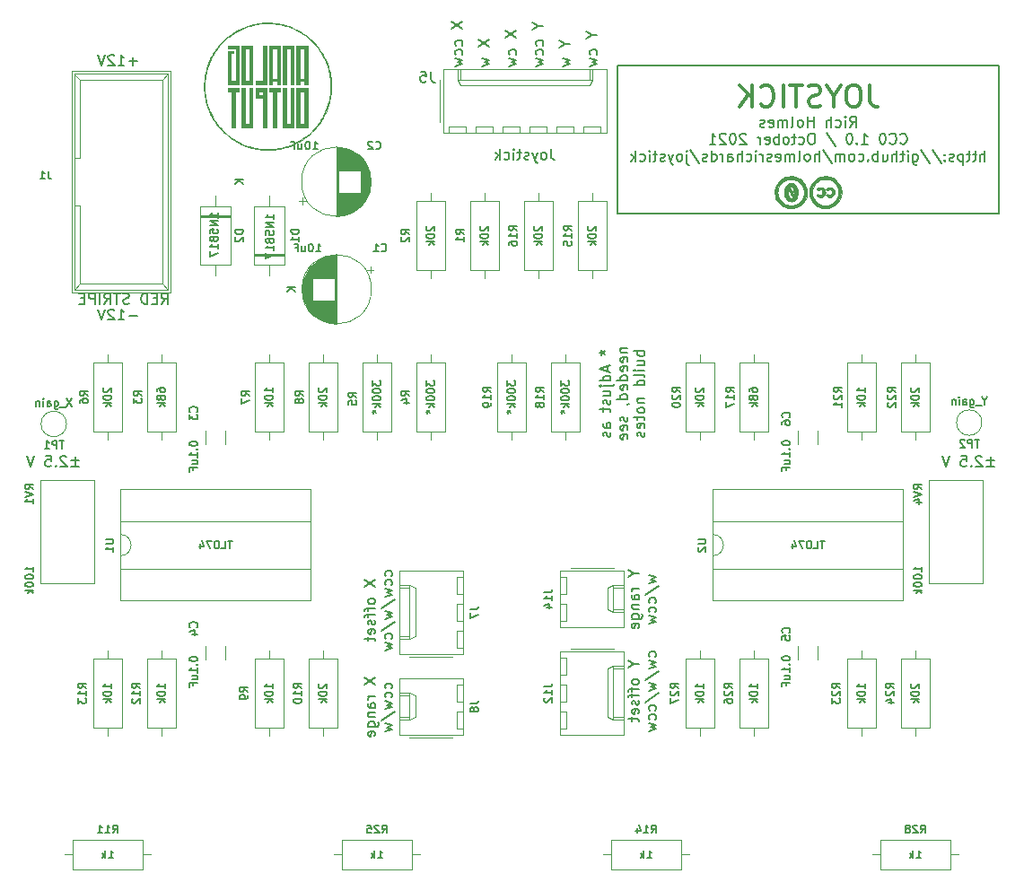
<source format=gbo>
G04 #@! TF.GenerationSoftware,KiCad,Pcbnew,6.0.5-a6ca702e91~116~ubuntu20.04.1*
G04 #@! TF.CreationDate,2022-06-21T20:26:15-04:00*
G04 #@! TF.ProjectId,joystick,6a6f7973-7469-4636-9b2e-6b696361645f,rev?*
G04 #@! TF.SameCoordinates,Original*
G04 #@! TF.FileFunction,Legend,Bot*
G04 #@! TF.FilePolarity,Positive*
%FSLAX46Y46*%
G04 Gerber Fmt 4.6, Leading zero omitted, Abs format (unit mm)*
G04 Created by KiCad (PCBNEW 6.0.5-a6ca702e91~116~ubuntu20.04.1) date 2022-06-21 20:26:15*
%MOMM*%
%LPD*%
G01*
G04 APERTURE LIST*
%ADD10C,0.150000*%
%ADD11C,0.300000*%
%ADD12C,0.120000*%
%ADD13C,0.010000*%
G04 APERTURE END LIST*
D10*
X193000000Y-73000000D02*
X193000000Y-59000000D01*
X157000000Y-73000000D02*
X193000000Y-73000000D01*
X193000000Y-59000000D02*
X157000000Y-59000000D01*
X157000000Y-59000000D02*
X157000000Y-73000000D01*
X133135380Y-116782476D02*
X134135380Y-117449142D01*
X133135380Y-117449142D02*
X134135380Y-116782476D01*
X134135380Y-118592000D02*
X133468714Y-118592000D01*
X133659190Y-118592000D02*
X133563952Y-118639619D01*
X133516333Y-118687238D01*
X133468714Y-118782476D01*
X133468714Y-118877714D01*
X134135380Y-119639619D02*
X133611571Y-119639619D01*
X133516333Y-119592000D01*
X133468714Y-119496761D01*
X133468714Y-119306285D01*
X133516333Y-119211047D01*
X134087761Y-119639619D02*
X134135380Y-119544380D01*
X134135380Y-119306285D01*
X134087761Y-119211047D01*
X133992523Y-119163428D01*
X133897285Y-119163428D01*
X133802047Y-119211047D01*
X133754428Y-119306285D01*
X133754428Y-119544380D01*
X133706809Y-119639619D01*
X133468714Y-120115809D02*
X134135380Y-120115809D01*
X133563952Y-120115809D02*
X133516333Y-120163428D01*
X133468714Y-120258666D01*
X133468714Y-120401523D01*
X133516333Y-120496761D01*
X133611571Y-120544380D01*
X134135380Y-120544380D01*
X133468714Y-121449142D02*
X134278238Y-121449142D01*
X134373476Y-121401523D01*
X134421095Y-121353904D01*
X134468714Y-121258666D01*
X134468714Y-121115809D01*
X134421095Y-121020571D01*
X134087761Y-121449142D02*
X134135380Y-121353904D01*
X134135380Y-121163428D01*
X134087761Y-121068190D01*
X134040142Y-121020571D01*
X133944904Y-120972952D01*
X133659190Y-120972952D01*
X133563952Y-121020571D01*
X133516333Y-121068190D01*
X133468714Y-121163428D01*
X133468714Y-121353904D01*
X133516333Y-121449142D01*
X134087761Y-122306285D02*
X134135380Y-122211047D01*
X134135380Y-122020571D01*
X134087761Y-121925333D01*
X133992523Y-121877714D01*
X133611571Y-121877714D01*
X133516333Y-121925333D01*
X133468714Y-122020571D01*
X133468714Y-122211047D01*
X133516333Y-122306285D01*
X133611571Y-122353904D01*
X133706809Y-122353904D01*
X133802047Y-121877714D01*
X135697761Y-117830095D02*
X135745380Y-117734857D01*
X135745380Y-117544380D01*
X135697761Y-117449142D01*
X135650142Y-117401523D01*
X135554904Y-117353904D01*
X135269190Y-117353904D01*
X135173952Y-117401523D01*
X135126333Y-117449142D01*
X135078714Y-117544380D01*
X135078714Y-117734857D01*
X135126333Y-117830095D01*
X135697761Y-118687238D02*
X135745380Y-118592000D01*
X135745380Y-118401523D01*
X135697761Y-118306285D01*
X135650142Y-118258666D01*
X135554904Y-118211047D01*
X135269190Y-118211047D01*
X135173952Y-118258666D01*
X135126333Y-118306285D01*
X135078714Y-118401523D01*
X135078714Y-118592000D01*
X135126333Y-118687238D01*
X135078714Y-119020571D02*
X135745380Y-119211047D01*
X135269190Y-119401523D01*
X135745380Y-119592000D01*
X135078714Y-119782476D01*
X134697761Y-120877714D02*
X135983476Y-120020571D01*
X135078714Y-121115809D02*
X135745380Y-121306285D01*
X135269190Y-121496761D01*
X135745380Y-121687238D01*
X135078714Y-121877714D01*
X133135380Y-107590857D02*
X134135380Y-108257523D01*
X133135380Y-108257523D02*
X134135380Y-107590857D01*
X134135380Y-109543238D02*
X134087761Y-109448000D01*
X134040142Y-109400380D01*
X133944904Y-109352761D01*
X133659190Y-109352761D01*
X133563952Y-109400380D01*
X133516333Y-109448000D01*
X133468714Y-109543238D01*
X133468714Y-109686095D01*
X133516333Y-109781333D01*
X133563952Y-109828952D01*
X133659190Y-109876571D01*
X133944904Y-109876571D01*
X134040142Y-109828952D01*
X134087761Y-109781333D01*
X134135380Y-109686095D01*
X134135380Y-109543238D01*
X133468714Y-110162285D02*
X133468714Y-110543238D01*
X134135380Y-110305142D02*
X133278238Y-110305142D01*
X133183000Y-110352761D01*
X133135380Y-110448000D01*
X133135380Y-110543238D01*
X133468714Y-110733714D02*
X133468714Y-111114666D01*
X134135380Y-110876571D02*
X133278238Y-110876571D01*
X133183000Y-110924190D01*
X133135380Y-111019428D01*
X133135380Y-111114666D01*
X134087761Y-111400380D02*
X134135380Y-111495619D01*
X134135380Y-111686095D01*
X134087761Y-111781333D01*
X133992523Y-111828952D01*
X133944904Y-111828952D01*
X133849666Y-111781333D01*
X133802047Y-111686095D01*
X133802047Y-111543238D01*
X133754428Y-111448000D01*
X133659190Y-111400380D01*
X133611571Y-111400380D01*
X133516333Y-111448000D01*
X133468714Y-111543238D01*
X133468714Y-111686095D01*
X133516333Y-111781333D01*
X134087761Y-112638476D02*
X134135380Y-112543238D01*
X134135380Y-112352761D01*
X134087761Y-112257523D01*
X133992523Y-112209904D01*
X133611571Y-112209904D01*
X133516333Y-112257523D01*
X133468714Y-112352761D01*
X133468714Y-112543238D01*
X133516333Y-112638476D01*
X133611571Y-112686095D01*
X133706809Y-112686095D01*
X133802047Y-112209904D01*
X133468714Y-112971809D02*
X133468714Y-113352761D01*
X133135380Y-113114666D02*
X133992523Y-113114666D01*
X134087761Y-113162285D01*
X134135380Y-113257523D01*
X134135380Y-113352761D01*
X135697761Y-107209904D02*
X135745380Y-107114666D01*
X135745380Y-106924190D01*
X135697761Y-106828952D01*
X135650142Y-106781333D01*
X135554904Y-106733714D01*
X135269190Y-106733714D01*
X135173952Y-106781333D01*
X135126333Y-106828952D01*
X135078714Y-106924190D01*
X135078714Y-107114666D01*
X135126333Y-107209904D01*
X135697761Y-108067047D02*
X135745380Y-107971809D01*
X135745380Y-107781333D01*
X135697761Y-107686095D01*
X135650142Y-107638476D01*
X135554904Y-107590857D01*
X135269190Y-107590857D01*
X135173952Y-107638476D01*
X135126333Y-107686095D01*
X135078714Y-107781333D01*
X135078714Y-107971809D01*
X135126333Y-108067047D01*
X135078714Y-108400380D02*
X135745380Y-108590857D01*
X135269190Y-108781333D01*
X135745380Y-108971809D01*
X135078714Y-109162285D01*
X134697761Y-110257523D02*
X135983476Y-109400380D01*
X135078714Y-110495619D02*
X135745380Y-110686095D01*
X135269190Y-110876571D01*
X135745380Y-111067047D01*
X135078714Y-111257523D01*
X134697761Y-112352761D02*
X135983476Y-111495619D01*
X135697761Y-113114666D02*
X135745380Y-113019428D01*
X135745380Y-112828952D01*
X135697761Y-112733714D01*
X135650142Y-112686095D01*
X135554904Y-112638476D01*
X135269190Y-112638476D01*
X135173952Y-112686095D01*
X135126333Y-112733714D01*
X135078714Y-112828952D01*
X135078714Y-113019428D01*
X135126333Y-113114666D01*
X135078714Y-113448000D02*
X135745380Y-113638476D01*
X135269190Y-113828952D01*
X135745380Y-114019428D01*
X135078714Y-114209904D01*
X158551190Y-115544190D02*
X159027380Y-115544190D01*
X158027380Y-115210857D02*
X158551190Y-115544190D01*
X158027380Y-115877523D01*
X159027380Y-117115619D02*
X158979761Y-117020380D01*
X158932142Y-116972761D01*
X158836904Y-116925142D01*
X158551190Y-116925142D01*
X158455952Y-116972761D01*
X158408333Y-117020380D01*
X158360714Y-117115619D01*
X158360714Y-117258476D01*
X158408333Y-117353714D01*
X158455952Y-117401333D01*
X158551190Y-117448952D01*
X158836904Y-117448952D01*
X158932142Y-117401333D01*
X158979761Y-117353714D01*
X159027380Y-117258476D01*
X159027380Y-117115619D01*
X158360714Y-117734666D02*
X158360714Y-118115619D01*
X159027380Y-117877523D02*
X158170238Y-117877523D01*
X158075000Y-117925142D01*
X158027380Y-118020380D01*
X158027380Y-118115619D01*
X158360714Y-118306095D02*
X158360714Y-118687047D01*
X159027380Y-118448952D02*
X158170238Y-118448952D01*
X158075000Y-118496571D01*
X158027380Y-118591809D01*
X158027380Y-118687047D01*
X158979761Y-118972761D02*
X159027380Y-119068000D01*
X159027380Y-119258476D01*
X158979761Y-119353714D01*
X158884523Y-119401333D01*
X158836904Y-119401333D01*
X158741666Y-119353714D01*
X158694047Y-119258476D01*
X158694047Y-119115619D01*
X158646428Y-119020380D01*
X158551190Y-118972761D01*
X158503571Y-118972761D01*
X158408333Y-119020380D01*
X158360714Y-119115619D01*
X158360714Y-119258476D01*
X158408333Y-119353714D01*
X158979761Y-120210857D02*
X159027380Y-120115619D01*
X159027380Y-119925142D01*
X158979761Y-119829904D01*
X158884523Y-119782285D01*
X158503571Y-119782285D01*
X158408333Y-119829904D01*
X158360714Y-119925142D01*
X158360714Y-120115619D01*
X158408333Y-120210857D01*
X158503571Y-120258476D01*
X158598809Y-120258476D01*
X158694047Y-119782285D01*
X158360714Y-120544190D02*
X158360714Y-120925142D01*
X158027380Y-120687047D02*
X158884523Y-120687047D01*
X158979761Y-120734666D01*
X159027380Y-120829904D01*
X159027380Y-120925142D01*
X160589761Y-114829904D02*
X160637380Y-114734666D01*
X160637380Y-114544190D01*
X160589761Y-114448952D01*
X160542142Y-114401333D01*
X160446904Y-114353714D01*
X160161190Y-114353714D01*
X160065952Y-114401333D01*
X160018333Y-114448952D01*
X159970714Y-114544190D01*
X159970714Y-114734666D01*
X160018333Y-114829904D01*
X159970714Y-115163238D02*
X160637380Y-115353714D01*
X160161190Y-115544190D01*
X160637380Y-115734666D01*
X159970714Y-115925142D01*
X159589761Y-117020380D02*
X160875476Y-116163238D01*
X159970714Y-117258476D02*
X160637380Y-117448952D01*
X160161190Y-117639428D01*
X160637380Y-117829904D01*
X159970714Y-118020380D01*
X159589761Y-119115619D02*
X160875476Y-118258476D01*
X160589761Y-119877523D02*
X160637380Y-119782285D01*
X160637380Y-119591809D01*
X160589761Y-119496571D01*
X160542142Y-119448952D01*
X160446904Y-119401333D01*
X160161190Y-119401333D01*
X160065952Y-119448952D01*
X160018333Y-119496571D01*
X159970714Y-119591809D01*
X159970714Y-119782285D01*
X160018333Y-119877523D01*
X160589761Y-120734666D02*
X160637380Y-120639428D01*
X160637380Y-120448952D01*
X160589761Y-120353714D01*
X160542142Y-120306095D01*
X160446904Y-120258476D01*
X160161190Y-120258476D01*
X160065952Y-120306095D01*
X160018333Y-120353714D01*
X159970714Y-120448952D01*
X159970714Y-120639428D01*
X160018333Y-120734666D01*
X159970714Y-121068000D02*
X160637380Y-121258476D01*
X160161190Y-121448952D01*
X160637380Y-121639428D01*
X159970714Y-121829904D01*
X158551190Y-106955809D02*
X159027380Y-106955809D01*
X158027380Y-106622476D02*
X158551190Y-106955809D01*
X158027380Y-107289142D01*
X159027380Y-108384380D02*
X158360714Y-108384380D01*
X158551190Y-108384380D02*
X158455952Y-108432000D01*
X158408333Y-108479619D01*
X158360714Y-108574857D01*
X158360714Y-108670095D01*
X159027380Y-109432000D02*
X158503571Y-109432000D01*
X158408333Y-109384380D01*
X158360714Y-109289142D01*
X158360714Y-109098666D01*
X158408333Y-109003428D01*
X158979761Y-109432000D02*
X159027380Y-109336761D01*
X159027380Y-109098666D01*
X158979761Y-109003428D01*
X158884523Y-108955809D01*
X158789285Y-108955809D01*
X158694047Y-109003428D01*
X158646428Y-109098666D01*
X158646428Y-109336761D01*
X158598809Y-109432000D01*
X158360714Y-109908190D02*
X159027380Y-109908190D01*
X158455952Y-109908190D02*
X158408333Y-109955809D01*
X158360714Y-110051047D01*
X158360714Y-110193904D01*
X158408333Y-110289142D01*
X158503571Y-110336761D01*
X159027380Y-110336761D01*
X158360714Y-111241523D02*
X159170238Y-111241523D01*
X159265476Y-111193904D01*
X159313095Y-111146285D01*
X159360714Y-111051047D01*
X159360714Y-110908190D01*
X159313095Y-110812952D01*
X158979761Y-111241523D02*
X159027380Y-111146285D01*
X159027380Y-110955809D01*
X158979761Y-110860571D01*
X158932142Y-110812952D01*
X158836904Y-110765333D01*
X158551190Y-110765333D01*
X158455952Y-110812952D01*
X158408333Y-110860571D01*
X158360714Y-110955809D01*
X158360714Y-111146285D01*
X158408333Y-111241523D01*
X158979761Y-112098666D02*
X159027380Y-112003428D01*
X159027380Y-111812952D01*
X158979761Y-111717714D01*
X158884523Y-111670095D01*
X158503571Y-111670095D01*
X158408333Y-111717714D01*
X158360714Y-111812952D01*
X158360714Y-112003428D01*
X158408333Y-112098666D01*
X158503571Y-112146285D01*
X158598809Y-112146285D01*
X158694047Y-111670095D01*
X159970714Y-107146285D02*
X160637380Y-107336761D01*
X160161190Y-107527238D01*
X160637380Y-107717714D01*
X159970714Y-107908190D01*
X159589761Y-109003428D02*
X160875476Y-108146285D01*
X160589761Y-109765333D02*
X160637380Y-109670095D01*
X160637380Y-109479619D01*
X160589761Y-109384380D01*
X160542142Y-109336761D01*
X160446904Y-109289142D01*
X160161190Y-109289142D01*
X160065952Y-109336761D01*
X160018333Y-109384380D01*
X159970714Y-109479619D01*
X159970714Y-109670095D01*
X160018333Y-109765333D01*
X160589761Y-110622476D02*
X160637380Y-110527238D01*
X160637380Y-110336761D01*
X160589761Y-110241523D01*
X160542142Y-110193904D01*
X160446904Y-110146285D01*
X160161190Y-110146285D01*
X160065952Y-110193904D01*
X160018333Y-110241523D01*
X159970714Y-110336761D01*
X159970714Y-110527238D01*
X160018333Y-110622476D01*
X159970714Y-110955809D02*
X160637380Y-111146285D01*
X160161190Y-111336761D01*
X160637380Y-111527238D01*
X159970714Y-111717714D01*
X152056190Y-56996404D02*
X152532380Y-56996404D01*
X151532380Y-56663071D02*
X152056190Y-56996404D01*
X151532380Y-57329738D01*
X151865714Y-58329738D02*
X152532380Y-58520214D01*
X152056190Y-58710690D01*
X152532380Y-58901166D01*
X151865714Y-59091642D01*
X149516190Y-55282119D02*
X149992380Y-55282119D01*
X148992380Y-54948785D02*
X149516190Y-55282119D01*
X148992380Y-55615452D01*
X149944761Y-57139261D02*
X149992380Y-57044023D01*
X149992380Y-56853547D01*
X149944761Y-56758309D01*
X149897142Y-56710690D01*
X149801904Y-56663071D01*
X149516190Y-56663071D01*
X149420952Y-56710690D01*
X149373333Y-56758309D01*
X149325714Y-56853547D01*
X149325714Y-57044023D01*
X149373333Y-57139261D01*
X149944761Y-57996404D02*
X149992380Y-57901166D01*
X149992380Y-57710690D01*
X149944761Y-57615452D01*
X149897142Y-57567833D01*
X149801904Y-57520214D01*
X149516190Y-57520214D01*
X149420952Y-57567833D01*
X149373333Y-57615452D01*
X149325714Y-57710690D01*
X149325714Y-57901166D01*
X149373333Y-57996404D01*
X149325714Y-58329738D02*
X149992380Y-58520214D01*
X149516190Y-58710690D01*
X149992380Y-58901166D01*
X149325714Y-59091642D01*
X146452380Y-55758309D02*
X147452380Y-56424976D01*
X146452380Y-56424976D02*
X147452380Y-55758309D01*
X147404761Y-57996404D02*
X147452380Y-57901166D01*
X147452380Y-57710690D01*
X147404761Y-57615452D01*
X147357142Y-57567833D01*
X147261904Y-57520214D01*
X146976190Y-57520214D01*
X146880952Y-57567833D01*
X146833333Y-57615452D01*
X146785714Y-57710690D01*
X146785714Y-57901166D01*
X146833333Y-57996404D01*
X146785714Y-58329738D02*
X147452380Y-58520214D01*
X146976190Y-58710690D01*
X147452380Y-58901166D01*
X146785714Y-59091642D01*
X143912380Y-56615452D02*
X144912380Y-57282119D01*
X143912380Y-57282119D02*
X144912380Y-56615452D01*
X144245714Y-58329738D02*
X144912380Y-58520214D01*
X144436190Y-58710690D01*
X144912380Y-58901166D01*
X144245714Y-59091642D01*
X141372380Y-54901166D02*
X142372380Y-55567833D01*
X141372380Y-55567833D02*
X142372380Y-54901166D01*
X142324761Y-57139261D02*
X142372380Y-57044023D01*
X142372380Y-56853547D01*
X142324761Y-56758309D01*
X142277142Y-56710690D01*
X142181904Y-56663071D01*
X141896190Y-56663071D01*
X141800952Y-56710690D01*
X141753333Y-56758309D01*
X141705714Y-56853547D01*
X141705714Y-57044023D01*
X141753333Y-57139261D01*
X142324761Y-57996404D02*
X142372380Y-57901166D01*
X142372380Y-57710690D01*
X142324761Y-57615452D01*
X142277142Y-57567833D01*
X142181904Y-57520214D01*
X141896190Y-57520214D01*
X141800952Y-57567833D01*
X141753333Y-57615452D01*
X141705714Y-57710690D01*
X141705714Y-57901166D01*
X141753333Y-57996404D01*
X141705714Y-58329738D02*
X142372380Y-58520214D01*
X141896190Y-58710690D01*
X142372380Y-58901166D01*
X141705714Y-59091642D01*
X192560952Y-96296952D02*
X191799047Y-96296952D01*
X192180000Y-96677904D02*
X192180000Y-95916000D01*
X191799047Y-96868380D02*
X192560952Y-96868380D01*
X191370476Y-95963619D02*
X191322857Y-95916000D01*
X191227619Y-95868380D01*
X190989523Y-95868380D01*
X190894285Y-95916000D01*
X190846666Y-95963619D01*
X190799047Y-96058857D01*
X190799047Y-96154095D01*
X190846666Y-96296952D01*
X191418095Y-96868380D01*
X190799047Y-96868380D01*
X190370476Y-96773142D02*
X190322857Y-96820761D01*
X190370476Y-96868380D01*
X190418095Y-96820761D01*
X190370476Y-96773142D01*
X190370476Y-96868380D01*
X189418095Y-95868380D02*
X189894285Y-95868380D01*
X189941904Y-96344571D01*
X189894285Y-96296952D01*
X189799047Y-96249333D01*
X189560952Y-96249333D01*
X189465714Y-96296952D01*
X189418095Y-96344571D01*
X189370476Y-96439809D01*
X189370476Y-96677904D01*
X189418095Y-96773142D01*
X189465714Y-96820761D01*
X189560952Y-96868380D01*
X189799047Y-96868380D01*
X189894285Y-96820761D01*
X189941904Y-96773142D01*
X188322857Y-95868380D02*
X187989523Y-96868380D01*
X187656190Y-95868380D01*
X150722380Y-66912380D02*
X150722380Y-67626666D01*
X150770000Y-67769523D01*
X150865238Y-67864761D01*
X151008095Y-67912380D01*
X151103333Y-67912380D01*
X150103333Y-67912380D02*
X150198571Y-67864761D01*
X150246190Y-67817142D01*
X150293809Y-67721904D01*
X150293809Y-67436190D01*
X150246190Y-67340952D01*
X150198571Y-67293333D01*
X150103333Y-67245714D01*
X149960476Y-67245714D01*
X149865238Y-67293333D01*
X149817619Y-67340952D01*
X149770000Y-67436190D01*
X149770000Y-67721904D01*
X149817619Y-67817142D01*
X149865238Y-67864761D01*
X149960476Y-67912380D01*
X150103333Y-67912380D01*
X149436666Y-67245714D02*
X149198571Y-67912380D01*
X148960476Y-67245714D02*
X149198571Y-67912380D01*
X149293809Y-68150476D01*
X149341428Y-68198095D01*
X149436666Y-68245714D01*
X148627142Y-67864761D02*
X148531904Y-67912380D01*
X148341428Y-67912380D01*
X148246190Y-67864761D01*
X148198571Y-67769523D01*
X148198571Y-67721904D01*
X148246190Y-67626666D01*
X148341428Y-67579047D01*
X148484285Y-67579047D01*
X148579523Y-67531428D01*
X148627142Y-67436190D01*
X148627142Y-67388571D01*
X148579523Y-67293333D01*
X148484285Y-67245714D01*
X148341428Y-67245714D01*
X148246190Y-67293333D01*
X147912857Y-67245714D02*
X147531904Y-67245714D01*
X147770000Y-66912380D02*
X147770000Y-67769523D01*
X147722380Y-67864761D01*
X147627142Y-67912380D01*
X147531904Y-67912380D01*
X147198571Y-67912380D02*
X147198571Y-67245714D01*
X147198571Y-66912380D02*
X147246190Y-66960000D01*
X147198571Y-67007619D01*
X147150952Y-66960000D01*
X147198571Y-66912380D01*
X147198571Y-67007619D01*
X146293809Y-67864761D02*
X146389047Y-67912380D01*
X146579523Y-67912380D01*
X146674761Y-67864761D01*
X146722380Y-67817142D01*
X146770000Y-67721904D01*
X146770000Y-67436190D01*
X146722380Y-67340952D01*
X146674761Y-67293333D01*
X146579523Y-67245714D01*
X146389047Y-67245714D01*
X146293809Y-67293333D01*
X145865238Y-67912380D02*
X145865238Y-66912380D01*
X145770000Y-67531428D02*
X145484285Y-67912380D01*
X145484285Y-67245714D02*
X145865238Y-67626666D01*
X154596190Y-56139261D02*
X155072380Y-56139261D01*
X154072380Y-55805928D02*
X154596190Y-56139261D01*
X154072380Y-56472595D01*
X155024761Y-57996404D02*
X155072380Y-57901166D01*
X155072380Y-57710690D01*
X155024761Y-57615452D01*
X154977142Y-57567833D01*
X154881904Y-57520214D01*
X154596190Y-57520214D01*
X154500952Y-57567833D01*
X154453333Y-57615452D01*
X154405714Y-57710690D01*
X154405714Y-57901166D01*
X154453333Y-57996404D01*
X154405714Y-58329738D02*
X155072380Y-58520214D01*
X154596190Y-58710690D01*
X155072380Y-58901166D01*
X154405714Y-59091642D01*
X178928571Y-64842380D02*
X179261904Y-64366190D01*
X179500000Y-64842380D02*
X179500000Y-63842380D01*
X179119047Y-63842380D01*
X179023809Y-63890000D01*
X178976190Y-63937619D01*
X178928571Y-64032857D01*
X178928571Y-64175714D01*
X178976190Y-64270952D01*
X179023809Y-64318571D01*
X179119047Y-64366190D01*
X179500000Y-64366190D01*
X178500000Y-64842380D02*
X178500000Y-64175714D01*
X178500000Y-63842380D02*
X178547619Y-63890000D01*
X178500000Y-63937619D01*
X178452380Y-63890000D01*
X178500000Y-63842380D01*
X178500000Y-63937619D01*
X177595238Y-64794761D02*
X177690476Y-64842380D01*
X177880952Y-64842380D01*
X177976190Y-64794761D01*
X178023809Y-64747142D01*
X178071428Y-64651904D01*
X178071428Y-64366190D01*
X178023809Y-64270952D01*
X177976190Y-64223333D01*
X177880952Y-64175714D01*
X177690476Y-64175714D01*
X177595238Y-64223333D01*
X177166666Y-64842380D02*
X177166666Y-63842380D01*
X176738095Y-64842380D02*
X176738095Y-64318571D01*
X176785714Y-64223333D01*
X176880952Y-64175714D01*
X177023809Y-64175714D01*
X177119047Y-64223333D01*
X177166666Y-64270952D01*
X175500000Y-64842380D02*
X175500000Y-63842380D01*
X175500000Y-64318571D02*
X174928571Y-64318571D01*
X174928571Y-64842380D02*
X174928571Y-63842380D01*
X174309523Y-64842380D02*
X174404761Y-64794761D01*
X174452380Y-64747142D01*
X174500000Y-64651904D01*
X174500000Y-64366190D01*
X174452380Y-64270952D01*
X174404761Y-64223333D01*
X174309523Y-64175714D01*
X174166666Y-64175714D01*
X174071428Y-64223333D01*
X174023809Y-64270952D01*
X173976190Y-64366190D01*
X173976190Y-64651904D01*
X174023809Y-64747142D01*
X174071428Y-64794761D01*
X174166666Y-64842380D01*
X174309523Y-64842380D01*
X173404761Y-64842380D02*
X173500000Y-64794761D01*
X173547619Y-64699523D01*
X173547619Y-63842380D01*
X173023809Y-64842380D02*
X173023809Y-64175714D01*
X173023809Y-64270952D02*
X172976190Y-64223333D01*
X172880952Y-64175714D01*
X172738095Y-64175714D01*
X172642857Y-64223333D01*
X172595238Y-64318571D01*
X172595238Y-64842380D01*
X172595238Y-64318571D02*
X172547619Y-64223333D01*
X172452380Y-64175714D01*
X172309523Y-64175714D01*
X172214285Y-64223333D01*
X172166666Y-64318571D01*
X172166666Y-64842380D01*
X171309523Y-64794761D02*
X171404761Y-64842380D01*
X171595238Y-64842380D01*
X171690476Y-64794761D01*
X171738095Y-64699523D01*
X171738095Y-64318571D01*
X171690476Y-64223333D01*
X171595238Y-64175714D01*
X171404761Y-64175714D01*
X171309523Y-64223333D01*
X171261904Y-64318571D01*
X171261904Y-64413809D01*
X171738095Y-64509047D01*
X170880952Y-64794761D02*
X170785714Y-64842380D01*
X170595238Y-64842380D01*
X170500000Y-64794761D01*
X170452380Y-64699523D01*
X170452380Y-64651904D01*
X170500000Y-64556666D01*
X170595238Y-64509047D01*
X170738095Y-64509047D01*
X170833333Y-64461428D01*
X170880952Y-64366190D01*
X170880952Y-64318571D01*
X170833333Y-64223333D01*
X170738095Y-64175714D01*
X170595238Y-64175714D01*
X170500000Y-64223333D01*
X183690476Y-66357142D02*
X183738095Y-66404761D01*
X183880952Y-66452380D01*
X183976190Y-66452380D01*
X184119047Y-66404761D01*
X184214285Y-66309523D01*
X184261904Y-66214285D01*
X184309523Y-66023809D01*
X184309523Y-65880952D01*
X184261904Y-65690476D01*
X184214285Y-65595238D01*
X184119047Y-65500000D01*
X183976190Y-65452380D01*
X183880952Y-65452380D01*
X183738095Y-65500000D01*
X183690476Y-65547619D01*
X182690476Y-66357142D02*
X182738095Y-66404761D01*
X182880952Y-66452380D01*
X182976190Y-66452380D01*
X183119047Y-66404761D01*
X183214285Y-66309523D01*
X183261904Y-66214285D01*
X183309523Y-66023809D01*
X183309523Y-65880952D01*
X183261904Y-65690476D01*
X183214285Y-65595238D01*
X183119047Y-65500000D01*
X182976190Y-65452380D01*
X182880952Y-65452380D01*
X182738095Y-65500000D01*
X182690476Y-65547619D01*
X182071428Y-65452380D02*
X181976190Y-65452380D01*
X181880952Y-65500000D01*
X181833333Y-65547619D01*
X181785714Y-65642857D01*
X181738095Y-65833333D01*
X181738095Y-66071428D01*
X181785714Y-66261904D01*
X181833333Y-66357142D01*
X181880952Y-66404761D01*
X181976190Y-66452380D01*
X182071428Y-66452380D01*
X182166666Y-66404761D01*
X182214285Y-66357142D01*
X182261904Y-66261904D01*
X182309523Y-66071428D01*
X182309523Y-65833333D01*
X182261904Y-65642857D01*
X182214285Y-65547619D01*
X182166666Y-65500000D01*
X182071428Y-65452380D01*
X180023809Y-66452380D02*
X180595238Y-66452380D01*
X180309523Y-66452380D02*
X180309523Y-65452380D01*
X180404761Y-65595238D01*
X180500000Y-65690476D01*
X180595238Y-65738095D01*
X179595238Y-66357142D02*
X179547619Y-66404761D01*
X179595238Y-66452380D01*
X179642857Y-66404761D01*
X179595238Y-66357142D01*
X179595238Y-66452380D01*
X178928571Y-65452380D02*
X178833333Y-65452380D01*
X178738095Y-65500000D01*
X178690476Y-65547619D01*
X178642857Y-65642857D01*
X178595238Y-65833333D01*
X178595238Y-66071428D01*
X178642857Y-66261904D01*
X178690476Y-66357142D01*
X178738095Y-66404761D01*
X178833333Y-66452380D01*
X178928571Y-66452380D01*
X179023809Y-66404761D01*
X179071428Y-66357142D01*
X179119047Y-66261904D01*
X179166666Y-66071428D01*
X179166666Y-65833333D01*
X179119047Y-65642857D01*
X179071428Y-65547619D01*
X179023809Y-65500000D01*
X178928571Y-65452380D01*
X176690476Y-65404761D02*
X177547619Y-66690476D01*
X175404761Y-65452380D02*
X175214285Y-65452380D01*
X175119047Y-65500000D01*
X175023809Y-65595238D01*
X174976190Y-65785714D01*
X174976190Y-66119047D01*
X175023809Y-66309523D01*
X175119047Y-66404761D01*
X175214285Y-66452380D01*
X175404761Y-66452380D01*
X175500000Y-66404761D01*
X175595238Y-66309523D01*
X175642857Y-66119047D01*
X175642857Y-65785714D01*
X175595238Y-65595238D01*
X175500000Y-65500000D01*
X175404761Y-65452380D01*
X174119047Y-66404761D02*
X174214285Y-66452380D01*
X174404761Y-66452380D01*
X174500000Y-66404761D01*
X174547619Y-66357142D01*
X174595238Y-66261904D01*
X174595238Y-65976190D01*
X174547619Y-65880952D01*
X174500000Y-65833333D01*
X174404761Y-65785714D01*
X174214285Y-65785714D01*
X174119047Y-65833333D01*
X173833333Y-65785714D02*
X173452380Y-65785714D01*
X173690476Y-65452380D02*
X173690476Y-66309523D01*
X173642857Y-66404761D01*
X173547619Y-66452380D01*
X173452380Y-66452380D01*
X172976190Y-66452380D02*
X173071428Y-66404761D01*
X173119047Y-66357142D01*
X173166666Y-66261904D01*
X173166666Y-65976190D01*
X173119047Y-65880952D01*
X173071428Y-65833333D01*
X172976190Y-65785714D01*
X172833333Y-65785714D01*
X172738095Y-65833333D01*
X172690476Y-65880952D01*
X172642857Y-65976190D01*
X172642857Y-66261904D01*
X172690476Y-66357142D01*
X172738095Y-66404761D01*
X172833333Y-66452380D01*
X172976190Y-66452380D01*
X172214285Y-66452380D02*
X172214285Y-65452380D01*
X172214285Y-65833333D02*
X172119047Y-65785714D01*
X171928571Y-65785714D01*
X171833333Y-65833333D01*
X171785714Y-65880952D01*
X171738095Y-65976190D01*
X171738095Y-66261904D01*
X171785714Y-66357142D01*
X171833333Y-66404761D01*
X171928571Y-66452380D01*
X172119047Y-66452380D01*
X172214285Y-66404761D01*
X170928571Y-66404761D02*
X171023809Y-66452380D01*
X171214285Y-66452380D01*
X171309523Y-66404761D01*
X171357142Y-66309523D01*
X171357142Y-65928571D01*
X171309523Y-65833333D01*
X171214285Y-65785714D01*
X171023809Y-65785714D01*
X170928571Y-65833333D01*
X170880952Y-65928571D01*
X170880952Y-66023809D01*
X171357142Y-66119047D01*
X170452380Y-66452380D02*
X170452380Y-65785714D01*
X170452380Y-65976190D02*
X170404761Y-65880952D01*
X170357142Y-65833333D01*
X170261904Y-65785714D01*
X170166666Y-65785714D01*
X169119047Y-65547619D02*
X169071428Y-65500000D01*
X168976190Y-65452380D01*
X168738095Y-65452380D01*
X168642857Y-65500000D01*
X168595238Y-65547619D01*
X168547619Y-65642857D01*
X168547619Y-65738095D01*
X168595238Y-65880952D01*
X169166666Y-66452380D01*
X168547619Y-66452380D01*
X167928571Y-65452380D02*
X167833333Y-65452380D01*
X167738095Y-65500000D01*
X167690476Y-65547619D01*
X167642857Y-65642857D01*
X167595238Y-65833333D01*
X167595238Y-66071428D01*
X167642857Y-66261904D01*
X167690476Y-66357142D01*
X167738095Y-66404761D01*
X167833333Y-66452380D01*
X167928571Y-66452380D01*
X168023809Y-66404761D01*
X168071428Y-66357142D01*
X168119047Y-66261904D01*
X168166666Y-66071428D01*
X168166666Y-65833333D01*
X168119047Y-65642857D01*
X168071428Y-65547619D01*
X168023809Y-65500000D01*
X167928571Y-65452380D01*
X167214285Y-65547619D02*
X167166666Y-65500000D01*
X167071428Y-65452380D01*
X166833333Y-65452380D01*
X166738095Y-65500000D01*
X166690476Y-65547619D01*
X166642857Y-65642857D01*
X166642857Y-65738095D01*
X166690476Y-65880952D01*
X167261904Y-66452380D01*
X166642857Y-66452380D01*
X165690476Y-66452380D02*
X166261904Y-66452380D01*
X165976190Y-66452380D02*
X165976190Y-65452380D01*
X166071428Y-65595238D01*
X166166666Y-65690476D01*
X166261904Y-65738095D01*
X191642857Y-68062380D02*
X191642857Y-67062380D01*
X191214285Y-68062380D02*
X191214285Y-67538571D01*
X191261904Y-67443333D01*
X191357142Y-67395714D01*
X191500000Y-67395714D01*
X191595238Y-67443333D01*
X191642857Y-67490952D01*
X190880952Y-67395714D02*
X190500000Y-67395714D01*
X190738095Y-67062380D02*
X190738095Y-67919523D01*
X190690476Y-68014761D01*
X190595238Y-68062380D01*
X190500000Y-68062380D01*
X190309523Y-67395714D02*
X189928571Y-67395714D01*
X190166666Y-67062380D02*
X190166666Y-67919523D01*
X190119047Y-68014761D01*
X190023809Y-68062380D01*
X189928571Y-68062380D01*
X189595238Y-67395714D02*
X189595238Y-68395714D01*
X189595238Y-67443333D02*
X189500000Y-67395714D01*
X189309523Y-67395714D01*
X189214285Y-67443333D01*
X189166666Y-67490952D01*
X189119047Y-67586190D01*
X189119047Y-67871904D01*
X189166666Y-67967142D01*
X189214285Y-68014761D01*
X189309523Y-68062380D01*
X189500000Y-68062380D01*
X189595238Y-68014761D01*
X188738095Y-68014761D02*
X188642857Y-68062380D01*
X188452380Y-68062380D01*
X188357142Y-68014761D01*
X188309523Y-67919523D01*
X188309523Y-67871904D01*
X188357142Y-67776666D01*
X188452380Y-67729047D01*
X188595238Y-67729047D01*
X188690476Y-67681428D01*
X188738095Y-67586190D01*
X188738095Y-67538571D01*
X188690476Y-67443333D01*
X188595238Y-67395714D01*
X188452380Y-67395714D01*
X188357142Y-67443333D01*
X187880952Y-67967142D02*
X187833333Y-68014761D01*
X187880952Y-68062380D01*
X187928571Y-68014761D01*
X187880952Y-67967142D01*
X187880952Y-68062380D01*
X187880952Y-67443333D02*
X187833333Y-67490952D01*
X187880952Y-67538571D01*
X187928571Y-67490952D01*
X187880952Y-67443333D01*
X187880952Y-67538571D01*
X186690476Y-67014761D02*
X187547619Y-68300476D01*
X185642857Y-67014761D02*
X186500000Y-68300476D01*
X184880952Y-67395714D02*
X184880952Y-68205238D01*
X184928571Y-68300476D01*
X184976190Y-68348095D01*
X185071428Y-68395714D01*
X185214285Y-68395714D01*
X185309523Y-68348095D01*
X184880952Y-68014761D02*
X184976190Y-68062380D01*
X185166666Y-68062380D01*
X185261904Y-68014761D01*
X185309523Y-67967142D01*
X185357142Y-67871904D01*
X185357142Y-67586190D01*
X185309523Y-67490952D01*
X185261904Y-67443333D01*
X185166666Y-67395714D01*
X184976190Y-67395714D01*
X184880952Y-67443333D01*
X184404761Y-68062380D02*
X184404761Y-67395714D01*
X184404761Y-67062380D02*
X184452380Y-67110000D01*
X184404761Y-67157619D01*
X184357142Y-67110000D01*
X184404761Y-67062380D01*
X184404761Y-67157619D01*
X184071428Y-67395714D02*
X183690476Y-67395714D01*
X183928571Y-67062380D02*
X183928571Y-67919523D01*
X183880952Y-68014761D01*
X183785714Y-68062380D01*
X183690476Y-68062380D01*
X183357142Y-68062380D02*
X183357142Y-67062380D01*
X182928571Y-68062380D02*
X182928571Y-67538571D01*
X182976190Y-67443333D01*
X183071428Y-67395714D01*
X183214285Y-67395714D01*
X183309523Y-67443333D01*
X183357142Y-67490952D01*
X182023809Y-67395714D02*
X182023809Y-68062380D01*
X182452380Y-67395714D02*
X182452380Y-67919523D01*
X182404761Y-68014761D01*
X182309523Y-68062380D01*
X182166666Y-68062380D01*
X182071428Y-68014761D01*
X182023809Y-67967142D01*
X181547619Y-68062380D02*
X181547619Y-67062380D01*
X181547619Y-67443333D02*
X181452380Y-67395714D01*
X181261904Y-67395714D01*
X181166666Y-67443333D01*
X181119047Y-67490952D01*
X181071428Y-67586190D01*
X181071428Y-67871904D01*
X181119047Y-67967142D01*
X181166666Y-68014761D01*
X181261904Y-68062380D01*
X181452380Y-68062380D01*
X181547619Y-68014761D01*
X180642857Y-67967142D02*
X180595238Y-68014761D01*
X180642857Y-68062380D01*
X180690476Y-68014761D01*
X180642857Y-67967142D01*
X180642857Y-68062380D01*
X179738095Y-68014761D02*
X179833333Y-68062380D01*
X180023809Y-68062380D01*
X180119047Y-68014761D01*
X180166666Y-67967142D01*
X180214285Y-67871904D01*
X180214285Y-67586190D01*
X180166666Y-67490952D01*
X180119047Y-67443333D01*
X180023809Y-67395714D01*
X179833333Y-67395714D01*
X179738095Y-67443333D01*
X179166666Y-68062380D02*
X179261904Y-68014761D01*
X179309523Y-67967142D01*
X179357142Y-67871904D01*
X179357142Y-67586190D01*
X179309523Y-67490952D01*
X179261904Y-67443333D01*
X179166666Y-67395714D01*
X179023809Y-67395714D01*
X178928571Y-67443333D01*
X178880952Y-67490952D01*
X178833333Y-67586190D01*
X178833333Y-67871904D01*
X178880952Y-67967142D01*
X178928571Y-68014761D01*
X179023809Y-68062380D01*
X179166666Y-68062380D01*
X178404761Y-68062380D02*
X178404761Y-67395714D01*
X178404761Y-67490952D02*
X178357142Y-67443333D01*
X178261904Y-67395714D01*
X178119047Y-67395714D01*
X178023809Y-67443333D01*
X177976190Y-67538571D01*
X177976190Y-68062380D01*
X177976190Y-67538571D02*
X177928571Y-67443333D01*
X177833333Y-67395714D01*
X177690476Y-67395714D01*
X177595238Y-67443333D01*
X177547619Y-67538571D01*
X177547619Y-68062380D01*
X176357142Y-67014761D02*
X177214285Y-68300476D01*
X176023809Y-68062380D02*
X176023809Y-67062380D01*
X175595238Y-68062380D02*
X175595238Y-67538571D01*
X175642857Y-67443333D01*
X175738095Y-67395714D01*
X175880952Y-67395714D01*
X175976190Y-67443333D01*
X176023809Y-67490952D01*
X174976190Y-68062380D02*
X175071428Y-68014761D01*
X175119047Y-67967142D01*
X175166666Y-67871904D01*
X175166666Y-67586190D01*
X175119047Y-67490952D01*
X175071428Y-67443333D01*
X174976190Y-67395714D01*
X174833333Y-67395714D01*
X174738095Y-67443333D01*
X174690476Y-67490952D01*
X174642857Y-67586190D01*
X174642857Y-67871904D01*
X174690476Y-67967142D01*
X174738095Y-68014761D01*
X174833333Y-68062380D01*
X174976190Y-68062380D01*
X174071428Y-68062380D02*
X174166666Y-68014761D01*
X174214285Y-67919523D01*
X174214285Y-67062380D01*
X173690476Y-68062380D02*
X173690476Y-67395714D01*
X173690476Y-67490952D02*
X173642857Y-67443333D01*
X173547619Y-67395714D01*
X173404761Y-67395714D01*
X173309523Y-67443333D01*
X173261904Y-67538571D01*
X173261904Y-68062380D01*
X173261904Y-67538571D02*
X173214285Y-67443333D01*
X173119047Y-67395714D01*
X172976190Y-67395714D01*
X172880952Y-67443333D01*
X172833333Y-67538571D01*
X172833333Y-68062380D01*
X171976190Y-68014761D02*
X172071428Y-68062380D01*
X172261904Y-68062380D01*
X172357142Y-68014761D01*
X172404761Y-67919523D01*
X172404761Y-67538571D01*
X172357142Y-67443333D01*
X172261904Y-67395714D01*
X172071428Y-67395714D01*
X171976190Y-67443333D01*
X171928571Y-67538571D01*
X171928571Y-67633809D01*
X172404761Y-67729047D01*
X171547619Y-68014761D02*
X171452380Y-68062380D01*
X171261904Y-68062380D01*
X171166666Y-68014761D01*
X171119047Y-67919523D01*
X171119047Y-67871904D01*
X171166666Y-67776666D01*
X171261904Y-67729047D01*
X171404761Y-67729047D01*
X171500000Y-67681428D01*
X171547619Y-67586190D01*
X171547619Y-67538571D01*
X171500000Y-67443333D01*
X171404761Y-67395714D01*
X171261904Y-67395714D01*
X171166666Y-67443333D01*
X170690476Y-68062380D02*
X170690476Y-67395714D01*
X170690476Y-67586190D02*
X170642857Y-67490952D01*
X170595238Y-67443333D01*
X170500000Y-67395714D01*
X170404761Y-67395714D01*
X170071428Y-68062380D02*
X170071428Y-67395714D01*
X170071428Y-67062380D02*
X170119047Y-67110000D01*
X170071428Y-67157619D01*
X170023809Y-67110000D01*
X170071428Y-67062380D01*
X170071428Y-67157619D01*
X169166666Y-68014761D02*
X169261904Y-68062380D01*
X169452380Y-68062380D01*
X169547619Y-68014761D01*
X169595238Y-67967142D01*
X169642857Y-67871904D01*
X169642857Y-67586190D01*
X169595238Y-67490952D01*
X169547619Y-67443333D01*
X169452380Y-67395714D01*
X169261904Y-67395714D01*
X169166666Y-67443333D01*
X168738095Y-68062380D02*
X168738095Y-67062380D01*
X168309523Y-68062380D02*
X168309523Y-67538571D01*
X168357142Y-67443333D01*
X168452380Y-67395714D01*
X168595238Y-67395714D01*
X168690476Y-67443333D01*
X168738095Y-67490952D01*
X167404761Y-68062380D02*
X167404761Y-67538571D01*
X167452380Y-67443333D01*
X167547619Y-67395714D01*
X167738095Y-67395714D01*
X167833333Y-67443333D01*
X167404761Y-68014761D02*
X167500000Y-68062380D01*
X167738095Y-68062380D01*
X167833333Y-68014761D01*
X167880952Y-67919523D01*
X167880952Y-67824285D01*
X167833333Y-67729047D01*
X167738095Y-67681428D01*
X167500000Y-67681428D01*
X167404761Y-67633809D01*
X166928571Y-68062380D02*
X166928571Y-67395714D01*
X166928571Y-67586190D02*
X166880952Y-67490952D01*
X166833333Y-67443333D01*
X166738095Y-67395714D01*
X166642857Y-67395714D01*
X165880952Y-68062380D02*
X165880952Y-67062380D01*
X165880952Y-68014761D02*
X165976190Y-68062380D01*
X166166666Y-68062380D01*
X166261904Y-68014761D01*
X166309523Y-67967142D01*
X166357142Y-67871904D01*
X166357142Y-67586190D01*
X166309523Y-67490952D01*
X166261904Y-67443333D01*
X166166666Y-67395714D01*
X165976190Y-67395714D01*
X165880952Y-67443333D01*
X165452380Y-68014761D02*
X165357142Y-68062380D01*
X165166666Y-68062380D01*
X165071428Y-68014761D01*
X165023809Y-67919523D01*
X165023809Y-67871904D01*
X165071428Y-67776666D01*
X165166666Y-67729047D01*
X165309523Y-67729047D01*
X165404761Y-67681428D01*
X165452380Y-67586190D01*
X165452380Y-67538571D01*
X165404761Y-67443333D01*
X165309523Y-67395714D01*
X165166666Y-67395714D01*
X165071428Y-67443333D01*
X163880952Y-67014761D02*
X164738095Y-68300476D01*
X163547619Y-67395714D02*
X163547619Y-68252857D01*
X163595238Y-68348095D01*
X163690476Y-68395714D01*
X163738095Y-68395714D01*
X163547619Y-67062380D02*
X163595238Y-67110000D01*
X163547619Y-67157619D01*
X163500000Y-67110000D01*
X163547619Y-67062380D01*
X163547619Y-67157619D01*
X162928571Y-68062380D02*
X163023809Y-68014761D01*
X163071428Y-67967142D01*
X163119047Y-67871904D01*
X163119047Y-67586190D01*
X163071428Y-67490952D01*
X163023809Y-67443333D01*
X162928571Y-67395714D01*
X162785714Y-67395714D01*
X162690476Y-67443333D01*
X162642857Y-67490952D01*
X162595238Y-67586190D01*
X162595238Y-67871904D01*
X162642857Y-67967142D01*
X162690476Y-68014761D01*
X162785714Y-68062380D01*
X162928571Y-68062380D01*
X162261904Y-67395714D02*
X162023809Y-68062380D01*
X161785714Y-67395714D02*
X162023809Y-68062380D01*
X162119047Y-68300476D01*
X162166666Y-68348095D01*
X162261904Y-68395714D01*
X161452380Y-68014761D02*
X161357142Y-68062380D01*
X161166666Y-68062380D01*
X161071428Y-68014761D01*
X161023809Y-67919523D01*
X161023809Y-67871904D01*
X161071428Y-67776666D01*
X161166666Y-67729047D01*
X161309523Y-67729047D01*
X161404761Y-67681428D01*
X161452380Y-67586190D01*
X161452380Y-67538571D01*
X161404761Y-67443333D01*
X161309523Y-67395714D01*
X161166666Y-67395714D01*
X161071428Y-67443333D01*
X160738095Y-67395714D02*
X160357142Y-67395714D01*
X160595238Y-67062380D02*
X160595238Y-67919523D01*
X160547619Y-68014761D01*
X160452380Y-68062380D01*
X160357142Y-68062380D01*
X160023809Y-68062380D02*
X160023809Y-67395714D01*
X160023809Y-67062380D02*
X160071428Y-67110000D01*
X160023809Y-67157619D01*
X159976190Y-67110000D01*
X160023809Y-67062380D01*
X160023809Y-67157619D01*
X159119047Y-68014761D02*
X159214285Y-68062380D01*
X159404761Y-68062380D01*
X159500000Y-68014761D01*
X159547619Y-67967142D01*
X159595238Y-67871904D01*
X159595238Y-67586190D01*
X159547619Y-67490952D01*
X159500000Y-67443333D01*
X159404761Y-67395714D01*
X159214285Y-67395714D01*
X159119047Y-67443333D01*
X158690476Y-68062380D02*
X158690476Y-67062380D01*
X158595238Y-67681428D02*
X158309523Y-68062380D01*
X158309523Y-67395714D02*
X158690476Y-67776666D01*
X106200952Y-96296952D02*
X105439047Y-96296952D01*
X105820000Y-96677904D02*
X105820000Y-95916000D01*
X105439047Y-96868380D02*
X106200952Y-96868380D01*
X105010476Y-95963619D02*
X104962857Y-95916000D01*
X104867619Y-95868380D01*
X104629523Y-95868380D01*
X104534285Y-95916000D01*
X104486666Y-95963619D01*
X104439047Y-96058857D01*
X104439047Y-96154095D01*
X104486666Y-96296952D01*
X105058095Y-96868380D01*
X104439047Y-96868380D01*
X104010476Y-96773142D02*
X103962857Y-96820761D01*
X104010476Y-96868380D01*
X104058095Y-96820761D01*
X104010476Y-96773142D01*
X104010476Y-96868380D01*
X103058095Y-95868380D02*
X103534285Y-95868380D01*
X103581904Y-96344571D01*
X103534285Y-96296952D01*
X103439047Y-96249333D01*
X103200952Y-96249333D01*
X103105714Y-96296952D01*
X103058095Y-96344571D01*
X103010476Y-96439809D01*
X103010476Y-96677904D01*
X103058095Y-96773142D01*
X103105714Y-96820761D01*
X103200952Y-96868380D01*
X103439047Y-96868380D01*
X103534285Y-96820761D01*
X103581904Y-96773142D01*
X101962857Y-95868380D02*
X101629523Y-96868380D01*
X101296190Y-95868380D01*
D11*
X180809523Y-60904761D02*
X180809523Y-62333333D01*
X180904761Y-62619047D01*
X181095238Y-62809523D01*
X181380952Y-62904761D01*
X181571428Y-62904761D01*
X179476190Y-60904761D02*
X179095238Y-60904761D01*
X178904761Y-61000000D01*
X178714285Y-61190476D01*
X178619047Y-61571428D01*
X178619047Y-62238095D01*
X178714285Y-62619047D01*
X178904761Y-62809523D01*
X179095238Y-62904761D01*
X179476190Y-62904761D01*
X179666666Y-62809523D01*
X179857142Y-62619047D01*
X179952380Y-62238095D01*
X179952380Y-61571428D01*
X179857142Y-61190476D01*
X179666666Y-61000000D01*
X179476190Y-60904761D01*
X177380952Y-61952380D02*
X177380952Y-62904761D01*
X178047619Y-60904761D02*
X177380952Y-61952380D01*
X176714285Y-60904761D01*
X176142857Y-62809523D02*
X175857142Y-62904761D01*
X175380952Y-62904761D01*
X175190476Y-62809523D01*
X175095238Y-62714285D01*
X175000000Y-62523809D01*
X175000000Y-62333333D01*
X175095238Y-62142857D01*
X175190476Y-62047619D01*
X175380952Y-61952380D01*
X175761904Y-61857142D01*
X175952380Y-61761904D01*
X176047619Y-61666666D01*
X176142857Y-61476190D01*
X176142857Y-61285714D01*
X176047619Y-61095238D01*
X175952380Y-61000000D01*
X175761904Y-60904761D01*
X175285714Y-60904761D01*
X175000000Y-61000000D01*
X174428571Y-60904761D02*
X173285714Y-60904761D01*
X173857142Y-62904761D02*
X173857142Y-60904761D01*
X172619047Y-62904761D02*
X172619047Y-60904761D01*
X170523809Y-62714285D02*
X170619047Y-62809523D01*
X170904761Y-62904761D01*
X171095238Y-62904761D01*
X171380952Y-62809523D01*
X171571428Y-62619047D01*
X171666666Y-62428571D01*
X171761904Y-62047619D01*
X171761904Y-61761904D01*
X171666666Y-61380952D01*
X171571428Y-61190476D01*
X171380952Y-61000000D01*
X171095238Y-60904761D01*
X170904761Y-60904761D01*
X170619047Y-61000000D01*
X170523809Y-61095238D01*
X169666666Y-62904761D02*
X169666666Y-60904761D01*
X168523809Y-62904761D02*
X169380952Y-61761904D01*
X168523809Y-60904761D02*
X169666666Y-62047619D01*
D10*
X155342380Y-86119047D02*
X155580476Y-86119047D01*
X155485238Y-85880952D02*
X155580476Y-86119047D01*
X155485238Y-86357142D01*
X155770952Y-85976190D02*
X155580476Y-86119047D01*
X155770952Y-86261904D01*
X156056666Y-87452380D02*
X156056666Y-87928571D01*
X156342380Y-87357142D02*
X155342380Y-87690476D01*
X156342380Y-88023809D01*
X156342380Y-88785714D02*
X155342380Y-88785714D01*
X156294761Y-88785714D02*
X156342380Y-88690476D01*
X156342380Y-88500000D01*
X156294761Y-88404761D01*
X156247142Y-88357142D01*
X156151904Y-88309523D01*
X155866190Y-88309523D01*
X155770952Y-88357142D01*
X155723333Y-88404761D01*
X155675714Y-88500000D01*
X155675714Y-88690476D01*
X155723333Y-88785714D01*
X155675714Y-89261904D02*
X156532857Y-89261904D01*
X156628095Y-89214285D01*
X156675714Y-89119047D01*
X156675714Y-89071428D01*
X155342380Y-89261904D02*
X155390000Y-89214285D01*
X155437619Y-89261904D01*
X155390000Y-89309523D01*
X155342380Y-89261904D01*
X155437619Y-89261904D01*
X155675714Y-90166666D02*
X156342380Y-90166666D01*
X155675714Y-89738095D02*
X156199523Y-89738095D01*
X156294761Y-89785714D01*
X156342380Y-89880952D01*
X156342380Y-90023809D01*
X156294761Y-90119047D01*
X156247142Y-90166666D01*
X156294761Y-90595238D02*
X156342380Y-90690476D01*
X156342380Y-90880952D01*
X156294761Y-90976190D01*
X156199523Y-91023809D01*
X156151904Y-91023809D01*
X156056666Y-90976190D01*
X156009047Y-90880952D01*
X156009047Y-90738095D01*
X155961428Y-90642857D01*
X155866190Y-90595238D01*
X155818571Y-90595238D01*
X155723333Y-90642857D01*
X155675714Y-90738095D01*
X155675714Y-90880952D01*
X155723333Y-90976190D01*
X155675714Y-91309523D02*
X155675714Y-91690476D01*
X155342380Y-91452380D02*
X156199523Y-91452380D01*
X156294761Y-91500000D01*
X156342380Y-91595238D01*
X156342380Y-91690476D01*
X156342380Y-93214285D02*
X155818571Y-93214285D01*
X155723333Y-93166666D01*
X155675714Y-93071428D01*
X155675714Y-92880952D01*
X155723333Y-92785714D01*
X156294761Y-93214285D02*
X156342380Y-93119047D01*
X156342380Y-92880952D01*
X156294761Y-92785714D01*
X156199523Y-92738095D01*
X156104285Y-92738095D01*
X156009047Y-92785714D01*
X155961428Y-92880952D01*
X155961428Y-93119047D01*
X155913809Y-93214285D01*
X156294761Y-93642857D02*
X156342380Y-93738095D01*
X156342380Y-93928571D01*
X156294761Y-94023809D01*
X156199523Y-94071428D01*
X156151904Y-94071428D01*
X156056666Y-94023809D01*
X156009047Y-93928571D01*
X156009047Y-93785714D01*
X155961428Y-93690476D01*
X155866190Y-93642857D01*
X155818571Y-93642857D01*
X155723333Y-93690476D01*
X155675714Y-93785714D01*
X155675714Y-93928571D01*
X155723333Y-94023809D01*
X157285714Y-85714285D02*
X157952380Y-85714285D01*
X157380952Y-85714285D02*
X157333333Y-85761904D01*
X157285714Y-85857142D01*
X157285714Y-86000000D01*
X157333333Y-86095238D01*
X157428571Y-86142857D01*
X157952380Y-86142857D01*
X157904761Y-87000000D02*
X157952380Y-86904761D01*
X157952380Y-86714285D01*
X157904761Y-86619047D01*
X157809523Y-86571428D01*
X157428571Y-86571428D01*
X157333333Y-86619047D01*
X157285714Y-86714285D01*
X157285714Y-86904761D01*
X157333333Y-87000000D01*
X157428571Y-87047619D01*
X157523809Y-87047619D01*
X157619047Y-86571428D01*
X157904761Y-87857142D02*
X157952380Y-87761904D01*
X157952380Y-87571428D01*
X157904761Y-87476190D01*
X157809523Y-87428571D01*
X157428571Y-87428571D01*
X157333333Y-87476190D01*
X157285714Y-87571428D01*
X157285714Y-87761904D01*
X157333333Y-87857142D01*
X157428571Y-87904761D01*
X157523809Y-87904761D01*
X157619047Y-87428571D01*
X157952380Y-88761904D02*
X156952380Y-88761904D01*
X157904761Y-88761904D02*
X157952380Y-88666666D01*
X157952380Y-88476190D01*
X157904761Y-88380952D01*
X157857142Y-88333333D01*
X157761904Y-88285714D01*
X157476190Y-88285714D01*
X157380952Y-88333333D01*
X157333333Y-88380952D01*
X157285714Y-88476190D01*
X157285714Y-88666666D01*
X157333333Y-88761904D01*
X157904761Y-89619047D02*
X157952380Y-89523809D01*
X157952380Y-89333333D01*
X157904761Y-89238095D01*
X157809523Y-89190476D01*
X157428571Y-89190476D01*
X157333333Y-89238095D01*
X157285714Y-89333333D01*
X157285714Y-89523809D01*
X157333333Y-89619047D01*
X157428571Y-89666666D01*
X157523809Y-89666666D01*
X157619047Y-89190476D01*
X157952380Y-90523809D02*
X156952380Y-90523809D01*
X157904761Y-90523809D02*
X157952380Y-90428571D01*
X157952380Y-90238095D01*
X157904761Y-90142857D01*
X157857142Y-90095238D01*
X157761904Y-90047619D01*
X157476190Y-90047619D01*
X157380952Y-90095238D01*
X157333333Y-90142857D01*
X157285714Y-90238095D01*
X157285714Y-90428571D01*
X157333333Y-90523809D01*
X157904761Y-91047619D02*
X157952380Y-91047619D01*
X158047619Y-91000000D01*
X158095238Y-90952380D01*
X157904761Y-92190476D02*
X157952380Y-92285714D01*
X157952380Y-92476190D01*
X157904761Y-92571428D01*
X157809523Y-92619047D01*
X157761904Y-92619047D01*
X157666666Y-92571428D01*
X157619047Y-92476190D01*
X157619047Y-92333333D01*
X157571428Y-92238095D01*
X157476190Y-92190476D01*
X157428571Y-92190476D01*
X157333333Y-92238095D01*
X157285714Y-92333333D01*
X157285714Y-92476190D01*
X157333333Y-92571428D01*
X157904761Y-93428571D02*
X157952380Y-93333333D01*
X157952380Y-93142857D01*
X157904761Y-93047619D01*
X157809523Y-93000000D01*
X157428571Y-93000000D01*
X157333333Y-93047619D01*
X157285714Y-93142857D01*
X157285714Y-93333333D01*
X157333333Y-93428571D01*
X157428571Y-93476190D01*
X157523809Y-93476190D01*
X157619047Y-93000000D01*
X157904761Y-94285714D02*
X157952380Y-94190476D01*
X157952380Y-94000000D01*
X157904761Y-93904761D01*
X157809523Y-93857142D01*
X157428571Y-93857142D01*
X157333333Y-93904761D01*
X157285714Y-94000000D01*
X157285714Y-94190476D01*
X157333333Y-94285714D01*
X157428571Y-94333333D01*
X157523809Y-94333333D01*
X157619047Y-93857142D01*
X159562380Y-85976190D02*
X158562380Y-85976190D01*
X158943333Y-85976190D02*
X158895714Y-86071428D01*
X158895714Y-86261904D01*
X158943333Y-86357142D01*
X158990952Y-86404761D01*
X159086190Y-86452380D01*
X159371904Y-86452380D01*
X159467142Y-86404761D01*
X159514761Y-86357142D01*
X159562380Y-86261904D01*
X159562380Y-86071428D01*
X159514761Y-85976190D01*
X158895714Y-87309523D02*
X159562380Y-87309523D01*
X158895714Y-86880952D02*
X159419523Y-86880952D01*
X159514761Y-86928571D01*
X159562380Y-87023809D01*
X159562380Y-87166666D01*
X159514761Y-87261904D01*
X159467142Y-87309523D01*
X159562380Y-87785714D02*
X158895714Y-87785714D01*
X158562380Y-87785714D02*
X158610000Y-87738095D01*
X158657619Y-87785714D01*
X158610000Y-87833333D01*
X158562380Y-87785714D01*
X158657619Y-87785714D01*
X159562380Y-88404761D02*
X159514761Y-88309523D01*
X159419523Y-88261904D01*
X158562380Y-88261904D01*
X159562380Y-89214285D02*
X158562380Y-89214285D01*
X159514761Y-89214285D02*
X159562380Y-89119047D01*
X159562380Y-88928571D01*
X159514761Y-88833333D01*
X159467142Y-88785714D01*
X159371904Y-88738095D01*
X159086190Y-88738095D01*
X158990952Y-88785714D01*
X158943333Y-88833333D01*
X158895714Y-88928571D01*
X158895714Y-89119047D01*
X158943333Y-89214285D01*
X158895714Y-90452380D02*
X159562380Y-90452380D01*
X158990952Y-90452380D02*
X158943333Y-90500000D01*
X158895714Y-90595238D01*
X158895714Y-90738095D01*
X158943333Y-90833333D01*
X159038571Y-90880952D01*
X159562380Y-90880952D01*
X159562380Y-91500000D02*
X159514761Y-91404761D01*
X159467142Y-91357142D01*
X159371904Y-91309523D01*
X159086190Y-91309523D01*
X158990952Y-91357142D01*
X158943333Y-91404761D01*
X158895714Y-91500000D01*
X158895714Y-91642857D01*
X158943333Y-91738095D01*
X158990952Y-91785714D01*
X159086190Y-91833333D01*
X159371904Y-91833333D01*
X159467142Y-91785714D01*
X159514761Y-91738095D01*
X159562380Y-91642857D01*
X159562380Y-91500000D01*
X158895714Y-92119047D02*
X158895714Y-92500000D01*
X158562380Y-92261904D02*
X159419523Y-92261904D01*
X159514761Y-92309523D01*
X159562380Y-92404761D01*
X159562380Y-92500000D01*
X159514761Y-93214285D02*
X159562380Y-93119047D01*
X159562380Y-92928571D01*
X159514761Y-92833333D01*
X159419523Y-92785714D01*
X159038571Y-92785714D01*
X158943333Y-92833333D01*
X158895714Y-92928571D01*
X158895714Y-93119047D01*
X158943333Y-93214285D01*
X159038571Y-93261904D01*
X159133809Y-93261904D01*
X159229047Y-92785714D01*
X159514761Y-93642857D02*
X159562380Y-93738095D01*
X159562380Y-93928571D01*
X159514761Y-94023809D01*
X159419523Y-94071428D01*
X159371904Y-94071428D01*
X159276666Y-94023809D01*
X159229047Y-93928571D01*
X159229047Y-93785714D01*
X159181428Y-93690476D01*
X159086190Y-93642857D01*
X159038571Y-93642857D01*
X158943333Y-93690476D01*
X158895714Y-93785714D01*
X158895714Y-93928571D01*
X158943333Y-94023809D01*
G04 #@! TO.C,C2*
X134181000Y-66875857D02*
X134216714Y-66911571D01*
X134323857Y-66947285D01*
X134395285Y-66947285D01*
X134502428Y-66911571D01*
X134573857Y-66840142D01*
X134609571Y-66768714D01*
X134645285Y-66625857D01*
X134645285Y-66518714D01*
X134609571Y-66375857D01*
X134573857Y-66304428D01*
X134502428Y-66233000D01*
X134395285Y-66197285D01*
X134323857Y-66197285D01*
X134216714Y-66233000D01*
X134181000Y-66268714D01*
X133895285Y-66268714D02*
X133859571Y-66233000D01*
X133788142Y-66197285D01*
X133609571Y-66197285D01*
X133538142Y-66233000D01*
X133502428Y-66268714D01*
X133466714Y-66340142D01*
X133466714Y-66411571D01*
X133502428Y-66518714D01*
X133931000Y-66947285D01*
X133466714Y-66947285D01*
X128255571Y-66947285D02*
X128684142Y-66947285D01*
X128469857Y-66947285D02*
X128469857Y-66197285D01*
X128541285Y-66304428D01*
X128612714Y-66375857D01*
X128684142Y-66411571D01*
X127791285Y-66197285D02*
X127719857Y-66197285D01*
X127648428Y-66233000D01*
X127612714Y-66268714D01*
X127577000Y-66340142D01*
X127541285Y-66483000D01*
X127541285Y-66661571D01*
X127577000Y-66804428D01*
X127612714Y-66875857D01*
X127648428Y-66911571D01*
X127719857Y-66947285D01*
X127791285Y-66947285D01*
X127862714Y-66911571D01*
X127898428Y-66875857D01*
X127934142Y-66804428D01*
X127969857Y-66661571D01*
X127969857Y-66483000D01*
X127934142Y-66340142D01*
X127898428Y-66268714D01*
X127862714Y-66233000D01*
X127791285Y-66197285D01*
X126898428Y-66447285D02*
X126898428Y-66947285D01*
X127219857Y-66447285D02*
X127219857Y-66840142D01*
X127184142Y-66911571D01*
X127112714Y-66947285D01*
X127005571Y-66947285D01*
X126934142Y-66911571D01*
X126898428Y-66875857D01*
X126291285Y-66554428D02*
X126541285Y-66554428D01*
X126541285Y-66947285D02*
X126541285Y-66197285D01*
X126184142Y-66197285D01*
G04 #@! TO.C,C1*
X134721000Y-76527857D02*
X134756714Y-76563571D01*
X134863857Y-76599285D01*
X134935285Y-76599285D01*
X135042428Y-76563571D01*
X135113857Y-76492142D01*
X135149571Y-76420714D01*
X135185285Y-76277857D01*
X135185285Y-76170714D01*
X135149571Y-76027857D01*
X135113857Y-75956428D01*
X135042428Y-75885000D01*
X134935285Y-75849285D01*
X134863857Y-75849285D01*
X134756714Y-75885000D01*
X134721000Y-75920714D01*
X134006714Y-76599285D02*
X134435285Y-76599285D01*
X134221000Y-76599285D02*
X134221000Y-75849285D01*
X134292428Y-75956428D01*
X134363857Y-76027857D01*
X134435285Y-76063571D01*
X128563571Y-76599285D02*
X128992142Y-76599285D01*
X128777857Y-76599285D02*
X128777857Y-75849285D01*
X128849285Y-75956428D01*
X128920714Y-76027857D01*
X128992142Y-76063571D01*
X128099285Y-75849285D02*
X128027857Y-75849285D01*
X127956428Y-75885000D01*
X127920714Y-75920714D01*
X127885000Y-75992142D01*
X127849285Y-76135000D01*
X127849285Y-76313571D01*
X127885000Y-76456428D01*
X127920714Y-76527857D01*
X127956428Y-76563571D01*
X128027857Y-76599285D01*
X128099285Y-76599285D01*
X128170714Y-76563571D01*
X128206428Y-76527857D01*
X128242142Y-76456428D01*
X128277857Y-76313571D01*
X128277857Y-76135000D01*
X128242142Y-75992142D01*
X128206428Y-75920714D01*
X128170714Y-75885000D01*
X128099285Y-75849285D01*
X127206428Y-76099285D02*
X127206428Y-76599285D01*
X127527857Y-76099285D02*
X127527857Y-76492142D01*
X127492142Y-76563571D01*
X127420714Y-76599285D01*
X127313571Y-76599285D01*
X127242142Y-76563571D01*
X127206428Y-76527857D01*
X126599285Y-76206428D02*
X126849285Y-76206428D01*
X126849285Y-76599285D02*
X126849285Y-75849285D01*
X126492142Y-75849285D01*
G04 #@! TO.C,C4*
X117295857Y-112039000D02*
X117331571Y-112003285D01*
X117367285Y-111896142D01*
X117367285Y-111824714D01*
X117331571Y-111717571D01*
X117260142Y-111646142D01*
X117188714Y-111610428D01*
X117045857Y-111574714D01*
X116938714Y-111574714D01*
X116795857Y-111610428D01*
X116724428Y-111646142D01*
X116653000Y-111717571D01*
X116617285Y-111824714D01*
X116617285Y-111896142D01*
X116653000Y-112003285D01*
X116688714Y-112039000D01*
X116867285Y-112681857D02*
X117367285Y-112681857D01*
X116581571Y-112503285D02*
X117117285Y-112324714D01*
X117117285Y-112789000D01*
X116617285Y-114995857D02*
X116617285Y-115067285D01*
X116653000Y-115138714D01*
X116688714Y-115174428D01*
X116760142Y-115210142D01*
X116903000Y-115245857D01*
X117081571Y-115245857D01*
X117224428Y-115210142D01*
X117295857Y-115174428D01*
X117331571Y-115138714D01*
X117367285Y-115067285D01*
X117367285Y-114995857D01*
X117331571Y-114924428D01*
X117295857Y-114888714D01*
X117224428Y-114853000D01*
X117081571Y-114817285D01*
X116903000Y-114817285D01*
X116760142Y-114853000D01*
X116688714Y-114888714D01*
X116653000Y-114924428D01*
X116617285Y-114995857D01*
X117295857Y-115567285D02*
X117331571Y-115603000D01*
X117367285Y-115567285D01*
X117331571Y-115531571D01*
X117295857Y-115567285D01*
X117367285Y-115567285D01*
X117367285Y-116317285D02*
X117367285Y-115888714D01*
X117367285Y-116103000D02*
X116617285Y-116103000D01*
X116724428Y-116031571D01*
X116795857Y-115960142D01*
X116831571Y-115888714D01*
X116867285Y-116960142D02*
X117367285Y-116960142D01*
X116867285Y-116638714D02*
X117260142Y-116638714D01*
X117331571Y-116674428D01*
X117367285Y-116745857D01*
X117367285Y-116853000D01*
X117331571Y-116924428D01*
X117295857Y-116960142D01*
X116974428Y-117567285D02*
X116974428Y-117317285D01*
X117367285Y-117317285D02*
X116617285Y-117317285D01*
X116617285Y-117674428D01*
G04 #@! TO.C,C3*
X117295857Y-91719000D02*
X117331571Y-91683285D01*
X117367285Y-91576142D01*
X117367285Y-91504714D01*
X117331571Y-91397571D01*
X117260142Y-91326142D01*
X117188714Y-91290428D01*
X117045857Y-91254714D01*
X116938714Y-91254714D01*
X116795857Y-91290428D01*
X116724428Y-91326142D01*
X116653000Y-91397571D01*
X116617285Y-91504714D01*
X116617285Y-91576142D01*
X116653000Y-91683285D01*
X116688714Y-91719000D01*
X116617285Y-91969000D02*
X116617285Y-92433285D01*
X116903000Y-92183285D01*
X116903000Y-92290428D01*
X116938714Y-92361857D01*
X116974428Y-92397571D01*
X117045857Y-92433285D01*
X117224428Y-92433285D01*
X117295857Y-92397571D01*
X117331571Y-92361857D01*
X117367285Y-92290428D01*
X117367285Y-92076142D01*
X117331571Y-92004714D01*
X117295857Y-91969000D01*
X116617285Y-94675857D02*
X116617285Y-94747285D01*
X116653000Y-94818714D01*
X116688714Y-94854428D01*
X116760142Y-94890142D01*
X116903000Y-94925857D01*
X117081571Y-94925857D01*
X117224428Y-94890142D01*
X117295857Y-94854428D01*
X117331571Y-94818714D01*
X117367285Y-94747285D01*
X117367285Y-94675857D01*
X117331571Y-94604428D01*
X117295857Y-94568714D01*
X117224428Y-94533000D01*
X117081571Y-94497285D01*
X116903000Y-94497285D01*
X116760142Y-94533000D01*
X116688714Y-94568714D01*
X116653000Y-94604428D01*
X116617285Y-94675857D01*
X117295857Y-95247285D02*
X117331571Y-95283000D01*
X117367285Y-95247285D01*
X117331571Y-95211571D01*
X117295857Y-95247285D01*
X117367285Y-95247285D01*
X117367285Y-95997285D02*
X117367285Y-95568714D01*
X117367285Y-95783000D02*
X116617285Y-95783000D01*
X116724428Y-95711571D01*
X116795857Y-95640142D01*
X116831571Y-95568714D01*
X116867285Y-96640142D02*
X117367285Y-96640142D01*
X116867285Y-96318714D02*
X117260142Y-96318714D01*
X117331571Y-96354428D01*
X117367285Y-96425857D01*
X117367285Y-96533000D01*
X117331571Y-96604428D01*
X117295857Y-96640142D01*
X116974428Y-97247285D02*
X116974428Y-96997285D01*
X117367285Y-96997285D02*
X116617285Y-96997285D01*
X116617285Y-97354428D01*
G04 #@! TO.C,D2*
X121675285Y-74526428D02*
X120925285Y-74526428D01*
X120925285Y-74705000D01*
X120961000Y-74812142D01*
X121032428Y-74883571D01*
X121103857Y-74919285D01*
X121246714Y-74955000D01*
X121353857Y-74955000D01*
X121496714Y-74919285D01*
X121568142Y-74883571D01*
X121639571Y-74812142D01*
X121675285Y-74705000D01*
X121675285Y-74526428D01*
X120996714Y-75240714D02*
X120961000Y-75276428D01*
X120925285Y-75347857D01*
X120925285Y-75526428D01*
X120961000Y-75597857D01*
X120996714Y-75633571D01*
X121068142Y-75669285D01*
X121139571Y-75669285D01*
X121246714Y-75633571D01*
X121675285Y-75205000D01*
X121675285Y-75669285D01*
X121675285Y-69803571D02*
X120925285Y-69803571D01*
X121675285Y-70232142D02*
X121246714Y-69910714D01*
X120925285Y-70232142D02*
X121353857Y-69803571D01*
X119299285Y-73392857D02*
X119299285Y-72964285D01*
X119299285Y-73178571D02*
X118549285Y-73178571D01*
X118656428Y-73107142D01*
X118727857Y-73035714D01*
X118763571Y-72964285D01*
X119299285Y-73714285D02*
X118549285Y-73714285D01*
X119299285Y-74142857D01*
X118549285Y-74142857D01*
X118549285Y-74857142D02*
X118549285Y-74500000D01*
X118906428Y-74464285D01*
X118870714Y-74500000D01*
X118835000Y-74571428D01*
X118835000Y-74750000D01*
X118870714Y-74821428D01*
X118906428Y-74857142D01*
X118977857Y-74892857D01*
X119156428Y-74892857D01*
X119227857Y-74857142D01*
X119263571Y-74821428D01*
X119299285Y-74750000D01*
X119299285Y-74571428D01*
X119263571Y-74500000D01*
X119227857Y-74464285D01*
X118870714Y-75321428D02*
X118835000Y-75250000D01*
X118799285Y-75214285D01*
X118727857Y-75178571D01*
X118692142Y-75178571D01*
X118620714Y-75214285D01*
X118585000Y-75250000D01*
X118549285Y-75321428D01*
X118549285Y-75464285D01*
X118585000Y-75535714D01*
X118620714Y-75571428D01*
X118692142Y-75607142D01*
X118727857Y-75607142D01*
X118799285Y-75571428D01*
X118835000Y-75535714D01*
X118870714Y-75464285D01*
X118870714Y-75321428D01*
X118906428Y-75250000D01*
X118942142Y-75214285D01*
X119013571Y-75178571D01*
X119156428Y-75178571D01*
X119227857Y-75214285D01*
X119263571Y-75250000D01*
X119299285Y-75321428D01*
X119299285Y-75464285D01*
X119263571Y-75535714D01*
X119227857Y-75571428D01*
X119156428Y-75607142D01*
X119013571Y-75607142D01*
X118942142Y-75571428D01*
X118906428Y-75535714D01*
X118870714Y-75464285D01*
X119299285Y-76321428D02*
X119299285Y-75892857D01*
X119299285Y-76107142D02*
X118549285Y-76107142D01*
X118656428Y-76035714D01*
X118727857Y-75964285D01*
X118763571Y-75892857D01*
X118549285Y-76571428D02*
X118549285Y-77071428D01*
X119299285Y-76750000D01*
G04 #@! TO.C,D1*
X126949285Y-74526428D02*
X126199285Y-74526428D01*
X126199285Y-74705000D01*
X126235000Y-74812142D01*
X126306428Y-74883571D01*
X126377857Y-74919285D01*
X126520714Y-74955000D01*
X126627857Y-74955000D01*
X126770714Y-74919285D01*
X126842142Y-74883571D01*
X126913571Y-74812142D01*
X126949285Y-74705000D01*
X126949285Y-74526428D01*
X126949285Y-75669285D02*
X126949285Y-75240714D01*
X126949285Y-75455000D02*
X126199285Y-75455000D01*
X126306428Y-75383571D01*
X126377857Y-75312142D01*
X126413571Y-75240714D01*
X124579285Y-73552857D02*
X124579285Y-73124285D01*
X124579285Y-73338571D02*
X123829285Y-73338571D01*
X123936428Y-73267142D01*
X124007857Y-73195714D01*
X124043571Y-73124285D01*
X124579285Y-73874285D02*
X123829285Y-73874285D01*
X124579285Y-74302857D01*
X123829285Y-74302857D01*
X123829285Y-75017142D02*
X123829285Y-74660000D01*
X124186428Y-74624285D01*
X124150714Y-74660000D01*
X124115000Y-74731428D01*
X124115000Y-74910000D01*
X124150714Y-74981428D01*
X124186428Y-75017142D01*
X124257857Y-75052857D01*
X124436428Y-75052857D01*
X124507857Y-75017142D01*
X124543571Y-74981428D01*
X124579285Y-74910000D01*
X124579285Y-74731428D01*
X124543571Y-74660000D01*
X124507857Y-74624285D01*
X124150714Y-75481428D02*
X124115000Y-75410000D01*
X124079285Y-75374285D01*
X124007857Y-75338571D01*
X123972142Y-75338571D01*
X123900714Y-75374285D01*
X123865000Y-75410000D01*
X123829285Y-75481428D01*
X123829285Y-75624285D01*
X123865000Y-75695714D01*
X123900714Y-75731428D01*
X123972142Y-75767142D01*
X124007857Y-75767142D01*
X124079285Y-75731428D01*
X124115000Y-75695714D01*
X124150714Y-75624285D01*
X124150714Y-75481428D01*
X124186428Y-75410000D01*
X124222142Y-75374285D01*
X124293571Y-75338571D01*
X124436428Y-75338571D01*
X124507857Y-75374285D01*
X124543571Y-75410000D01*
X124579285Y-75481428D01*
X124579285Y-75624285D01*
X124543571Y-75695714D01*
X124507857Y-75731428D01*
X124436428Y-75767142D01*
X124293571Y-75767142D01*
X124222142Y-75731428D01*
X124186428Y-75695714D01*
X124150714Y-75624285D01*
X124579285Y-76481428D02*
X124579285Y-76052857D01*
X124579285Y-76267142D02*
X123829285Y-76267142D01*
X123936428Y-76195714D01*
X124007857Y-76124285D01*
X124043571Y-76052857D01*
X123829285Y-76731428D02*
X123829285Y-77231428D01*
X124579285Y-76910000D01*
X126579285Y-79963571D02*
X125829285Y-79963571D01*
X126579285Y-80392142D02*
X126150714Y-80070714D01*
X125829285Y-80392142D02*
X126257857Y-79963571D01*
G04 #@! TO.C,J1*
X103300000Y-68999285D02*
X103300000Y-69535000D01*
X103335714Y-69642142D01*
X103407142Y-69713571D01*
X103514285Y-69749285D01*
X103585714Y-69749285D01*
X102550000Y-69749285D02*
X102978571Y-69749285D01*
X102764285Y-69749285D02*
X102764285Y-68999285D01*
X102835714Y-69106428D01*
X102907142Y-69177857D01*
X102978571Y-69213571D01*
X111661904Y-58651428D02*
X110900000Y-58651428D01*
X111280952Y-59032380D02*
X111280952Y-58270476D01*
X109900000Y-59032380D02*
X110471428Y-59032380D01*
X110185714Y-59032380D02*
X110185714Y-58032380D01*
X110280952Y-58175238D01*
X110376190Y-58270476D01*
X110471428Y-58318095D01*
X109519047Y-58127619D02*
X109471428Y-58080000D01*
X109376190Y-58032380D01*
X109138095Y-58032380D01*
X109042857Y-58080000D01*
X108995238Y-58127619D01*
X108947619Y-58222857D01*
X108947619Y-58318095D01*
X108995238Y-58460952D01*
X109566666Y-59032380D01*
X108947619Y-59032380D01*
X108661904Y-58032380D02*
X108328571Y-59032380D01*
X107995238Y-58032380D01*
X111661904Y-82651428D02*
X110900000Y-82651428D01*
X109900000Y-83032380D02*
X110471428Y-83032380D01*
X110185714Y-83032380D02*
X110185714Y-82032380D01*
X110280952Y-82175238D01*
X110376190Y-82270476D01*
X110471428Y-82318095D01*
X109519047Y-82127619D02*
X109471428Y-82080000D01*
X109376190Y-82032380D01*
X109138095Y-82032380D01*
X109042857Y-82080000D01*
X108995238Y-82127619D01*
X108947619Y-82222857D01*
X108947619Y-82318095D01*
X108995238Y-82460952D01*
X109566666Y-83032380D01*
X108947619Y-83032380D01*
X108661904Y-82032380D02*
X108328571Y-83032380D01*
X107995238Y-82032380D01*
X113971428Y-81532380D02*
X114304761Y-81056190D01*
X114542857Y-81532380D02*
X114542857Y-80532380D01*
X114161904Y-80532380D01*
X114066666Y-80580000D01*
X114019047Y-80627619D01*
X113971428Y-80722857D01*
X113971428Y-80865714D01*
X114019047Y-80960952D01*
X114066666Y-81008571D01*
X114161904Y-81056190D01*
X114542857Y-81056190D01*
X113542857Y-81008571D02*
X113209523Y-81008571D01*
X113066666Y-81532380D02*
X113542857Y-81532380D01*
X113542857Y-80532380D01*
X113066666Y-80532380D01*
X112638095Y-81532380D02*
X112638095Y-80532380D01*
X112400000Y-80532380D01*
X112257142Y-80580000D01*
X112161904Y-80675238D01*
X112114285Y-80770476D01*
X112066666Y-80960952D01*
X112066666Y-81103809D01*
X112114285Y-81294285D01*
X112161904Y-81389523D01*
X112257142Y-81484761D01*
X112400000Y-81532380D01*
X112638095Y-81532380D01*
X110923809Y-81484761D02*
X110780952Y-81532380D01*
X110542857Y-81532380D01*
X110447619Y-81484761D01*
X110399999Y-81437142D01*
X110352380Y-81341904D01*
X110352380Y-81246666D01*
X110399999Y-81151428D01*
X110447619Y-81103809D01*
X110542857Y-81056190D01*
X110733333Y-81008571D01*
X110828571Y-80960952D01*
X110876190Y-80913333D01*
X110923809Y-80818095D01*
X110923809Y-80722857D01*
X110876190Y-80627619D01*
X110828571Y-80580000D01*
X110733333Y-80532380D01*
X110495238Y-80532380D01*
X110352380Y-80580000D01*
X110066666Y-80532380D02*
X109495238Y-80532380D01*
X109780952Y-81532380D02*
X109780952Y-80532380D01*
X108590476Y-81532380D02*
X108923809Y-81056190D01*
X109161904Y-81532380D02*
X109161904Y-80532380D01*
X108780952Y-80532380D01*
X108685714Y-80580000D01*
X108638095Y-80627619D01*
X108590476Y-80722857D01*
X108590476Y-80865714D01*
X108638095Y-80960952D01*
X108685714Y-81008571D01*
X108780952Y-81056190D01*
X109161904Y-81056190D01*
X108161904Y-81532380D02*
X108161904Y-80532380D01*
X107685714Y-81532380D02*
X107685714Y-80532380D01*
X107304761Y-80532380D01*
X107209523Y-80580000D01*
X107161904Y-80627619D01*
X107114285Y-80722857D01*
X107114285Y-80865714D01*
X107161904Y-80960952D01*
X107209523Y-81008571D01*
X107304761Y-81056190D01*
X107685714Y-81056190D01*
X106685714Y-81008571D02*
X106352380Y-81008571D01*
X106209523Y-81532380D02*
X106685714Y-81532380D01*
X106685714Y-80532380D01*
X106209523Y-80532380D01*
G04 #@! TO.C,J5*
X139393333Y-59608380D02*
X139393333Y-60322666D01*
X139440952Y-60465523D01*
X139536190Y-60560761D01*
X139679047Y-60608380D01*
X139774285Y-60608380D01*
X138440952Y-59608380D02*
X138917142Y-59608380D01*
X138964761Y-60084571D01*
X138917142Y-60036952D01*
X138821904Y-59989333D01*
X138583809Y-59989333D01*
X138488571Y-60036952D01*
X138440952Y-60084571D01*
X138393333Y-60179809D01*
X138393333Y-60417904D01*
X138440952Y-60513142D01*
X138488571Y-60560761D01*
X138583809Y-60608380D01*
X138821904Y-60608380D01*
X138917142Y-60560761D01*
X138964761Y-60513142D01*
G04 #@! TO.C,R3*
X112117285Y-90195000D02*
X111760142Y-89945000D01*
X112117285Y-89766428D02*
X111367285Y-89766428D01*
X111367285Y-90052142D01*
X111403000Y-90123571D01*
X111438714Y-90159285D01*
X111510142Y-90195000D01*
X111617285Y-90195000D01*
X111688714Y-90159285D01*
X111724428Y-90123571D01*
X111760142Y-90052142D01*
X111760142Y-89766428D01*
X111367285Y-90445000D02*
X111367285Y-90909285D01*
X111653000Y-90659285D01*
X111653000Y-90766428D01*
X111688714Y-90837857D01*
X111724428Y-90873571D01*
X111795857Y-90909285D01*
X111974428Y-90909285D01*
X112045857Y-90873571D01*
X112081571Y-90837857D01*
X112117285Y-90766428D01*
X112117285Y-90552142D01*
X112081571Y-90480714D01*
X112045857Y-90445000D01*
X113569285Y-89802142D02*
X113569285Y-89659285D01*
X113605000Y-89587857D01*
X113640714Y-89552142D01*
X113747857Y-89480714D01*
X113890714Y-89445000D01*
X114176428Y-89445000D01*
X114247857Y-89480714D01*
X114283571Y-89516428D01*
X114319285Y-89587857D01*
X114319285Y-89730714D01*
X114283571Y-89802142D01*
X114247857Y-89837857D01*
X114176428Y-89873571D01*
X113997857Y-89873571D01*
X113926428Y-89837857D01*
X113890714Y-89802142D01*
X113855000Y-89730714D01*
X113855000Y-89587857D01*
X113890714Y-89516428D01*
X113926428Y-89480714D01*
X113997857Y-89445000D01*
X113890714Y-90302142D02*
X113855000Y-90230714D01*
X113819285Y-90195000D01*
X113747857Y-90159285D01*
X113712142Y-90159285D01*
X113640714Y-90195000D01*
X113605000Y-90230714D01*
X113569285Y-90302142D01*
X113569285Y-90445000D01*
X113605000Y-90516428D01*
X113640714Y-90552142D01*
X113712142Y-90587857D01*
X113747857Y-90587857D01*
X113819285Y-90552142D01*
X113855000Y-90516428D01*
X113890714Y-90445000D01*
X113890714Y-90302142D01*
X113926428Y-90230714D01*
X113962142Y-90195000D01*
X114033571Y-90159285D01*
X114176428Y-90159285D01*
X114247857Y-90195000D01*
X114283571Y-90230714D01*
X114319285Y-90302142D01*
X114319285Y-90445000D01*
X114283571Y-90516428D01*
X114247857Y-90552142D01*
X114176428Y-90587857D01*
X114033571Y-90587857D01*
X113962142Y-90552142D01*
X113926428Y-90516428D01*
X113890714Y-90445000D01*
X114319285Y-90909285D02*
X113569285Y-90909285D01*
X114033571Y-90980714D02*
X114319285Y-91195000D01*
X113819285Y-91195000D02*
X114105000Y-90909285D01*
G04 #@! TO.C,R6*
X107037285Y-90195000D02*
X106680142Y-89945000D01*
X107037285Y-89766428D02*
X106287285Y-89766428D01*
X106287285Y-90052142D01*
X106323000Y-90123571D01*
X106358714Y-90159285D01*
X106430142Y-90195000D01*
X106537285Y-90195000D01*
X106608714Y-90159285D01*
X106644428Y-90123571D01*
X106680142Y-90052142D01*
X106680142Y-89766428D01*
X106287285Y-90837857D02*
X106287285Y-90695000D01*
X106323000Y-90623571D01*
X106358714Y-90587857D01*
X106465857Y-90516428D01*
X106608714Y-90480714D01*
X106894428Y-90480714D01*
X106965857Y-90516428D01*
X107001571Y-90552142D01*
X107037285Y-90623571D01*
X107037285Y-90766428D01*
X107001571Y-90837857D01*
X106965857Y-90873571D01*
X106894428Y-90909285D01*
X106715857Y-90909285D01*
X106644428Y-90873571D01*
X106608714Y-90837857D01*
X106573000Y-90766428D01*
X106573000Y-90623571D01*
X106608714Y-90552142D01*
X106644428Y-90516428D01*
X106715857Y-90480714D01*
X108560714Y-89445000D02*
X108525000Y-89480714D01*
X108489285Y-89552142D01*
X108489285Y-89730714D01*
X108525000Y-89802142D01*
X108560714Y-89837857D01*
X108632142Y-89873571D01*
X108703571Y-89873571D01*
X108810714Y-89837857D01*
X109239285Y-89409285D01*
X109239285Y-89873571D01*
X108489285Y-90337857D02*
X108489285Y-90409285D01*
X108525000Y-90480714D01*
X108560714Y-90516428D01*
X108632142Y-90552142D01*
X108775000Y-90587857D01*
X108953571Y-90587857D01*
X109096428Y-90552142D01*
X109167857Y-90516428D01*
X109203571Y-90480714D01*
X109239285Y-90409285D01*
X109239285Y-90337857D01*
X109203571Y-90266428D01*
X109167857Y-90230714D01*
X109096428Y-90195000D01*
X108953571Y-90159285D01*
X108775000Y-90159285D01*
X108632142Y-90195000D01*
X108560714Y-90230714D01*
X108525000Y-90266428D01*
X108489285Y-90337857D01*
X109239285Y-90909285D02*
X108489285Y-90909285D01*
X108953571Y-90980714D02*
X109239285Y-91195000D01*
X108739285Y-91195000D02*
X109025000Y-90909285D01*
G04 #@! TO.C,R7*
X122277285Y-90195000D02*
X121920142Y-89945000D01*
X122277285Y-89766428D02*
X121527285Y-89766428D01*
X121527285Y-90052142D01*
X121563000Y-90123571D01*
X121598714Y-90159285D01*
X121670142Y-90195000D01*
X121777285Y-90195000D01*
X121848714Y-90159285D01*
X121884428Y-90123571D01*
X121920142Y-90052142D01*
X121920142Y-89766428D01*
X121527285Y-90445000D02*
X121527285Y-90945000D01*
X122277285Y-90623571D01*
X124479285Y-89873571D02*
X124479285Y-89445000D01*
X124479285Y-89659285D02*
X123729285Y-89659285D01*
X123836428Y-89587857D01*
X123907857Y-89516428D01*
X123943571Y-89445000D01*
X123729285Y-90337857D02*
X123729285Y-90409285D01*
X123765000Y-90480714D01*
X123800714Y-90516428D01*
X123872142Y-90552142D01*
X124015000Y-90587857D01*
X124193571Y-90587857D01*
X124336428Y-90552142D01*
X124407857Y-90516428D01*
X124443571Y-90480714D01*
X124479285Y-90409285D01*
X124479285Y-90337857D01*
X124443571Y-90266428D01*
X124407857Y-90230714D01*
X124336428Y-90195000D01*
X124193571Y-90159285D01*
X124015000Y-90159285D01*
X123872142Y-90195000D01*
X123800714Y-90230714D01*
X123765000Y-90266428D01*
X123729285Y-90337857D01*
X124479285Y-90909285D02*
X123729285Y-90909285D01*
X124193571Y-90980714D02*
X124479285Y-91195000D01*
X123979285Y-91195000D02*
X124265000Y-90909285D01*
G04 #@! TO.C,R8*
X127357285Y-90195000D02*
X127000142Y-89945000D01*
X127357285Y-89766428D02*
X126607285Y-89766428D01*
X126607285Y-90052142D01*
X126643000Y-90123571D01*
X126678714Y-90159285D01*
X126750142Y-90195000D01*
X126857285Y-90195000D01*
X126928714Y-90159285D01*
X126964428Y-90123571D01*
X127000142Y-90052142D01*
X127000142Y-89766428D01*
X126928714Y-90623571D02*
X126893000Y-90552142D01*
X126857285Y-90516428D01*
X126785857Y-90480714D01*
X126750142Y-90480714D01*
X126678714Y-90516428D01*
X126643000Y-90552142D01*
X126607285Y-90623571D01*
X126607285Y-90766428D01*
X126643000Y-90837857D01*
X126678714Y-90873571D01*
X126750142Y-90909285D01*
X126785857Y-90909285D01*
X126857285Y-90873571D01*
X126893000Y-90837857D01*
X126928714Y-90766428D01*
X126928714Y-90623571D01*
X126964428Y-90552142D01*
X127000142Y-90516428D01*
X127071571Y-90480714D01*
X127214428Y-90480714D01*
X127285857Y-90516428D01*
X127321571Y-90552142D01*
X127357285Y-90623571D01*
X127357285Y-90766428D01*
X127321571Y-90837857D01*
X127285857Y-90873571D01*
X127214428Y-90909285D01*
X127071571Y-90909285D01*
X127000142Y-90873571D01*
X126964428Y-90837857D01*
X126928714Y-90766428D01*
X128880714Y-89445000D02*
X128845000Y-89480714D01*
X128809285Y-89552142D01*
X128809285Y-89730714D01*
X128845000Y-89802142D01*
X128880714Y-89837857D01*
X128952142Y-89873571D01*
X129023571Y-89873571D01*
X129130714Y-89837857D01*
X129559285Y-89409285D01*
X129559285Y-89873571D01*
X128809285Y-90337857D02*
X128809285Y-90409285D01*
X128845000Y-90480714D01*
X128880714Y-90516428D01*
X128952142Y-90552142D01*
X129095000Y-90587857D01*
X129273571Y-90587857D01*
X129416428Y-90552142D01*
X129487857Y-90516428D01*
X129523571Y-90480714D01*
X129559285Y-90409285D01*
X129559285Y-90337857D01*
X129523571Y-90266428D01*
X129487857Y-90230714D01*
X129416428Y-90195000D01*
X129273571Y-90159285D01*
X129095000Y-90159285D01*
X128952142Y-90195000D01*
X128880714Y-90230714D01*
X128845000Y-90266428D01*
X128809285Y-90337857D01*
X129559285Y-90909285D02*
X128809285Y-90909285D01*
X129273571Y-90980714D02*
X129559285Y-91195000D01*
X129059285Y-91195000D02*
X129345000Y-90909285D01*
G04 #@! TO.C,R9*
X122109285Y-118135000D02*
X121752142Y-117885000D01*
X122109285Y-117706428D02*
X121359285Y-117706428D01*
X121359285Y-117992142D01*
X121395000Y-118063571D01*
X121430714Y-118099285D01*
X121502142Y-118135000D01*
X121609285Y-118135000D01*
X121680714Y-118099285D01*
X121716428Y-118063571D01*
X121752142Y-117992142D01*
X121752142Y-117706428D01*
X122109285Y-118492142D02*
X122109285Y-118635000D01*
X122073571Y-118706428D01*
X122037857Y-118742142D01*
X121930714Y-118813571D01*
X121787857Y-118849285D01*
X121502142Y-118849285D01*
X121430714Y-118813571D01*
X121395000Y-118777857D01*
X121359285Y-118706428D01*
X121359285Y-118563571D01*
X121395000Y-118492142D01*
X121430714Y-118456428D01*
X121502142Y-118420714D01*
X121680714Y-118420714D01*
X121752142Y-118456428D01*
X121787857Y-118492142D01*
X121823571Y-118563571D01*
X121823571Y-118706428D01*
X121787857Y-118777857D01*
X121752142Y-118813571D01*
X121680714Y-118849285D01*
X124479285Y-117813571D02*
X124479285Y-117385000D01*
X124479285Y-117599285D02*
X123729285Y-117599285D01*
X123836428Y-117527857D01*
X123907857Y-117456428D01*
X123943571Y-117385000D01*
X123729285Y-118277857D02*
X123729285Y-118349285D01*
X123765000Y-118420714D01*
X123800714Y-118456428D01*
X123872142Y-118492142D01*
X124015000Y-118527857D01*
X124193571Y-118527857D01*
X124336428Y-118492142D01*
X124407857Y-118456428D01*
X124443571Y-118420714D01*
X124479285Y-118349285D01*
X124479285Y-118277857D01*
X124443571Y-118206428D01*
X124407857Y-118170714D01*
X124336428Y-118135000D01*
X124193571Y-118099285D01*
X124015000Y-118099285D01*
X123872142Y-118135000D01*
X123800714Y-118170714D01*
X123765000Y-118206428D01*
X123729285Y-118277857D01*
X124479285Y-118849285D02*
X123729285Y-118849285D01*
X124193571Y-118920714D02*
X124479285Y-119135000D01*
X123979285Y-119135000D02*
X124265000Y-118849285D01*
G04 #@! TO.C,R10*
X127189285Y-117777857D02*
X126832142Y-117527857D01*
X127189285Y-117349285D02*
X126439285Y-117349285D01*
X126439285Y-117635000D01*
X126475000Y-117706428D01*
X126510714Y-117742142D01*
X126582142Y-117777857D01*
X126689285Y-117777857D01*
X126760714Y-117742142D01*
X126796428Y-117706428D01*
X126832142Y-117635000D01*
X126832142Y-117349285D01*
X127189285Y-118492142D02*
X127189285Y-118063571D01*
X127189285Y-118277857D02*
X126439285Y-118277857D01*
X126546428Y-118206428D01*
X126617857Y-118135000D01*
X126653571Y-118063571D01*
X126439285Y-118956428D02*
X126439285Y-119027857D01*
X126475000Y-119099285D01*
X126510714Y-119135000D01*
X126582142Y-119170714D01*
X126725000Y-119206428D01*
X126903571Y-119206428D01*
X127046428Y-119170714D01*
X127117857Y-119135000D01*
X127153571Y-119099285D01*
X127189285Y-119027857D01*
X127189285Y-118956428D01*
X127153571Y-118885000D01*
X127117857Y-118849285D01*
X127046428Y-118813571D01*
X126903571Y-118777857D01*
X126725000Y-118777857D01*
X126582142Y-118813571D01*
X126510714Y-118849285D01*
X126475000Y-118885000D01*
X126439285Y-118956428D01*
X128880714Y-117385000D02*
X128845000Y-117420714D01*
X128809285Y-117492142D01*
X128809285Y-117670714D01*
X128845000Y-117742142D01*
X128880714Y-117777857D01*
X128952142Y-117813571D01*
X129023571Y-117813571D01*
X129130714Y-117777857D01*
X129559285Y-117349285D01*
X129559285Y-117813571D01*
X128809285Y-118277857D02*
X128809285Y-118349285D01*
X128845000Y-118420714D01*
X128880714Y-118456428D01*
X128952142Y-118492142D01*
X129095000Y-118527857D01*
X129273571Y-118527857D01*
X129416428Y-118492142D01*
X129487857Y-118456428D01*
X129523571Y-118420714D01*
X129559285Y-118349285D01*
X129559285Y-118277857D01*
X129523571Y-118206428D01*
X129487857Y-118170714D01*
X129416428Y-118135000D01*
X129273571Y-118099285D01*
X129095000Y-118099285D01*
X128952142Y-118135000D01*
X128880714Y-118170714D01*
X128845000Y-118206428D01*
X128809285Y-118277857D01*
X129559285Y-118849285D02*
X128809285Y-118849285D01*
X129273571Y-118920714D02*
X129559285Y-119135000D01*
X129059285Y-119135000D02*
X129345000Y-118849285D01*
G04 #@! TO.C,R11*
X109382142Y-131463285D02*
X109632142Y-131106142D01*
X109810714Y-131463285D02*
X109810714Y-130713285D01*
X109525000Y-130713285D01*
X109453571Y-130749000D01*
X109417857Y-130784714D01*
X109382142Y-130856142D01*
X109382142Y-130963285D01*
X109417857Y-131034714D01*
X109453571Y-131070428D01*
X109525000Y-131106142D01*
X109810714Y-131106142D01*
X108667857Y-131463285D02*
X109096428Y-131463285D01*
X108882142Y-131463285D02*
X108882142Y-130713285D01*
X108953571Y-130820428D01*
X109025000Y-130891857D01*
X109096428Y-130927571D01*
X107953571Y-131463285D02*
X108382142Y-131463285D01*
X108167857Y-131463285D02*
X108167857Y-130713285D01*
X108239285Y-130820428D01*
X108310714Y-130891857D01*
X108382142Y-130927571D01*
X108989285Y-133839285D02*
X109417857Y-133839285D01*
X109203571Y-133839285D02*
X109203571Y-133089285D01*
X109275000Y-133196428D01*
X109346428Y-133267857D01*
X109417857Y-133303571D01*
X108667857Y-133839285D02*
X108667857Y-133089285D01*
X108596428Y-133553571D02*
X108382142Y-133839285D01*
X108382142Y-133339285D02*
X108667857Y-133625000D01*
G04 #@! TO.C,R12*
X111949285Y-117777857D02*
X111592142Y-117527857D01*
X111949285Y-117349285D02*
X111199285Y-117349285D01*
X111199285Y-117635000D01*
X111235000Y-117706428D01*
X111270714Y-117742142D01*
X111342142Y-117777857D01*
X111449285Y-117777857D01*
X111520714Y-117742142D01*
X111556428Y-117706428D01*
X111592142Y-117635000D01*
X111592142Y-117349285D01*
X111949285Y-118492142D02*
X111949285Y-118063571D01*
X111949285Y-118277857D02*
X111199285Y-118277857D01*
X111306428Y-118206428D01*
X111377857Y-118135000D01*
X111413571Y-118063571D01*
X111270714Y-118777857D02*
X111235000Y-118813571D01*
X111199285Y-118885000D01*
X111199285Y-119063571D01*
X111235000Y-119135000D01*
X111270714Y-119170714D01*
X111342142Y-119206428D01*
X111413571Y-119206428D01*
X111520714Y-119170714D01*
X111949285Y-118742142D01*
X111949285Y-119206428D01*
X114319285Y-117813571D02*
X114319285Y-117385000D01*
X114319285Y-117599285D02*
X113569285Y-117599285D01*
X113676428Y-117527857D01*
X113747857Y-117456428D01*
X113783571Y-117385000D01*
X113569285Y-118277857D02*
X113569285Y-118349285D01*
X113605000Y-118420714D01*
X113640714Y-118456428D01*
X113712142Y-118492142D01*
X113855000Y-118527857D01*
X114033571Y-118527857D01*
X114176428Y-118492142D01*
X114247857Y-118456428D01*
X114283571Y-118420714D01*
X114319285Y-118349285D01*
X114319285Y-118277857D01*
X114283571Y-118206428D01*
X114247857Y-118170714D01*
X114176428Y-118135000D01*
X114033571Y-118099285D01*
X113855000Y-118099285D01*
X113712142Y-118135000D01*
X113640714Y-118170714D01*
X113605000Y-118206428D01*
X113569285Y-118277857D01*
X114319285Y-118849285D02*
X113569285Y-118849285D01*
X114033571Y-118920714D02*
X114319285Y-119135000D01*
X113819285Y-119135000D02*
X114105000Y-118849285D01*
G04 #@! TO.C,R13*
X106869285Y-117777857D02*
X106512142Y-117527857D01*
X106869285Y-117349285D02*
X106119285Y-117349285D01*
X106119285Y-117635000D01*
X106155000Y-117706428D01*
X106190714Y-117742142D01*
X106262142Y-117777857D01*
X106369285Y-117777857D01*
X106440714Y-117742142D01*
X106476428Y-117706428D01*
X106512142Y-117635000D01*
X106512142Y-117349285D01*
X106869285Y-118492142D02*
X106869285Y-118063571D01*
X106869285Y-118277857D02*
X106119285Y-118277857D01*
X106226428Y-118206428D01*
X106297857Y-118135000D01*
X106333571Y-118063571D01*
X106119285Y-118742142D02*
X106119285Y-119206428D01*
X106405000Y-118956428D01*
X106405000Y-119063571D01*
X106440714Y-119135000D01*
X106476428Y-119170714D01*
X106547857Y-119206428D01*
X106726428Y-119206428D01*
X106797857Y-119170714D01*
X106833571Y-119135000D01*
X106869285Y-119063571D01*
X106869285Y-118849285D01*
X106833571Y-118777857D01*
X106797857Y-118742142D01*
X109239285Y-117813571D02*
X109239285Y-117385000D01*
X109239285Y-117599285D02*
X108489285Y-117599285D01*
X108596428Y-117527857D01*
X108667857Y-117456428D01*
X108703571Y-117385000D01*
X108489285Y-118277857D02*
X108489285Y-118349285D01*
X108525000Y-118420714D01*
X108560714Y-118456428D01*
X108632142Y-118492142D01*
X108775000Y-118527857D01*
X108953571Y-118527857D01*
X109096428Y-118492142D01*
X109167857Y-118456428D01*
X109203571Y-118420714D01*
X109239285Y-118349285D01*
X109239285Y-118277857D01*
X109203571Y-118206428D01*
X109167857Y-118170714D01*
X109096428Y-118135000D01*
X108953571Y-118099285D01*
X108775000Y-118099285D01*
X108632142Y-118135000D01*
X108560714Y-118170714D01*
X108525000Y-118206428D01*
X108489285Y-118277857D01*
X109239285Y-118849285D02*
X108489285Y-118849285D01*
X108953571Y-118920714D02*
X109239285Y-119135000D01*
X108739285Y-119135000D02*
X109025000Y-118849285D01*
G04 #@! TO.C,R14*
X160182142Y-131469285D02*
X160432142Y-131112142D01*
X160610714Y-131469285D02*
X160610714Y-130719285D01*
X160325000Y-130719285D01*
X160253571Y-130755000D01*
X160217857Y-130790714D01*
X160182142Y-130862142D01*
X160182142Y-130969285D01*
X160217857Y-131040714D01*
X160253571Y-131076428D01*
X160325000Y-131112142D01*
X160610714Y-131112142D01*
X159467857Y-131469285D02*
X159896428Y-131469285D01*
X159682142Y-131469285D02*
X159682142Y-130719285D01*
X159753571Y-130826428D01*
X159825000Y-130897857D01*
X159896428Y-130933571D01*
X158825000Y-130969285D02*
X158825000Y-131469285D01*
X159003571Y-130683571D02*
X159182142Y-131219285D01*
X158717857Y-131219285D01*
X159789285Y-133839285D02*
X160217857Y-133839285D01*
X160003571Y-133839285D02*
X160003571Y-133089285D01*
X160075000Y-133196428D01*
X160146428Y-133267857D01*
X160217857Y-133303571D01*
X159467857Y-133839285D02*
X159467857Y-133089285D01*
X159396428Y-133553571D02*
X159182142Y-133839285D01*
X159182142Y-133339285D02*
X159467857Y-133625000D01*
G04 #@! TO.C,U1*
X108699285Y-103718571D02*
X109306428Y-103718571D01*
X109377857Y-103754285D01*
X109413571Y-103790000D01*
X109449285Y-103861428D01*
X109449285Y-104004285D01*
X109413571Y-104075714D01*
X109377857Y-104111428D01*
X109306428Y-104147142D01*
X108699285Y-104147142D01*
X109449285Y-104897142D02*
X109449285Y-104468571D01*
X109449285Y-104682857D02*
X108699285Y-104682857D01*
X108806428Y-104611428D01*
X108877857Y-104540000D01*
X108913571Y-104468571D01*
X120649285Y-103879285D02*
X120220714Y-103879285D01*
X120435000Y-104629285D02*
X120435000Y-103879285D01*
X119613571Y-104629285D02*
X119970714Y-104629285D01*
X119970714Y-103879285D01*
X119220714Y-103879285D02*
X119149285Y-103879285D01*
X119077857Y-103915000D01*
X119042142Y-103950714D01*
X119006428Y-104022142D01*
X118970714Y-104165000D01*
X118970714Y-104343571D01*
X119006428Y-104486428D01*
X119042142Y-104557857D01*
X119077857Y-104593571D01*
X119149285Y-104629285D01*
X119220714Y-104629285D01*
X119292142Y-104593571D01*
X119327857Y-104557857D01*
X119363571Y-104486428D01*
X119399285Y-104343571D01*
X119399285Y-104165000D01*
X119363571Y-104022142D01*
X119327857Y-103950714D01*
X119292142Y-103915000D01*
X119220714Y-103879285D01*
X118720714Y-103879285D02*
X118220714Y-103879285D01*
X118542142Y-104629285D01*
X117613571Y-104129285D02*
X117613571Y-104629285D01*
X117792142Y-103843571D02*
X117970714Y-104379285D01*
X117506428Y-104379285D01*
G04 #@! TO.C,R1*
X142523285Y-74955000D02*
X142166142Y-74705000D01*
X142523285Y-74526428D02*
X141773285Y-74526428D01*
X141773285Y-74812142D01*
X141809000Y-74883571D01*
X141844714Y-74919285D01*
X141916142Y-74955000D01*
X142023285Y-74955000D01*
X142094714Y-74919285D01*
X142130428Y-74883571D01*
X142166142Y-74812142D01*
X142166142Y-74526428D01*
X142523285Y-75669285D02*
X142523285Y-75240714D01*
X142523285Y-75455000D02*
X141773285Y-75455000D01*
X141880428Y-75383571D01*
X141951857Y-75312142D01*
X141987571Y-75240714D01*
X144120714Y-74205000D02*
X144085000Y-74240714D01*
X144049285Y-74312142D01*
X144049285Y-74490714D01*
X144085000Y-74562142D01*
X144120714Y-74597857D01*
X144192142Y-74633571D01*
X144263571Y-74633571D01*
X144370714Y-74597857D01*
X144799285Y-74169285D01*
X144799285Y-74633571D01*
X144049285Y-75097857D02*
X144049285Y-75169285D01*
X144085000Y-75240714D01*
X144120714Y-75276428D01*
X144192142Y-75312142D01*
X144335000Y-75347857D01*
X144513571Y-75347857D01*
X144656428Y-75312142D01*
X144727857Y-75276428D01*
X144763571Y-75240714D01*
X144799285Y-75169285D01*
X144799285Y-75097857D01*
X144763571Y-75026428D01*
X144727857Y-74990714D01*
X144656428Y-74955000D01*
X144513571Y-74919285D01*
X144335000Y-74919285D01*
X144192142Y-74955000D01*
X144120714Y-74990714D01*
X144085000Y-75026428D01*
X144049285Y-75097857D01*
X144799285Y-75669285D02*
X144049285Y-75669285D01*
X144513571Y-75740714D02*
X144799285Y-75955000D01*
X144299285Y-75955000D02*
X144585000Y-75669285D01*
G04 #@! TO.C,R2*
X137349285Y-74955000D02*
X136992142Y-74705000D01*
X137349285Y-74526428D02*
X136599285Y-74526428D01*
X136599285Y-74812142D01*
X136635000Y-74883571D01*
X136670714Y-74919285D01*
X136742142Y-74955000D01*
X136849285Y-74955000D01*
X136920714Y-74919285D01*
X136956428Y-74883571D01*
X136992142Y-74812142D01*
X136992142Y-74526428D01*
X136670714Y-75240714D02*
X136635000Y-75276428D01*
X136599285Y-75347857D01*
X136599285Y-75526428D01*
X136635000Y-75597857D01*
X136670714Y-75633571D01*
X136742142Y-75669285D01*
X136813571Y-75669285D01*
X136920714Y-75633571D01*
X137349285Y-75205000D01*
X137349285Y-75669285D01*
X139040714Y-74205000D02*
X139005000Y-74240714D01*
X138969285Y-74312142D01*
X138969285Y-74490714D01*
X139005000Y-74562142D01*
X139040714Y-74597857D01*
X139112142Y-74633571D01*
X139183571Y-74633571D01*
X139290714Y-74597857D01*
X139719285Y-74169285D01*
X139719285Y-74633571D01*
X138969285Y-75097857D02*
X138969285Y-75169285D01*
X139005000Y-75240714D01*
X139040714Y-75276428D01*
X139112142Y-75312142D01*
X139255000Y-75347857D01*
X139433571Y-75347857D01*
X139576428Y-75312142D01*
X139647857Y-75276428D01*
X139683571Y-75240714D01*
X139719285Y-75169285D01*
X139719285Y-75097857D01*
X139683571Y-75026428D01*
X139647857Y-74990714D01*
X139576428Y-74955000D01*
X139433571Y-74919285D01*
X139255000Y-74919285D01*
X139112142Y-74955000D01*
X139040714Y-74990714D01*
X139005000Y-75026428D01*
X138969285Y-75097857D01*
X139719285Y-75669285D02*
X138969285Y-75669285D01*
X139433571Y-75740714D02*
X139719285Y-75955000D01*
X139219285Y-75955000D02*
X139505000Y-75669285D01*
G04 #@! TO.C,R4*
X137349285Y-90195000D02*
X136992142Y-89945000D01*
X137349285Y-89766428D02*
X136599285Y-89766428D01*
X136599285Y-90052142D01*
X136635000Y-90123571D01*
X136670714Y-90159285D01*
X136742142Y-90195000D01*
X136849285Y-90195000D01*
X136920714Y-90159285D01*
X136956428Y-90123571D01*
X136992142Y-90052142D01*
X136992142Y-89766428D01*
X136849285Y-90837857D02*
X137349285Y-90837857D01*
X136563571Y-90659285D02*
X137099285Y-90480714D01*
X137099285Y-90945000D01*
X138969285Y-88766428D02*
X138969285Y-89230714D01*
X139255000Y-88980714D01*
X139255000Y-89087857D01*
X139290714Y-89159285D01*
X139326428Y-89195000D01*
X139397857Y-89230714D01*
X139576428Y-89230714D01*
X139647857Y-89195000D01*
X139683571Y-89159285D01*
X139719285Y-89087857D01*
X139719285Y-88873571D01*
X139683571Y-88802142D01*
X139647857Y-88766428D01*
X138969285Y-89695000D02*
X138969285Y-89766428D01*
X139005000Y-89837857D01*
X139040714Y-89873571D01*
X139112142Y-89909285D01*
X139255000Y-89945000D01*
X139433571Y-89945000D01*
X139576428Y-89909285D01*
X139647857Y-89873571D01*
X139683571Y-89837857D01*
X139719285Y-89766428D01*
X139719285Y-89695000D01*
X139683571Y-89623571D01*
X139647857Y-89587857D01*
X139576428Y-89552142D01*
X139433571Y-89516428D01*
X139255000Y-89516428D01*
X139112142Y-89552142D01*
X139040714Y-89587857D01*
X139005000Y-89623571D01*
X138969285Y-89695000D01*
X138969285Y-90409285D02*
X138969285Y-90480714D01*
X139005000Y-90552142D01*
X139040714Y-90587857D01*
X139112142Y-90623571D01*
X139255000Y-90659285D01*
X139433571Y-90659285D01*
X139576428Y-90623571D01*
X139647857Y-90587857D01*
X139683571Y-90552142D01*
X139719285Y-90480714D01*
X139719285Y-90409285D01*
X139683571Y-90337857D01*
X139647857Y-90302142D01*
X139576428Y-90266428D01*
X139433571Y-90230714D01*
X139255000Y-90230714D01*
X139112142Y-90266428D01*
X139040714Y-90302142D01*
X139005000Y-90337857D01*
X138969285Y-90409285D01*
X139719285Y-90980714D02*
X138969285Y-90980714D01*
X139433571Y-91052142D02*
X139719285Y-91266428D01*
X139219285Y-91266428D02*
X139505000Y-90980714D01*
X138969285Y-91695000D02*
X139147857Y-91695000D01*
X139076428Y-91516428D02*
X139147857Y-91695000D01*
X139076428Y-91873571D01*
X139290714Y-91587857D02*
X139147857Y-91695000D01*
X139290714Y-91802142D01*
G04 #@! TO.C,R5*
X132363285Y-90359000D02*
X132006142Y-90109000D01*
X132363285Y-89930428D02*
X131613285Y-89930428D01*
X131613285Y-90216142D01*
X131649000Y-90287571D01*
X131684714Y-90323285D01*
X131756142Y-90359000D01*
X131863285Y-90359000D01*
X131934714Y-90323285D01*
X131970428Y-90287571D01*
X132006142Y-90216142D01*
X132006142Y-89930428D01*
X131613285Y-91037571D02*
X131613285Y-90680428D01*
X131970428Y-90644714D01*
X131934714Y-90680428D01*
X131899000Y-90751857D01*
X131899000Y-90930428D01*
X131934714Y-91001857D01*
X131970428Y-91037571D01*
X132041857Y-91073285D01*
X132220428Y-91073285D01*
X132291857Y-91037571D01*
X132327571Y-91001857D01*
X132363285Y-90930428D01*
X132363285Y-90751857D01*
X132327571Y-90680428D01*
X132291857Y-90644714D01*
X133889285Y-88766428D02*
X133889285Y-89230714D01*
X134175000Y-88980714D01*
X134175000Y-89087857D01*
X134210714Y-89159285D01*
X134246428Y-89195000D01*
X134317857Y-89230714D01*
X134496428Y-89230714D01*
X134567857Y-89195000D01*
X134603571Y-89159285D01*
X134639285Y-89087857D01*
X134639285Y-88873571D01*
X134603571Y-88802142D01*
X134567857Y-88766428D01*
X133889285Y-89695000D02*
X133889285Y-89766428D01*
X133925000Y-89837857D01*
X133960714Y-89873571D01*
X134032142Y-89909285D01*
X134175000Y-89945000D01*
X134353571Y-89945000D01*
X134496428Y-89909285D01*
X134567857Y-89873571D01*
X134603571Y-89837857D01*
X134639285Y-89766428D01*
X134639285Y-89695000D01*
X134603571Y-89623571D01*
X134567857Y-89587857D01*
X134496428Y-89552142D01*
X134353571Y-89516428D01*
X134175000Y-89516428D01*
X134032142Y-89552142D01*
X133960714Y-89587857D01*
X133925000Y-89623571D01*
X133889285Y-89695000D01*
X133889285Y-90409285D02*
X133889285Y-90480714D01*
X133925000Y-90552142D01*
X133960714Y-90587857D01*
X134032142Y-90623571D01*
X134175000Y-90659285D01*
X134353571Y-90659285D01*
X134496428Y-90623571D01*
X134567857Y-90587857D01*
X134603571Y-90552142D01*
X134639285Y-90480714D01*
X134639285Y-90409285D01*
X134603571Y-90337857D01*
X134567857Y-90302142D01*
X134496428Y-90266428D01*
X134353571Y-90230714D01*
X134175000Y-90230714D01*
X134032142Y-90266428D01*
X133960714Y-90302142D01*
X133925000Y-90337857D01*
X133889285Y-90409285D01*
X134639285Y-90980714D02*
X133889285Y-90980714D01*
X134353571Y-91052142D02*
X134639285Y-91266428D01*
X134139285Y-91266428D02*
X134425000Y-90980714D01*
X133889285Y-91695000D02*
X134067857Y-91695000D01*
X133996428Y-91516428D02*
X134067857Y-91695000D01*
X133996428Y-91873571D01*
X134210714Y-91587857D02*
X134067857Y-91695000D01*
X134210714Y-91802142D01*
G04 #@! TO.C,C5*
X173207857Y-112555000D02*
X173243571Y-112519285D01*
X173279285Y-112412142D01*
X173279285Y-112340714D01*
X173243571Y-112233571D01*
X173172142Y-112162142D01*
X173100714Y-112126428D01*
X172957857Y-112090714D01*
X172850714Y-112090714D01*
X172707857Y-112126428D01*
X172636428Y-112162142D01*
X172565000Y-112233571D01*
X172529285Y-112340714D01*
X172529285Y-112412142D01*
X172565000Y-112519285D01*
X172600714Y-112555000D01*
X172529285Y-113233571D02*
X172529285Y-112876428D01*
X172886428Y-112840714D01*
X172850714Y-112876428D01*
X172815000Y-112947857D01*
X172815000Y-113126428D01*
X172850714Y-113197857D01*
X172886428Y-113233571D01*
X172957857Y-113269285D01*
X173136428Y-113269285D01*
X173207857Y-113233571D01*
X173243571Y-113197857D01*
X173279285Y-113126428D01*
X173279285Y-112947857D01*
X173243571Y-112876428D01*
X173207857Y-112840714D01*
X172529285Y-114947857D02*
X172529285Y-115019285D01*
X172565000Y-115090714D01*
X172600714Y-115126428D01*
X172672142Y-115162142D01*
X172815000Y-115197857D01*
X172993571Y-115197857D01*
X173136428Y-115162142D01*
X173207857Y-115126428D01*
X173243571Y-115090714D01*
X173279285Y-115019285D01*
X173279285Y-114947857D01*
X173243571Y-114876428D01*
X173207857Y-114840714D01*
X173136428Y-114805000D01*
X172993571Y-114769285D01*
X172815000Y-114769285D01*
X172672142Y-114805000D01*
X172600714Y-114840714D01*
X172565000Y-114876428D01*
X172529285Y-114947857D01*
X173207857Y-115519285D02*
X173243571Y-115555000D01*
X173279285Y-115519285D01*
X173243571Y-115483571D01*
X173207857Y-115519285D01*
X173279285Y-115519285D01*
X173279285Y-116269285D02*
X173279285Y-115840714D01*
X173279285Y-116055000D02*
X172529285Y-116055000D01*
X172636428Y-115983571D01*
X172707857Y-115912142D01*
X172743571Y-115840714D01*
X172779285Y-116912142D02*
X173279285Y-116912142D01*
X172779285Y-116590714D02*
X173172142Y-116590714D01*
X173243571Y-116626428D01*
X173279285Y-116697857D01*
X173279285Y-116805000D01*
X173243571Y-116876428D01*
X173207857Y-116912142D01*
X172886428Y-117519285D02*
X172886428Y-117269285D01*
X173279285Y-117269285D02*
X172529285Y-117269285D01*
X172529285Y-117626428D01*
G04 #@! TO.C,C6*
X173207857Y-92235000D02*
X173243571Y-92199285D01*
X173279285Y-92092142D01*
X173279285Y-92020714D01*
X173243571Y-91913571D01*
X173172142Y-91842142D01*
X173100714Y-91806428D01*
X172957857Y-91770714D01*
X172850714Y-91770714D01*
X172707857Y-91806428D01*
X172636428Y-91842142D01*
X172565000Y-91913571D01*
X172529285Y-92020714D01*
X172529285Y-92092142D01*
X172565000Y-92199285D01*
X172600714Y-92235000D01*
X172529285Y-92877857D02*
X172529285Y-92735000D01*
X172565000Y-92663571D01*
X172600714Y-92627857D01*
X172707857Y-92556428D01*
X172850714Y-92520714D01*
X173136428Y-92520714D01*
X173207857Y-92556428D01*
X173243571Y-92592142D01*
X173279285Y-92663571D01*
X173279285Y-92806428D01*
X173243571Y-92877857D01*
X173207857Y-92913571D01*
X173136428Y-92949285D01*
X172957857Y-92949285D01*
X172886428Y-92913571D01*
X172850714Y-92877857D01*
X172815000Y-92806428D01*
X172815000Y-92663571D01*
X172850714Y-92592142D01*
X172886428Y-92556428D01*
X172957857Y-92520714D01*
X172529285Y-94627857D02*
X172529285Y-94699285D01*
X172565000Y-94770714D01*
X172600714Y-94806428D01*
X172672142Y-94842142D01*
X172815000Y-94877857D01*
X172993571Y-94877857D01*
X173136428Y-94842142D01*
X173207857Y-94806428D01*
X173243571Y-94770714D01*
X173279285Y-94699285D01*
X173279285Y-94627857D01*
X173243571Y-94556428D01*
X173207857Y-94520714D01*
X173136428Y-94485000D01*
X172993571Y-94449285D01*
X172815000Y-94449285D01*
X172672142Y-94485000D01*
X172600714Y-94520714D01*
X172565000Y-94556428D01*
X172529285Y-94627857D01*
X173207857Y-95199285D02*
X173243571Y-95235000D01*
X173279285Y-95199285D01*
X173243571Y-95163571D01*
X173207857Y-95199285D01*
X173279285Y-95199285D01*
X173279285Y-95949285D02*
X173279285Y-95520714D01*
X173279285Y-95735000D02*
X172529285Y-95735000D01*
X172636428Y-95663571D01*
X172707857Y-95592142D01*
X172743571Y-95520714D01*
X172779285Y-96592142D02*
X173279285Y-96592142D01*
X172779285Y-96270714D02*
X173172142Y-96270714D01*
X173243571Y-96306428D01*
X173279285Y-96377857D01*
X173279285Y-96485000D01*
X173243571Y-96556428D01*
X173207857Y-96592142D01*
X172886428Y-97199285D02*
X172886428Y-96949285D01*
X173279285Y-96949285D02*
X172529285Y-96949285D01*
X172529285Y-97306428D01*
G04 #@! TO.C,R15*
X152683285Y-74597857D02*
X152326142Y-74347857D01*
X152683285Y-74169285D02*
X151933285Y-74169285D01*
X151933285Y-74455000D01*
X151969000Y-74526428D01*
X152004714Y-74562142D01*
X152076142Y-74597857D01*
X152183285Y-74597857D01*
X152254714Y-74562142D01*
X152290428Y-74526428D01*
X152326142Y-74455000D01*
X152326142Y-74169285D01*
X152683285Y-75312142D02*
X152683285Y-74883571D01*
X152683285Y-75097857D02*
X151933285Y-75097857D01*
X152040428Y-75026428D01*
X152111857Y-74955000D01*
X152147571Y-74883571D01*
X151933285Y-75990714D02*
X151933285Y-75633571D01*
X152290428Y-75597857D01*
X152254714Y-75633571D01*
X152219000Y-75705000D01*
X152219000Y-75883571D01*
X152254714Y-75955000D01*
X152290428Y-75990714D01*
X152361857Y-76026428D01*
X152540428Y-76026428D01*
X152611857Y-75990714D01*
X152647571Y-75955000D01*
X152683285Y-75883571D01*
X152683285Y-75705000D01*
X152647571Y-75633571D01*
X152611857Y-75597857D01*
X154280714Y-74205000D02*
X154245000Y-74240714D01*
X154209285Y-74312142D01*
X154209285Y-74490714D01*
X154245000Y-74562142D01*
X154280714Y-74597857D01*
X154352142Y-74633571D01*
X154423571Y-74633571D01*
X154530714Y-74597857D01*
X154959285Y-74169285D01*
X154959285Y-74633571D01*
X154209285Y-75097857D02*
X154209285Y-75169285D01*
X154245000Y-75240714D01*
X154280714Y-75276428D01*
X154352142Y-75312142D01*
X154495000Y-75347857D01*
X154673571Y-75347857D01*
X154816428Y-75312142D01*
X154887857Y-75276428D01*
X154923571Y-75240714D01*
X154959285Y-75169285D01*
X154959285Y-75097857D01*
X154923571Y-75026428D01*
X154887857Y-74990714D01*
X154816428Y-74955000D01*
X154673571Y-74919285D01*
X154495000Y-74919285D01*
X154352142Y-74955000D01*
X154280714Y-74990714D01*
X154245000Y-75026428D01*
X154209285Y-75097857D01*
X154959285Y-75669285D02*
X154209285Y-75669285D01*
X154673571Y-75740714D02*
X154959285Y-75955000D01*
X154459285Y-75955000D02*
X154745000Y-75669285D01*
G04 #@! TO.C,R16*
X147509285Y-74597857D02*
X147152142Y-74347857D01*
X147509285Y-74169285D02*
X146759285Y-74169285D01*
X146759285Y-74455000D01*
X146795000Y-74526428D01*
X146830714Y-74562142D01*
X146902142Y-74597857D01*
X147009285Y-74597857D01*
X147080714Y-74562142D01*
X147116428Y-74526428D01*
X147152142Y-74455000D01*
X147152142Y-74169285D01*
X147509285Y-75312142D02*
X147509285Y-74883571D01*
X147509285Y-75097857D02*
X146759285Y-75097857D01*
X146866428Y-75026428D01*
X146937857Y-74955000D01*
X146973571Y-74883571D01*
X146759285Y-75955000D02*
X146759285Y-75812142D01*
X146795000Y-75740714D01*
X146830714Y-75705000D01*
X146937857Y-75633571D01*
X147080714Y-75597857D01*
X147366428Y-75597857D01*
X147437857Y-75633571D01*
X147473571Y-75669285D01*
X147509285Y-75740714D01*
X147509285Y-75883571D01*
X147473571Y-75955000D01*
X147437857Y-75990714D01*
X147366428Y-76026428D01*
X147187857Y-76026428D01*
X147116428Y-75990714D01*
X147080714Y-75955000D01*
X147045000Y-75883571D01*
X147045000Y-75740714D01*
X147080714Y-75669285D01*
X147116428Y-75633571D01*
X147187857Y-75597857D01*
X149200714Y-74205000D02*
X149165000Y-74240714D01*
X149129285Y-74312142D01*
X149129285Y-74490714D01*
X149165000Y-74562142D01*
X149200714Y-74597857D01*
X149272142Y-74633571D01*
X149343571Y-74633571D01*
X149450714Y-74597857D01*
X149879285Y-74169285D01*
X149879285Y-74633571D01*
X149129285Y-75097857D02*
X149129285Y-75169285D01*
X149165000Y-75240714D01*
X149200714Y-75276428D01*
X149272142Y-75312142D01*
X149415000Y-75347857D01*
X149593571Y-75347857D01*
X149736428Y-75312142D01*
X149807857Y-75276428D01*
X149843571Y-75240714D01*
X149879285Y-75169285D01*
X149879285Y-75097857D01*
X149843571Y-75026428D01*
X149807857Y-74990714D01*
X149736428Y-74955000D01*
X149593571Y-74919285D01*
X149415000Y-74919285D01*
X149272142Y-74955000D01*
X149200714Y-74990714D01*
X149165000Y-75026428D01*
X149129285Y-75097857D01*
X149879285Y-75669285D02*
X149129285Y-75669285D01*
X149593571Y-75740714D02*
X149879285Y-75955000D01*
X149379285Y-75955000D02*
X149665000Y-75669285D01*
G04 #@! TO.C,R18*
X150049285Y-89837857D02*
X149692142Y-89587857D01*
X150049285Y-89409285D02*
X149299285Y-89409285D01*
X149299285Y-89695000D01*
X149335000Y-89766428D01*
X149370714Y-89802142D01*
X149442142Y-89837857D01*
X149549285Y-89837857D01*
X149620714Y-89802142D01*
X149656428Y-89766428D01*
X149692142Y-89695000D01*
X149692142Y-89409285D01*
X150049285Y-90552142D02*
X150049285Y-90123571D01*
X150049285Y-90337857D02*
X149299285Y-90337857D01*
X149406428Y-90266428D01*
X149477857Y-90195000D01*
X149513571Y-90123571D01*
X149620714Y-90980714D02*
X149585000Y-90909285D01*
X149549285Y-90873571D01*
X149477857Y-90837857D01*
X149442142Y-90837857D01*
X149370714Y-90873571D01*
X149335000Y-90909285D01*
X149299285Y-90980714D01*
X149299285Y-91123571D01*
X149335000Y-91195000D01*
X149370714Y-91230714D01*
X149442142Y-91266428D01*
X149477857Y-91266428D01*
X149549285Y-91230714D01*
X149585000Y-91195000D01*
X149620714Y-91123571D01*
X149620714Y-90980714D01*
X149656428Y-90909285D01*
X149692142Y-90873571D01*
X149763571Y-90837857D01*
X149906428Y-90837857D01*
X149977857Y-90873571D01*
X150013571Y-90909285D01*
X150049285Y-90980714D01*
X150049285Y-91123571D01*
X150013571Y-91195000D01*
X149977857Y-91230714D01*
X149906428Y-91266428D01*
X149763571Y-91266428D01*
X149692142Y-91230714D01*
X149656428Y-91195000D01*
X149620714Y-91123571D01*
X151669285Y-88766428D02*
X151669285Y-89230714D01*
X151955000Y-88980714D01*
X151955000Y-89087857D01*
X151990714Y-89159285D01*
X152026428Y-89195000D01*
X152097857Y-89230714D01*
X152276428Y-89230714D01*
X152347857Y-89195000D01*
X152383571Y-89159285D01*
X152419285Y-89087857D01*
X152419285Y-88873571D01*
X152383571Y-88802142D01*
X152347857Y-88766428D01*
X151669285Y-89695000D02*
X151669285Y-89766428D01*
X151705000Y-89837857D01*
X151740714Y-89873571D01*
X151812142Y-89909285D01*
X151955000Y-89945000D01*
X152133571Y-89945000D01*
X152276428Y-89909285D01*
X152347857Y-89873571D01*
X152383571Y-89837857D01*
X152419285Y-89766428D01*
X152419285Y-89695000D01*
X152383571Y-89623571D01*
X152347857Y-89587857D01*
X152276428Y-89552142D01*
X152133571Y-89516428D01*
X151955000Y-89516428D01*
X151812142Y-89552142D01*
X151740714Y-89587857D01*
X151705000Y-89623571D01*
X151669285Y-89695000D01*
X151669285Y-90409285D02*
X151669285Y-90480714D01*
X151705000Y-90552142D01*
X151740714Y-90587857D01*
X151812142Y-90623571D01*
X151955000Y-90659285D01*
X152133571Y-90659285D01*
X152276428Y-90623571D01*
X152347857Y-90587857D01*
X152383571Y-90552142D01*
X152419285Y-90480714D01*
X152419285Y-90409285D01*
X152383571Y-90337857D01*
X152347857Y-90302142D01*
X152276428Y-90266428D01*
X152133571Y-90230714D01*
X151955000Y-90230714D01*
X151812142Y-90266428D01*
X151740714Y-90302142D01*
X151705000Y-90337857D01*
X151669285Y-90409285D01*
X152419285Y-90980714D02*
X151669285Y-90980714D01*
X152133571Y-91052142D02*
X152419285Y-91266428D01*
X151919285Y-91266428D02*
X152205000Y-90980714D01*
X151669285Y-91695000D02*
X151847857Y-91695000D01*
X151776428Y-91516428D02*
X151847857Y-91695000D01*
X151776428Y-91873571D01*
X151990714Y-91587857D02*
X151847857Y-91695000D01*
X151990714Y-91802142D01*
G04 #@! TO.C,R19*
X145063285Y-89837857D02*
X144706142Y-89587857D01*
X145063285Y-89409285D02*
X144313285Y-89409285D01*
X144313285Y-89695000D01*
X144349000Y-89766428D01*
X144384714Y-89802142D01*
X144456142Y-89837857D01*
X144563285Y-89837857D01*
X144634714Y-89802142D01*
X144670428Y-89766428D01*
X144706142Y-89695000D01*
X144706142Y-89409285D01*
X145063285Y-90552142D02*
X145063285Y-90123571D01*
X145063285Y-90337857D02*
X144313285Y-90337857D01*
X144420428Y-90266428D01*
X144491857Y-90195000D01*
X144527571Y-90123571D01*
X145063285Y-90909285D02*
X145063285Y-91052142D01*
X145027571Y-91123571D01*
X144991857Y-91159285D01*
X144884714Y-91230714D01*
X144741857Y-91266428D01*
X144456142Y-91266428D01*
X144384714Y-91230714D01*
X144349000Y-91195000D01*
X144313285Y-91123571D01*
X144313285Y-90980714D01*
X144349000Y-90909285D01*
X144384714Y-90873571D01*
X144456142Y-90837857D01*
X144634714Y-90837857D01*
X144706142Y-90873571D01*
X144741857Y-90909285D01*
X144777571Y-90980714D01*
X144777571Y-91123571D01*
X144741857Y-91195000D01*
X144706142Y-91230714D01*
X144634714Y-91266428D01*
X146589285Y-88766428D02*
X146589285Y-89230714D01*
X146875000Y-88980714D01*
X146875000Y-89087857D01*
X146910714Y-89159285D01*
X146946428Y-89195000D01*
X147017857Y-89230714D01*
X147196428Y-89230714D01*
X147267857Y-89195000D01*
X147303571Y-89159285D01*
X147339285Y-89087857D01*
X147339285Y-88873571D01*
X147303571Y-88802142D01*
X147267857Y-88766428D01*
X146589285Y-89695000D02*
X146589285Y-89766428D01*
X146625000Y-89837857D01*
X146660714Y-89873571D01*
X146732142Y-89909285D01*
X146875000Y-89945000D01*
X147053571Y-89945000D01*
X147196428Y-89909285D01*
X147267857Y-89873571D01*
X147303571Y-89837857D01*
X147339285Y-89766428D01*
X147339285Y-89695000D01*
X147303571Y-89623571D01*
X147267857Y-89587857D01*
X147196428Y-89552142D01*
X147053571Y-89516428D01*
X146875000Y-89516428D01*
X146732142Y-89552142D01*
X146660714Y-89587857D01*
X146625000Y-89623571D01*
X146589285Y-89695000D01*
X146589285Y-90409285D02*
X146589285Y-90480714D01*
X146625000Y-90552142D01*
X146660714Y-90587857D01*
X146732142Y-90623571D01*
X146875000Y-90659285D01*
X147053571Y-90659285D01*
X147196428Y-90623571D01*
X147267857Y-90587857D01*
X147303571Y-90552142D01*
X147339285Y-90480714D01*
X147339285Y-90409285D01*
X147303571Y-90337857D01*
X147267857Y-90302142D01*
X147196428Y-90266428D01*
X147053571Y-90230714D01*
X146875000Y-90230714D01*
X146732142Y-90266428D01*
X146660714Y-90302142D01*
X146625000Y-90337857D01*
X146589285Y-90409285D01*
X147339285Y-90980714D02*
X146589285Y-90980714D01*
X147053571Y-91052142D02*
X147339285Y-91266428D01*
X146839285Y-91266428D02*
X147125000Y-90980714D01*
X146589285Y-91695000D02*
X146767857Y-91695000D01*
X146696428Y-91516428D02*
X146767857Y-91695000D01*
X146696428Y-91873571D01*
X146910714Y-91587857D02*
X146767857Y-91695000D01*
X146910714Y-91802142D01*
G04 #@! TO.C,R17*
X167997285Y-89837857D02*
X167640142Y-89587857D01*
X167997285Y-89409285D02*
X167247285Y-89409285D01*
X167247285Y-89695000D01*
X167283000Y-89766428D01*
X167318714Y-89802142D01*
X167390142Y-89837857D01*
X167497285Y-89837857D01*
X167568714Y-89802142D01*
X167604428Y-89766428D01*
X167640142Y-89695000D01*
X167640142Y-89409285D01*
X167997285Y-90552142D02*
X167997285Y-90123571D01*
X167997285Y-90337857D02*
X167247285Y-90337857D01*
X167354428Y-90266428D01*
X167425857Y-90195000D01*
X167461571Y-90123571D01*
X167247285Y-90802142D02*
X167247285Y-91302142D01*
X167997285Y-90980714D01*
X169449285Y-89802142D02*
X169449285Y-89659285D01*
X169485000Y-89587857D01*
X169520714Y-89552142D01*
X169627857Y-89480714D01*
X169770714Y-89445000D01*
X170056428Y-89445000D01*
X170127857Y-89480714D01*
X170163571Y-89516428D01*
X170199285Y-89587857D01*
X170199285Y-89730714D01*
X170163571Y-89802142D01*
X170127857Y-89837857D01*
X170056428Y-89873571D01*
X169877857Y-89873571D01*
X169806428Y-89837857D01*
X169770714Y-89802142D01*
X169735000Y-89730714D01*
X169735000Y-89587857D01*
X169770714Y-89516428D01*
X169806428Y-89480714D01*
X169877857Y-89445000D01*
X169770714Y-90302142D02*
X169735000Y-90230714D01*
X169699285Y-90195000D01*
X169627857Y-90159285D01*
X169592142Y-90159285D01*
X169520714Y-90195000D01*
X169485000Y-90230714D01*
X169449285Y-90302142D01*
X169449285Y-90445000D01*
X169485000Y-90516428D01*
X169520714Y-90552142D01*
X169592142Y-90587857D01*
X169627857Y-90587857D01*
X169699285Y-90552142D01*
X169735000Y-90516428D01*
X169770714Y-90445000D01*
X169770714Y-90302142D01*
X169806428Y-90230714D01*
X169842142Y-90195000D01*
X169913571Y-90159285D01*
X170056428Y-90159285D01*
X170127857Y-90195000D01*
X170163571Y-90230714D01*
X170199285Y-90302142D01*
X170199285Y-90445000D01*
X170163571Y-90516428D01*
X170127857Y-90552142D01*
X170056428Y-90587857D01*
X169913571Y-90587857D01*
X169842142Y-90552142D01*
X169806428Y-90516428D01*
X169770714Y-90445000D01*
X170199285Y-90909285D02*
X169449285Y-90909285D01*
X169913571Y-90980714D02*
X170199285Y-91195000D01*
X169699285Y-91195000D02*
X169985000Y-90909285D01*
G04 #@! TO.C,R21*
X178157285Y-89837857D02*
X177800142Y-89587857D01*
X178157285Y-89409285D02*
X177407285Y-89409285D01*
X177407285Y-89695000D01*
X177443000Y-89766428D01*
X177478714Y-89802142D01*
X177550142Y-89837857D01*
X177657285Y-89837857D01*
X177728714Y-89802142D01*
X177764428Y-89766428D01*
X177800142Y-89695000D01*
X177800142Y-89409285D01*
X177478714Y-90123571D02*
X177443000Y-90159285D01*
X177407285Y-90230714D01*
X177407285Y-90409285D01*
X177443000Y-90480714D01*
X177478714Y-90516428D01*
X177550142Y-90552142D01*
X177621571Y-90552142D01*
X177728714Y-90516428D01*
X178157285Y-90087857D01*
X178157285Y-90552142D01*
X178157285Y-91266428D02*
X178157285Y-90837857D01*
X178157285Y-91052142D02*
X177407285Y-91052142D01*
X177514428Y-90980714D01*
X177585857Y-90909285D01*
X177621571Y-90837857D01*
X180359285Y-89873571D02*
X180359285Y-89445000D01*
X180359285Y-89659285D02*
X179609285Y-89659285D01*
X179716428Y-89587857D01*
X179787857Y-89516428D01*
X179823571Y-89445000D01*
X179609285Y-90337857D02*
X179609285Y-90409285D01*
X179645000Y-90480714D01*
X179680714Y-90516428D01*
X179752142Y-90552142D01*
X179895000Y-90587857D01*
X180073571Y-90587857D01*
X180216428Y-90552142D01*
X180287857Y-90516428D01*
X180323571Y-90480714D01*
X180359285Y-90409285D01*
X180359285Y-90337857D01*
X180323571Y-90266428D01*
X180287857Y-90230714D01*
X180216428Y-90195000D01*
X180073571Y-90159285D01*
X179895000Y-90159285D01*
X179752142Y-90195000D01*
X179680714Y-90230714D01*
X179645000Y-90266428D01*
X179609285Y-90337857D01*
X180359285Y-90909285D02*
X179609285Y-90909285D01*
X180073571Y-90980714D02*
X180359285Y-91195000D01*
X179859285Y-91195000D02*
X180145000Y-90909285D01*
G04 #@! TO.C,R22*
X183237285Y-89837857D02*
X182880142Y-89587857D01*
X183237285Y-89409285D02*
X182487285Y-89409285D01*
X182487285Y-89695000D01*
X182523000Y-89766428D01*
X182558714Y-89802142D01*
X182630142Y-89837857D01*
X182737285Y-89837857D01*
X182808714Y-89802142D01*
X182844428Y-89766428D01*
X182880142Y-89695000D01*
X182880142Y-89409285D01*
X182558714Y-90123571D02*
X182523000Y-90159285D01*
X182487285Y-90230714D01*
X182487285Y-90409285D01*
X182523000Y-90480714D01*
X182558714Y-90516428D01*
X182630142Y-90552142D01*
X182701571Y-90552142D01*
X182808714Y-90516428D01*
X183237285Y-90087857D01*
X183237285Y-90552142D01*
X182558714Y-90837857D02*
X182523000Y-90873571D01*
X182487285Y-90945000D01*
X182487285Y-91123571D01*
X182523000Y-91195000D01*
X182558714Y-91230714D01*
X182630142Y-91266428D01*
X182701571Y-91266428D01*
X182808714Y-91230714D01*
X183237285Y-90802142D01*
X183237285Y-91266428D01*
X184760714Y-89445000D02*
X184725000Y-89480714D01*
X184689285Y-89552142D01*
X184689285Y-89730714D01*
X184725000Y-89802142D01*
X184760714Y-89837857D01*
X184832142Y-89873571D01*
X184903571Y-89873571D01*
X185010714Y-89837857D01*
X185439285Y-89409285D01*
X185439285Y-89873571D01*
X184689285Y-90337857D02*
X184689285Y-90409285D01*
X184725000Y-90480714D01*
X184760714Y-90516428D01*
X184832142Y-90552142D01*
X184975000Y-90587857D01*
X185153571Y-90587857D01*
X185296428Y-90552142D01*
X185367857Y-90516428D01*
X185403571Y-90480714D01*
X185439285Y-90409285D01*
X185439285Y-90337857D01*
X185403571Y-90266428D01*
X185367857Y-90230714D01*
X185296428Y-90195000D01*
X185153571Y-90159285D01*
X184975000Y-90159285D01*
X184832142Y-90195000D01*
X184760714Y-90230714D01*
X184725000Y-90266428D01*
X184689285Y-90337857D01*
X185439285Y-90909285D02*
X184689285Y-90909285D01*
X185153571Y-90980714D02*
X185439285Y-91195000D01*
X184939285Y-91195000D02*
X185225000Y-90909285D01*
G04 #@! TO.C,R23*
X177989285Y-117777857D02*
X177632142Y-117527857D01*
X177989285Y-117349285D02*
X177239285Y-117349285D01*
X177239285Y-117635000D01*
X177275000Y-117706428D01*
X177310714Y-117742142D01*
X177382142Y-117777857D01*
X177489285Y-117777857D01*
X177560714Y-117742142D01*
X177596428Y-117706428D01*
X177632142Y-117635000D01*
X177632142Y-117349285D01*
X177310714Y-118063571D02*
X177275000Y-118099285D01*
X177239285Y-118170714D01*
X177239285Y-118349285D01*
X177275000Y-118420714D01*
X177310714Y-118456428D01*
X177382142Y-118492142D01*
X177453571Y-118492142D01*
X177560714Y-118456428D01*
X177989285Y-118027857D01*
X177989285Y-118492142D01*
X177239285Y-118742142D02*
X177239285Y-119206428D01*
X177525000Y-118956428D01*
X177525000Y-119063571D01*
X177560714Y-119135000D01*
X177596428Y-119170714D01*
X177667857Y-119206428D01*
X177846428Y-119206428D01*
X177917857Y-119170714D01*
X177953571Y-119135000D01*
X177989285Y-119063571D01*
X177989285Y-118849285D01*
X177953571Y-118777857D01*
X177917857Y-118742142D01*
X180359285Y-117813571D02*
X180359285Y-117385000D01*
X180359285Y-117599285D02*
X179609285Y-117599285D01*
X179716428Y-117527857D01*
X179787857Y-117456428D01*
X179823571Y-117385000D01*
X179609285Y-118277857D02*
X179609285Y-118349285D01*
X179645000Y-118420714D01*
X179680714Y-118456428D01*
X179752142Y-118492142D01*
X179895000Y-118527857D01*
X180073571Y-118527857D01*
X180216428Y-118492142D01*
X180287857Y-118456428D01*
X180323571Y-118420714D01*
X180359285Y-118349285D01*
X180359285Y-118277857D01*
X180323571Y-118206428D01*
X180287857Y-118170714D01*
X180216428Y-118135000D01*
X180073571Y-118099285D01*
X179895000Y-118099285D01*
X179752142Y-118135000D01*
X179680714Y-118170714D01*
X179645000Y-118206428D01*
X179609285Y-118277857D01*
X180359285Y-118849285D02*
X179609285Y-118849285D01*
X180073571Y-118920714D02*
X180359285Y-119135000D01*
X179859285Y-119135000D02*
X180145000Y-118849285D01*
G04 #@! TO.C,R24*
X183069285Y-117777857D02*
X182712142Y-117527857D01*
X183069285Y-117349285D02*
X182319285Y-117349285D01*
X182319285Y-117635000D01*
X182355000Y-117706428D01*
X182390714Y-117742142D01*
X182462142Y-117777857D01*
X182569285Y-117777857D01*
X182640714Y-117742142D01*
X182676428Y-117706428D01*
X182712142Y-117635000D01*
X182712142Y-117349285D01*
X182390714Y-118063571D02*
X182355000Y-118099285D01*
X182319285Y-118170714D01*
X182319285Y-118349285D01*
X182355000Y-118420714D01*
X182390714Y-118456428D01*
X182462142Y-118492142D01*
X182533571Y-118492142D01*
X182640714Y-118456428D01*
X183069285Y-118027857D01*
X183069285Y-118492142D01*
X182569285Y-119135000D02*
X183069285Y-119135000D01*
X182283571Y-118956428D02*
X182819285Y-118777857D01*
X182819285Y-119242142D01*
X184760714Y-117385000D02*
X184725000Y-117420714D01*
X184689285Y-117492142D01*
X184689285Y-117670714D01*
X184725000Y-117742142D01*
X184760714Y-117777857D01*
X184832142Y-117813571D01*
X184903571Y-117813571D01*
X185010714Y-117777857D01*
X185439285Y-117349285D01*
X185439285Y-117813571D01*
X184689285Y-118277857D02*
X184689285Y-118349285D01*
X184725000Y-118420714D01*
X184760714Y-118456428D01*
X184832142Y-118492142D01*
X184975000Y-118527857D01*
X185153571Y-118527857D01*
X185296428Y-118492142D01*
X185367857Y-118456428D01*
X185403571Y-118420714D01*
X185439285Y-118349285D01*
X185439285Y-118277857D01*
X185403571Y-118206428D01*
X185367857Y-118170714D01*
X185296428Y-118135000D01*
X185153571Y-118099285D01*
X184975000Y-118099285D01*
X184832142Y-118135000D01*
X184760714Y-118170714D01*
X184725000Y-118206428D01*
X184689285Y-118277857D01*
X185439285Y-118849285D02*
X184689285Y-118849285D01*
X185153571Y-118920714D02*
X185439285Y-119135000D01*
X184939285Y-119135000D02*
X185225000Y-118849285D01*
G04 #@! TO.C,R25*
X134782142Y-131463285D02*
X135032142Y-131106142D01*
X135210714Y-131463285D02*
X135210714Y-130713285D01*
X134925000Y-130713285D01*
X134853571Y-130749000D01*
X134817857Y-130784714D01*
X134782142Y-130856142D01*
X134782142Y-130963285D01*
X134817857Y-131034714D01*
X134853571Y-131070428D01*
X134925000Y-131106142D01*
X135210714Y-131106142D01*
X134496428Y-130784714D02*
X134460714Y-130749000D01*
X134389285Y-130713285D01*
X134210714Y-130713285D01*
X134139285Y-130749000D01*
X134103571Y-130784714D01*
X134067857Y-130856142D01*
X134067857Y-130927571D01*
X134103571Y-131034714D01*
X134532142Y-131463285D01*
X134067857Y-131463285D01*
X133389285Y-130713285D02*
X133746428Y-130713285D01*
X133782142Y-131070428D01*
X133746428Y-131034714D01*
X133675000Y-130999000D01*
X133496428Y-130999000D01*
X133425000Y-131034714D01*
X133389285Y-131070428D01*
X133353571Y-131141857D01*
X133353571Y-131320428D01*
X133389285Y-131391857D01*
X133425000Y-131427571D01*
X133496428Y-131463285D01*
X133675000Y-131463285D01*
X133746428Y-131427571D01*
X133782142Y-131391857D01*
X134389285Y-133839285D02*
X134817857Y-133839285D01*
X134603571Y-133839285D02*
X134603571Y-133089285D01*
X134675000Y-133196428D01*
X134746428Y-133267857D01*
X134817857Y-133303571D01*
X134067857Y-133839285D02*
X134067857Y-133089285D01*
X133996428Y-133553571D02*
X133782142Y-133839285D01*
X133782142Y-133339285D02*
X134067857Y-133625000D01*
G04 #@! TO.C,R26*
X167829285Y-117777857D02*
X167472142Y-117527857D01*
X167829285Y-117349285D02*
X167079285Y-117349285D01*
X167079285Y-117635000D01*
X167115000Y-117706428D01*
X167150714Y-117742142D01*
X167222142Y-117777857D01*
X167329285Y-117777857D01*
X167400714Y-117742142D01*
X167436428Y-117706428D01*
X167472142Y-117635000D01*
X167472142Y-117349285D01*
X167150714Y-118063571D02*
X167115000Y-118099285D01*
X167079285Y-118170714D01*
X167079285Y-118349285D01*
X167115000Y-118420714D01*
X167150714Y-118456428D01*
X167222142Y-118492142D01*
X167293571Y-118492142D01*
X167400714Y-118456428D01*
X167829285Y-118027857D01*
X167829285Y-118492142D01*
X167079285Y-119135000D02*
X167079285Y-118992142D01*
X167115000Y-118920714D01*
X167150714Y-118885000D01*
X167257857Y-118813571D01*
X167400714Y-118777857D01*
X167686428Y-118777857D01*
X167757857Y-118813571D01*
X167793571Y-118849285D01*
X167829285Y-118920714D01*
X167829285Y-119063571D01*
X167793571Y-119135000D01*
X167757857Y-119170714D01*
X167686428Y-119206428D01*
X167507857Y-119206428D01*
X167436428Y-119170714D01*
X167400714Y-119135000D01*
X167365000Y-119063571D01*
X167365000Y-118920714D01*
X167400714Y-118849285D01*
X167436428Y-118813571D01*
X167507857Y-118777857D01*
X170199285Y-117813571D02*
X170199285Y-117385000D01*
X170199285Y-117599285D02*
X169449285Y-117599285D01*
X169556428Y-117527857D01*
X169627857Y-117456428D01*
X169663571Y-117385000D01*
X169449285Y-118277857D02*
X169449285Y-118349285D01*
X169485000Y-118420714D01*
X169520714Y-118456428D01*
X169592142Y-118492142D01*
X169735000Y-118527857D01*
X169913571Y-118527857D01*
X170056428Y-118492142D01*
X170127857Y-118456428D01*
X170163571Y-118420714D01*
X170199285Y-118349285D01*
X170199285Y-118277857D01*
X170163571Y-118206428D01*
X170127857Y-118170714D01*
X170056428Y-118135000D01*
X169913571Y-118099285D01*
X169735000Y-118099285D01*
X169592142Y-118135000D01*
X169520714Y-118170714D01*
X169485000Y-118206428D01*
X169449285Y-118277857D01*
X170199285Y-118849285D02*
X169449285Y-118849285D01*
X169913571Y-118920714D02*
X170199285Y-119135000D01*
X169699285Y-119135000D02*
X169985000Y-118849285D01*
G04 #@! TO.C,R27*
X162749285Y-117777857D02*
X162392142Y-117527857D01*
X162749285Y-117349285D02*
X161999285Y-117349285D01*
X161999285Y-117635000D01*
X162035000Y-117706428D01*
X162070714Y-117742142D01*
X162142142Y-117777857D01*
X162249285Y-117777857D01*
X162320714Y-117742142D01*
X162356428Y-117706428D01*
X162392142Y-117635000D01*
X162392142Y-117349285D01*
X162070714Y-118063571D02*
X162035000Y-118099285D01*
X161999285Y-118170714D01*
X161999285Y-118349285D01*
X162035000Y-118420714D01*
X162070714Y-118456428D01*
X162142142Y-118492142D01*
X162213571Y-118492142D01*
X162320714Y-118456428D01*
X162749285Y-118027857D01*
X162749285Y-118492142D01*
X161999285Y-118742142D02*
X161999285Y-119242142D01*
X162749285Y-118920714D01*
X165119285Y-117813571D02*
X165119285Y-117385000D01*
X165119285Y-117599285D02*
X164369285Y-117599285D01*
X164476428Y-117527857D01*
X164547857Y-117456428D01*
X164583571Y-117385000D01*
X164369285Y-118277857D02*
X164369285Y-118349285D01*
X164405000Y-118420714D01*
X164440714Y-118456428D01*
X164512142Y-118492142D01*
X164655000Y-118527857D01*
X164833571Y-118527857D01*
X164976428Y-118492142D01*
X165047857Y-118456428D01*
X165083571Y-118420714D01*
X165119285Y-118349285D01*
X165119285Y-118277857D01*
X165083571Y-118206428D01*
X165047857Y-118170714D01*
X164976428Y-118135000D01*
X164833571Y-118099285D01*
X164655000Y-118099285D01*
X164512142Y-118135000D01*
X164440714Y-118170714D01*
X164405000Y-118206428D01*
X164369285Y-118277857D01*
X165119285Y-118849285D02*
X164369285Y-118849285D01*
X164833571Y-118920714D02*
X165119285Y-119135000D01*
X164619285Y-119135000D02*
X164905000Y-118849285D01*
G04 #@! TO.C,R28*
X185582142Y-131469285D02*
X185832142Y-131112142D01*
X186010714Y-131469285D02*
X186010714Y-130719285D01*
X185725000Y-130719285D01*
X185653571Y-130755000D01*
X185617857Y-130790714D01*
X185582142Y-130862142D01*
X185582142Y-130969285D01*
X185617857Y-131040714D01*
X185653571Y-131076428D01*
X185725000Y-131112142D01*
X186010714Y-131112142D01*
X185296428Y-130790714D02*
X185260714Y-130755000D01*
X185189285Y-130719285D01*
X185010714Y-130719285D01*
X184939285Y-130755000D01*
X184903571Y-130790714D01*
X184867857Y-130862142D01*
X184867857Y-130933571D01*
X184903571Y-131040714D01*
X185332142Y-131469285D01*
X184867857Y-131469285D01*
X184439285Y-131040714D02*
X184510714Y-131005000D01*
X184546428Y-130969285D01*
X184582142Y-130897857D01*
X184582142Y-130862142D01*
X184546428Y-130790714D01*
X184510714Y-130755000D01*
X184439285Y-130719285D01*
X184296428Y-130719285D01*
X184225000Y-130755000D01*
X184189285Y-130790714D01*
X184153571Y-130862142D01*
X184153571Y-130897857D01*
X184189285Y-130969285D01*
X184225000Y-131005000D01*
X184296428Y-131040714D01*
X184439285Y-131040714D01*
X184510714Y-131076428D01*
X184546428Y-131112142D01*
X184582142Y-131183571D01*
X184582142Y-131326428D01*
X184546428Y-131397857D01*
X184510714Y-131433571D01*
X184439285Y-131469285D01*
X184296428Y-131469285D01*
X184225000Y-131433571D01*
X184189285Y-131397857D01*
X184153571Y-131326428D01*
X184153571Y-131183571D01*
X184189285Y-131112142D01*
X184225000Y-131076428D01*
X184296428Y-131040714D01*
X185189285Y-133839285D02*
X185617857Y-133839285D01*
X185403571Y-133839285D02*
X185403571Y-133089285D01*
X185475000Y-133196428D01*
X185546428Y-133267857D01*
X185617857Y-133303571D01*
X184867857Y-133839285D02*
X184867857Y-133089285D01*
X184796428Y-133553571D02*
X184582142Y-133839285D01*
X184582142Y-133339285D02*
X184867857Y-133625000D01*
G04 #@! TO.C,J7*
X143089285Y-110390000D02*
X143625000Y-110390000D01*
X143732142Y-110354285D01*
X143803571Y-110282857D01*
X143839285Y-110175714D01*
X143839285Y-110104285D01*
X143089285Y-110675714D02*
X143089285Y-111175714D01*
X143839285Y-110854285D01*
G04 #@! TO.C,J8*
X143089285Y-119280000D02*
X143625000Y-119280000D01*
X143732142Y-119244285D01*
X143803571Y-119172857D01*
X143839285Y-119065714D01*
X143839285Y-118994285D01*
X143410714Y-119744285D02*
X143375000Y-119672857D01*
X143339285Y-119637142D01*
X143267857Y-119601428D01*
X143232142Y-119601428D01*
X143160714Y-119637142D01*
X143125000Y-119672857D01*
X143089285Y-119744285D01*
X143089285Y-119887142D01*
X143125000Y-119958571D01*
X143160714Y-119994285D01*
X143232142Y-120030000D01*
X143267857Y-120030000D01*
X143339285Y-119994285D01*
X143375000Y-119958571D01*
X143410714Y-119887142D01*
X143410714Y-119744285D01*
X143446428Y-119672857D01*
X143482142Y-119637142D01*
X143553571Y-119601428D01*
X143696428Y-119601428D01*
X143767857Y-119637142D01*
X143803571Y-119672857D01*
X143839285Y-119744285D01*
X143839285Y-119887142D01*
X143803571Y-119958571D01*
X143767857Y-119994285D01*
X143696428Y-120030000D01*
X143553571Y-120030000D01*
X143482142Y-119994285D01*
X143446428Y-119958571D01*
X143410714Y-119887142D01*
G04 #@! TO.C,J12*
X150089285Y-117652857D02*
X150625000Y-117652857D01*
X150732142Y-117617142D01*
X150803571Y-117545714D01*
X150839285Y-117438571D01*
X150839285Y-117367142D01*
X150839285Y-118402857D02*
X150839285Y-117974285D01*
X150839285Y-118188571D02*
X150089285Y-118188571D01*
X150196428Y-118117142D01*
X150267857Y-118045714D01*
X150303571Y-117974285D01*
X150160714Y-118688571D02*
X150125000Y-118724285D01*
X150089285Y-118795714D01*
X150089285Y-118974285D01*
X150125000Y-119045714D01*
X150160714Y-119081428D01*
X150232142Y-119117142D01*
X150303571Y-119117142D01*
X150410714Y-119081428D01*
X150839285Y-118652857D01*
X150839285Y-119117142D01*
G04 #@! TO.C,J14*
X150089285Y-108762857D02*
X150625000Y-108762857D01*
X150732142Y-108727142D01*
X150803571Y-108655714D01*
X150839285Y-108548571D01*
X150839285Y-108477142D01*
X150839285Y-109512857D02*
X150839285Y-109084285D01*
X150839285Y-109298571D02*
X150089285Y-109298571D01*
X150196428Y-109227142D01*
X150267857Y-109155714D01*
X150303571Y-109084285D01*
X150339285Y-110155714D02*
X150839285Y-110155714D01*
X150053571Y-109977142D02*
X150589285Y-109798571D01*
X150589285Y-110262857D01*
G04 #@! TO.C,R20*
X162917285Y-89837857D02*
X162560142Y-89587857D01*
X162917285Y-89409285D02*
X162167285Y-89409285D01*
X162167285Y-89695000D01*
X162203000Y-89766428D01*
X162238714Y-89802142D01*
X162310142Y-89837857D01*
X162417285Y-89837857D01*
X162488714Y-89802142D01*
X162524428Y-89766428D01*
X162560142Y-89695000D01*
X162560142Y-89409285D01*
X162238714Y-90123571D02*
X162203000Y-90159285D01*
X162167285Y-90230714D01*
X162167285Y-90409285D01*
X162203000Y-90480714D01*
X162238714Y-90516428D01*
X162310142Y-90552142D01*
X162381571Y-90552142D01*
X162488714Y-90516428D01*
X162917285Y-90087857D01*
X162917285Y-90552142D01*
X162167285Y-91016428D02*
X162167285Y-91087857D01*
X162203000Y-91159285D01*
X162238714Y-91195000D01*
X162310142Y-91230714D01*
X162453000Y-91266428D01*
X162631571Y-91266428D01*
X162774428Y-91230714D01*
X162845857Y-91195000D01*
X162881571Y-91159285D01*
X162917285Y-91087857D01*
X162917285Y-91016428D01*
X162881571Y-90945000D01*
X162845857Y-90909285D01*
X162774428Y-90873571D01*
X162631571Y-90837857D01*
X162453000Y-90837857D01*
X162310142Y-90873571D01*
X162238714Y-90909285D01*
X162203000Y-90945000D01*
X162167285Y-91016428D01*
X164440714Y-89445000D02*
X164405000Y-89480714D01*
X164369285Y-89552142D01*
X164369285Y-89730714D01*
X164405000Y-89802142D01*
X164440714Y-89837857D01*
X164512142Y-89873571D01*
X164583571Y-89873571D01*
X164690714Y-89837857D01*
X165119285Y-89409285D01*
X165119285Y-89873571D01*
X164369285Y-90337857D02*
X164369285Y-90409285D01*
X164405000Y-90480714D01*
X164440714Y-90516428D01*
X164512142Y-90552142D01*
X164655000Y-90587857D01*
X164833571Y-90587857D01*
X164976428Y-90552142D01*
X165047857Y-90516428D01*
X165083571Y-90480714D01*
X165119285Y-90409285D01*
X165119285Y-90337857D01*
X165083571Y-90266428D01*
X165047857Y-90230714D01*
X164976428Y-90195000D01*
X164833571Y-90159285D01*
X164655000Y-90159285D01*
X164512142Y-90195000D01*
X164440714Y-90230714D01*
X164405000Y-90266428D01*
X164369285Y-90337857D01*
X165119285Y-90909285D02*
X164369285Y-90909285D01*
X164833571Y-90980714D02*
X165119285Y-91195000D01*
X164619285Y-91195000D02*
X164905000Y-90909285D01*
G04 #@! TO.C,RV1*
X101873285Y-99017571D02*
X101516142Y-98767571D01*
X101873285Y-98589000D02*
X101123285Y-98589000D01*
X101123285Y-98874714D01*
X101159000Y-98946142D01*
X101194714Y-98981857D01*
X101266142Y-99017571D01*
X101373285Y-99017571D01*
X101444714Y-98981857D01*
X101480428Y-98946142D01*
X101516142Y-98874714D01*
X101516142Y-98589000D01*
X101123285Y-99231857D02*
X101873285Y-99481857D01*
X101123285Y-99731857D01*
X101873285Y-100374714D02*
X101873285Y-99946142D01*
X101873285Y-100160428D02*
X101123285Y-100160428D01*
X101230428Y-100089000D01*
X101301857Y-100017571D01*
X101337571Y-99946142D01*
X101873285Y-106788428D02*
X101873285Y-106359857D01*
X101873285Y-106574142D02*
X101123285Y-106574142D01*
X101230428Y-106502714D01*
X101301857Y-106431285D01*
X101337571Y-106359857D01*
X101123285Y-107252714D02*
X101123285Y-107324142D01*
X101159000Y-107395571D01*
X101194714Y-107431285D01*
X101266142Y-107467000D01*
X101409000Y-107502714D01*
X101587571Y-107502714D01*
X101730428Y-107467000D01*
X101801857Y-107431285D01*
X101837571Y-107395571D01*
X101873285Y-107324142D01*
X101873285Y-107252714D01*
X101837571Y-107181285D01*
X101801857Y-107145571D01*
X101730428Y-107109857D01*
X101587571Y-107074142D01*
X101409000Y-107074142D01*
X101266142Y-107109857D01*
X101194714Y-107145571D01*
X101159000Y-107181285D01*
X101123285Y-107252714D01*
X101123285Y-107967000D02*
X101123285Y-108038428D01*
X101159000Y-108109857D01*
X101194714Y-108145571D01*
X101266142Y-108181285D01*
X101409000Y-108217000D01*
X101587571Y-108217000D01*
X101730428Y-108181285D01*
X101801857Y-108145571D01*
X101837571Y-108109857D01*
X101873285Y-108038428D01*
X101873285Y-107967000D01*
X101837571Y-107895571D01*
X101801857Y-107859857D01*
X101730428Y-107824142D01*
X101587571Y-107788428D01*
X101409000Y-107788428D01*
X101266142Y-107824142D01*
X101194714Y-107859857D01*
X101159000Y-107895571D01*
X101123285Y-107967000D01*
X101873285Y-108538428D02*
X101123285Y-108538428D01*
X101587571Y-108609857D02*
X101873285Y-108824142D01*
X101373285Y-108824142D02*
X101659000Y-108538428D01*
G04 #@! TO.C,RV4*
X185693285Y-99017571D02*
X185336142Y-98767571D01*
X185693285Y-98589000D02*
X184943285Y-98589000D01*
X184943285Y-98874714D01*
X184979000Y-98946142D01*
X185014714Y-98981857D01*
X185086142Y-99017571D01*
X185193285Y-99017571D01*
X185264714Y-98981857D01*
X185300428Y-98946142D01*
X185336142Y-98874714D01*
X185336142Y-98589000D01*
X184943285Y-99231857D02*
X185693285Y-99481857D01*
X184943285Y-99731857D01*
X185193285Y-100303285D02*
X185693285Y-100303285D01*
X184907571Y-100124714D02*
X185443285Y-99946142D01*
X185443285Y-100410428D01*
X185693285Y-106788428D02*
X185693285Y-106359857D01*
X185693285Y-106574142D02*
X184943285Y-106574142D01*
X185050428Y-106502714D01*
X185121857Y-106431285D01*
X185157571Y-106359857D01*
X184943285Y-107252714D02*
X184943285Y-107324142D01*
X184979000Y-107395571D01*
X185014714Y-107431285D01*
X185086142Y-107467000D01*
X185229000Y-107502714D01*
X185407571Y-107502714D01*
X185550428Y-107467000D01*
X185621857Y-107431285D01*
X185657571Y-107395571D01*
X185693285Y-107324142D01*
X185693285Y-107252714D01*
X185657571Y-107181285D01*
X185621857Y-107145571D01*
X185550428Y-107109857D01*
X185407571Y-107074142D01*
X185229000Y-107074142D01*
X185086142Y-107109857D01*
X185014714Y-107145571D01*
X184979000Y-107181285D01*
X184943285Y-107252714D01*
X184943285Y-107967000D02*
X184943285Y-108038428D01*
X184979000Y-108109857D01*
X185014714Y-108145571D01*
X185086142Y-108181285D01*
X185229000Y-108217000D01*
X185407571Y-108217000D01*
X185550428Y-108181285D01*
X185621857Y-108145571D01*
X185657571Y-108109857D01*
X185693285Y-108038428D01*
X185693285Y-107967000D01*
X185657571Y-107895571D01*
X185621857Y-107859857D01*
X185550428Y-107824142D01*
X185407571Y-107788428D01*
X185229000Y-107788428D01*
X185086142Y-107824142D01*
X185014714Y-107859857D01*
X184979000Y-107895571D01*
X184943285Y-107967000D01*
X185693285Y-108538428D02*
X184943285Y-108538428D01*
X185407571Y-108609857D02*
X185693285Y-108824142D01*
X185193285Y-108824142D02*
X185479000Y-108538428D01*
G04 #@! TO.C,TP1*
X104766428Y-94447285D02*
X104337857Y-94447285D01*
X104552142Y-95197285D02*
X104552142Y-94447285D01*
X104087857Y-95197285D02*
X104087857Y-94447285D01*
X103802142Y-94447285D01*
X103730714Y-94483000D01*
X103695000Y-94518714D01*
X103659285Y-94590142D01*
X103659285Y-94697285D01*
X103695000Y-94768714D01*
X103730714Y-94804428D01*
X103802142Y-94840142D01*
X104087857Y-94840142D01*
X102945000Y-95197285D02*
X103373571Y-95197285D01*
X103159285Y-95197285D02*
X103159285Y-94447285D01*
X103230714Y-94554428D01*
X103302142Y-94625857D01*
X103373571Y-94661571D01*
X105552142Y-90449285D02*
X105052142Y-91199285D01*
X105052142Y-90449285D02*
X105552142Y-91199285D01*
X104945000Y-91270714D02*
X104373571Y-91270714D01*
X103873571Y-90699285D02*
X103873571Y-91306428D01*
X103909285Y-91377857D01*
X103945000Y-91413571D01*
X104016428Y-91449285D01*
X104123571Y-91449285D01*
X104195000Y-91413571D01*
X103873571Y-91163571D02*
X103945000Y-91199285D01*
X104087857Y-91199285D01*
X104159285Y-91163571D01*
X104195000Y-91127857D01*
X104230714Y-91056428D01*
X104230714Y-90842142D01*
X104195000Y-90770714D01*
X104159285Y-90735000D01*
X104087857Y-90699285D01*
X103945000Y-90699285D01*
X103873571Y-90735000D01*
X103195000Y-91199285D02*
X103195000Y-90806428D01*
X103230714Y-90735000D01*
X103302142Y-90699285D01*
X103445000Y-90699285D01*
X103516428Y-90735000D01*
X103195000Y-91163571D02*
X103266428Y-91199285D01*
X103445000Y-91199285D01*
X103516428Y-91163571D01*
X103552142Y-91092142D01*
X103552142Y-91020714D01*
X103516428Y-90949285D01*
X103445000Y-90913571D01*
X103266428Y-90913571D01*
X103195000Y-90877857D01*
X102837857Y-91199285D02*
X102837857Y-90699285D01*
X102837857Y-90449285D02*
X102873571Y-90485000D01*
X102837857Y-90520714D01*
X102802142Y-90485000D01*
X102837857Y-90449285D01*
X102837857Y-90520714D01*
X102480714Y-90699285D02*
X102480714Y-91199285D01*
X102480714Y-90770714D02*
X102445000Y-90735000D01*
X102373571Y-90699285D01*
X102266428Y-90699285D01*
X102195000Y-90735000D01*
X102159285Y-90806428D01*
X102159285Y-91199285D01*
G04 #@! TO.C,TP2*
X191126428Y-94320285D02*
X190697857Y-94320285D01*
X190912142Y-95070285D02*
X190912142Y-94320285D01*
X190447857Y-95070285D02*
X190447857Y-94320285D01*
X190162142Y-94320285D01*
X190090714Y-94356000D01*
X190055000Y-94391714D01*
X190019285Y-94463142D01*
X190019285Y-94570285D01*
X190055000Y-94641714D01*
X190090714Y-94677428D01*
X190162142Y-94713142D01*
X190447857Y-94713142D01*
X189733571Y-94391714D02*
X189697857Y-94356000D01*
X189626428Y-94320285D01*
X189447857Y-94320285D01*
X189376428Y-94356000D01*
X189340714Y-94391714D01*
X189305000Y-94463142D01*
X189305000Y-94534571D01*
X189340714Y-94641714D01*
X189769285Y-95070285D01*
X189305000Y-95070285D01*
X191662142Y-90715142D02*
X191662142Y-91072285D01*
X191912142Y-90322285D02*
X191662142Y-90715142D01*
X191412142Y-90322285D01*
X191340714Y-91143714D02*
X190769285Y-91143714D01*
X190269285Y-90572285D02*
X190269285Y-91179428D01*
X190305000Y-91250857D01*
X190340714Y-91286571D01*
X190412142Y-91322285D01*
X190519285Y-91322285D01*
X190590714Y-91286571D01*
X190269285Y-91036571D02*
X190340714Y-91072285D01*
X190483571Y-91072285D01*
X190555000Y-91036571D01*
X190590714Y-91000857D01*
X190626428Y-90929428D01*
X190626428Y-90715142D01*
X190590714Y-90643714D01*
X190555000Y-90608000D01*
X190483571Y-90572285D01*
X190340714Y-90572285D01*
X190269285Y-90608000D01*
X189590714Y-91072285D02*
X189590714Y-90679428D01*
X189626428Y-90608000D01*
X189697857Y-90572285D01*
X189840714Y-90572285D01*
X189912142Y-90608000D01*
X189590714Y-91036571D02*
X189662142Y-91072285D01*
X189840714Y-91072285D01*
X189912142Y-91036571D01*
X189947857Y-90965142D01*
X189947857Y-90893714D01*
X189912142Y-90822285D01*
X189840714Y-90786571D01*
X189662142Y-90786571D01*
X189590714Y-90750857D01*
X189233571Y-91072285D02*
X189233571Y-90572285D01*
X189233571Y-90322285D02*
X189269285Y-90358000D01*
X189233571Y-90393714D01*
X189197857Y-90358000D01*
X189233571Y-90322285D01*
X189233571Y-90393714D01*
X188876428Y-90572285D02*
X188876428Y-91072285D01*
X188876428Y-90643714D02*
X188840714Y-90608000D01*
X188769285Y-90572285D01*
X188662142Y-90572285D01*
X188590714Y-90608000D01*
X188555000Y-90679428D01*
X188555000Y-91072285D01*
G04 #@! TO.C,U2*
X164579285Y-103718571D02*
X165186428Y-103718571D01*
X165257857Y-103754285D01*
X165293571Y-103790000D01*
X165329285Y-103861428D01*
X165329285Y-104004285D01*
X165293571Y-104075714D01*
X165257857Y-104111428D01*
X165186428Y-104147142D01*
X164579285Y-104147142D01*
X164650714Y-104468571D02*
X164615000Y-104504285D01*
X164579285Y-104575714D01*
X164579285Y-104754285D01*
X164615000Y-104825714D01*
X164650714Y-104861428D01*
X164722142Y-104897142D01*
X164793571Y-104897142D01*
X164900714Y-104861428D01*
X165329285Y-104432857D01*
X165329285Y-104897142D01*
X176529285Y-103879285D02*
X176100714Y-103879285D01*
X176315000Y-104629285D02*
X176315000Y-103879285D01*
X175493571Y-104629285D02*
X175850714Y-104629285D01*
X175850714Y-103879285D01*
X175100714Y-103879285D02*
X175029285Y-103879285D01*
X174957857Y-103915000D01*
X174922142Y-103950714D01*
X174886428Y-104022142D01*
X174850714Y-104165000D01*
X174850714Y-104343571D01*
X174886428Y-104486428D01*
X174922142Y-104557857D01*
X174957857Y-104593571D01*
X175029285Y-104629285D01*
X175100714Y-104629285D01*
X175172142Y-104593571D01*
X175207857Y-104557857D01*
X175243571Y-104486428D01*
X175279285Y-104343571D01*
X175279285Y-104165000D01*
X175243571Y-104022142D01*
X175207857Y-103950714D01*
X175172142Y-103915000D01*
X175100714Y-103879285D01*
X174600714Y-103879285D02*
X174100714Y-103879285D01*
X174422142Y-104629285D01*
X173493571Y-104129285D02*
X173493571Y-104629285D01*
X173672142Y-103843571D02*
X173850714Y-104379285D01*
X173386428Y-104379285D01*
D12*
G04 #@! TO.C,C2*
X131511000Y-68960000D02*
X131511000Y-66939000D01*
X130710000Y-68960000D02*
X130710000Y-66778000D01*
X131551000Y-68960000D02*
X131551000Y-66953000D01*
X132231000Y-72716000D02*
X132231000Y-71040000D01*
X131791000Y-68960000D02*
X131791000Y-67048000D01*
X132151000Y-68960000D02*
X132151000Y-67234000D01*
X131831000Y-72934000D02*
X131831000Y-71040000D01*
X133071000Y-71944000D02*
X133071000Y-68056000D01*
X132151000Y-72766000D02*
X132151000Y-71040000D01*
X132031000Y-72834000D02*
X132031000Y-71040000D01*
X132751000Y-72305000D02*
X132751000Y-71040000D01*
X133111000Y-71890000D02*
X133111000Y-68110000D01*
X131311000Y-68960000D02*
X131311000Y-66879000D01*
X132351000Y-68960000D02*
X132351000Y-67364000D01*
X133151000Y-71834000D02*
X133151000Y-68166000D01*
X131711000Y-68960000D02*
X131711000Y-67014000D01*
X132751000Y-68960000D02*
X132751000Y-67695000D01*
X131110000Y-68960000D02*
X131110000Y-66833000D01*
X130590000Y-73228000D02*
X130590000Y-66772000D01*
X131231000Y-68960000D02*
X131231000Y-66859000D01*
X130830000Y-73211000D02*
X130830000Y-71040000D01*
X133191000Y-71776000D02*
X133191000Y-68224000D01*
X132511000Y-72516000D02*
X132511000Y-71040000D01*
X131991000Y-72856000D02*
X131991000Y-71040000D01*
X130470000Y-73230000D02*
X130470000Y-66770000D01*
X131591000Y-68960000D02*
X131591000Y-66967000D01*
X132671000Y-68960000D02*
X132671000Y-67620000D01*
X132111000Y-68960000D02*
X132111000Y-67210000D01*
X130950000Y-68960000D02*
X130950000Y-66805000D01*
X133271000Y-71650000D02*
X133271000Y-68350000D01*
X132471000Y-68960000D02*
X132471000Y-67452000D01*
X132311000Y-68960000D02*
X132311000Y-67336000D01*
X133631000Y-70802000D02*
X133631000Y-69198000D01*
X131831000Y-68960000D02*
X131831000Y-67066000D01*
X132791000Y-72265000D02*
X132791000Y-67735000D01*
X132671000Y-72380000D02*
X132671000Y-71040000D01*
X131110000Y-73167000D02*
X131110000Y-71040000D01*
X132951000Y-72092000D02*
X132951000Y-67908000D01*
X131991000Y-68960000D02*
X131991000Y-67144000D01*
X132991000Y-72044000D02*
X132991000Y-67956000D01*
X131431000Y-73086000D02*
X131431000Y-71040000D01*
X132591000Y-68960000D02*
X132591000Y-67550000D01*
X132591000Y-72450000D02*
X132591000Y-71040000D01*
X131070000Y-68960000D02*
X131070000Y-66825000D01*
X133311000Y-71581000D02*
X133311000Y-68419000D01*
X133031000Y-71995000D02*
X133031000Y-68005000D01*
X130670000Y-73224000D02*
X130670000Y-66776000D01*
X133591000Y-70940000D02*
X133591000Y-69060000D01*
X132471000Y-72548000D02*
X132471000Y-71040000D01*
X132271000Y-72690000D02*
X132271000Y-71040000D01*
X132071000Y-68960000D02*
X132071000Y-67188000D01*
X130910000Y-73201000D02*
X130910000Y-71040000D01*
X132551000Y-68960000D02*
X132551000Y-67516000D01*
X131631000Y-68960000D02*
X131631000Y-66982000D01*
X126969759Y-71839000D02*
X127599759Y-71839000D01*
X132631000Y-68960000D02*
X132631000Y-67584000D01*
X131871000Y-72916000D02*
X131871000Y-71040000D01*
X131711000Y-72986000D02*
X131711000Y-71040000D01*
X130870000Y-68960000D02*
X130870000Y-66794000D01*
X132511000Y-68960000D02*
X132511000Y-67484000D01*
X131511000Y-73061000D02*
X131511000Y-71040000D01*
X130950000Y-73195000D02*
X130950000Y-71040000D01*
X131271000Y-73131000D02*
X131271000Y-71040000D01*
X131791000Y-72952000D02*
X131791000Y-71040000D01*
X130990000Y-68960000D02*
X130990000Y-66811000D01*
X132311000Y-72664000D02*
X132311000Y-71040000D01*
X130830000Y-68960000D02*
X130830000Y-66789000D01*
X131070000Y-73175000D02*
X131070000Y-71040000D01*
X131391000Y-73098000D02*
X131391000Y-71040000D01*
X131271000Y-68960000D02*
X131271000Y-66869000D01*
X130870000Y-73206000D02*
X130870000Y-71040000D01*
X130510000Y-73230000D02*
X130510000Y-66770000D01*
X130550000Y-73230000D02*
X130550000Y-66770000D01*
X131911000Y-68960000D02*
X131911000Y-67104000D01*
X131351000Y-73110000D02*
X131351000Y-71040000D01*
X131751000Y-68960000D02*
X131751000Y-67030000D01*
X132391000Y-72607000D02*
X132391000Y-71040000D01*
X133391000Y-71432000D02*
X133391000Y-68568000D01*
X131671000Y-73002000D02*
X131671000Y-71040000D01*
X131551000Y-73047000D02*
X131551000Y-71040000D01*
X132431000Y-68960000D02*
X132431000Y-67422000D01*
X130790000Y-68960000D02*
X130790000Y-66785000D01*
X133551000Y-71059000D02*
X133551000Y-68941000D01*
X131431000Y-68960000D02*
X131431000Y-66914000D01*
X132111000Y-72790000D02*
X132111000Y-71040000D01*
X132271000Y-68960000D02*
X132271000Y-67310000D01*
X132351000Y-72636000D02*
X132351000Y-71040000D01*
X130910000Y-68960000D02*
X130910000Y-66799000D01*
X131911000Y-72896000D02*
X131911000Y-71040000D01*
X132711000Y-68960000D02*
X132711000Y-67657000D01*
X131391000Y-68960000D02*
X131391000Y-66902000D01*
X131871000Y-68960000D02*
X131871000Y-67084000D01*
X132551000Y-72484000D02*
X132551000Y-71040000D01*
X131191000Y-68960000D02*
X131191000Y-66850000D01*
X131351000Y-68960000D02*
X131351000Y-66890000D01*
X133511000Y-71165000D02*
X133511000Y-68835000D01*
X127284759Y-72154000D02*
X127284759Y-71524000D01*
X130750000Y-68960000D02*
X130750000Y-66782000D01*
X133351000Y-71509000D02*
X133351000Y-68491000D01*
X133471000Y-71262000D02*
X133471000Y-68738000D01*
X131030000Y-68960000D02*
X131030000Y-66818000D01*
X132031000Y-68960000D02*
X132031000Y-67166000D01*
X131150000Y-68960000D02*
X131150000Y-66841000D01*
X131951000Y-68960000D02*
X131951000Y-67124000D01*
X130990000Y-73189000D02*
X130990000Y-71040000D01*
X132871000Y-72182000D02*
X132871000Y-67818000D01*
X131231000Y-73141000D02*
X131231000Y-71040000D01*
X131751000Y-72970000D02*
X131751000Y-71040000D01*
X130710000Y-73222000D02*
X130710000Y-71040000D01*
X132431000Y-72578000D02*
X132431000Y-71040000D01*
X132191000Y-68960000D02*
X132191000Y-67258000D01*
X133711000Y-70402000D02*
X133711000Y-69598000D01*
X133431000Y-71350000D02*
X133431000Y-68650000D01*
X132391000Y-68960000D02*
X132391000Y-67393000D01*
X131471000Y-68960000D02*
X131471000Y-66926000D01*
X131631000Y-73018000D02*
X131631000Y-71040000D01*
X131191000Y-73150000D02*
X131191000Y-71040000D01*
X131591000Y-73033000D02*
X131591000Y-71040000D01*
X132191000Y-72742000D02*
X132191000Y-71040000D01*
X132231000Y-68960000D02*
X132231000Y-67284000D01*
X131030000Y-73182000D02*
X131030000Y-71040000D01*
X131671000Y-68960000D02*
X131671000Y-66998000D01*
X132711000Y-72343000D02*
X132711000Y-71040000D01*
X131951000Y-72876000D02*
X131951000Y-71040000D01*
X131150000Y-73159000D02*
X131150000Y-71040000D01*
X131311000Y-73121000D02*
X131311000Y-71040000D01*
X132911000Y-72137000D02*
X132911000Y-67863000D01*
X132831000Y-72224000D02*
X132831000Y-67776000D01*
X132631000Y-72416000D02*
X132631000Y-71040000D01*
X130790000Y-73215000D02*
X130790000Y-71040000D01*
X130630000Y-73227000D02*
X130630000Y-66773000D01*
X133231000Y-71714000D02*
X133231000Y-68286000D01*
X132071000Y-72812000D02*
X132071000Y-71040000D01*
X133671000Y-70633000D02*
X133671000Y-69367000D01*
X131471000Y-73074000D02*
X131471000Y-71040000D01*
X130750000Y-73218000D02*
X130750000Y-71040000D01*
X133740000Y-70000000D02*
G75*
G03*
X133740000Y-70000000I-3270000J0D01*
G01*
G04 #@! TO.C,C1*
X129549000Y-77074000D02*
X129549000Y-79120000D01*
X129429000Y-81200000D02*
X129429000Y-83207000D01*
X129029000Y-77284000D02*
X129029000Y-79120000D01*
X129149000Y-77226000D02*
X129149000Y-79120000D01*
X128509000Y-81200000D02*
X128509000Y-82708000D01*
X128189000Y-77895000D02*
X128189000Y-82425000D01*
X129309000Y-81200000D02*
X129309000Y-83162000D01*
X127789000Y-78384000D02*
X127789000Y-81936000D01*
X127509000Y-78898000D02*
X127509000Y-81422000D01*
X130110000Y-76954000D02*
X130110000Y-79120000D01*
X129629000Y-77050000D02*
X129629000Y-79120000D01*
X127349000Y-79358000D02*
X127349000Y-80962000D01*
X129830000Y-77001000D02*
X129830000Y-79120000D01*
X129870000Y-76993000D02*
X129870000Y-79120000D01*
X130430000Y-76930000D02*
X130430000Y-83390000D01*
X127429000Y-79101000D02*
X127429000Y-81219000D01*
X128109000Y-77978000D02*
X128109000Y-82342000D01*
X129229000Y-77190000D02*
X129229000Y-79120000D01*
X129709000Y-81200000D02*
X129709000Y-83291000D01*
X128349000Y-81200000D02*
X128349000Y-82576000D01*
X129749000Y-81200000D02*
X129749000Y-83301000D01*
X128069000Y-78023000D02*
X128069000Y-82297000D01*
X130510000Y-76930000D02*
X130510000Y-83390000D01*
X127549000Y-78810000D02*
X127549000Y-81510000D01*
X129349000Y-77142000D02*
X129349000Y-79120000D01*
X128829000Y-81200000D02*
X128829000Y-82926000D01*
X128749000Y-77444000D02*
X128749000Y-79120000D01*
X129429000Y-77113000D02*
X129429000Y-79120000D01*
X128629000Y-81200000D02*
X128629000Y-82796000D01*
X129069000Y-81200000D02*
X129069000Y-83056000D01*
X129950000Y-76978000D02*
X129950000Y-79120000D01*
X130390000Y-76932000D02*
X130390000Y-83388000D01*
X129389000Y-77127000D02*
X129389000Y-79120000D01*
X130230000Y-76942000D02*
X130230000Y-79120000D01*
X128949000Y-77326000D02*
X128949000Y-79120000D01*
X129870000Y-81200000D02*
X129870000Y-83327000D01*
X129349000Y-81200000D02*
X129349000Y-83178000D01*
X129789000Y-77010000D02*
X129789000Y-79120000D01*
X128429000Y-77676000D02*
X128429000Y-79120000D01*
X133695241Y-78006000D02*
X133695241Y-78636000D01*
X128229000Y-77855000D02*
X128229000Y-79120000D01*
X130270000Y-76938000D02*
X130270000Y-79120000D01*
X129189000Y-81200000D02*
X129189000Y-83112000D01*
X130150000Y-81200000D02*
X130150000Y-83371000D01*
X128469000Y-81200000D02*
X128469000Y-82676000D01*
X129069000Y-77264000D02*
X129069000Y-79120000D01*
X134010241Y-78321000D02*
X133380241Y-78321000D01*
X129389000Y-81200000D02*
X129389000Y-83193000D01*
X128269000Y-77817000D02*
X128269000Y-79120000D01*
X128989000Y-81200000D02*
X128989000Y-83016000D01*
X128629000Y-77524000D02*
X128629000Y-79120000D01*
X128389000Y-77710000D02*
X128389000Y-79120000D01*
X128029000Y-78068000D02*
X128029000Y-82252000D01*
X129269000Y-81200000D02*
X129269000Y-83146000D01*
X128469000Y-77644000D02*
X128469000Y-79120000D01*
X130190000Y-76945000D02*
X130190000Y-79120000D01*
X128589000Y-81200000D02*
X128589000Y-82767000D01*
X127709000Y-78510000D02*
X127709000Y-81810000D01*
X128989000Y-77304000D02*
X128989000Y-79120000D01*
X128669000Y-81200000D02*
X128669000Y-82824000D01*
X129669000Y-81200000D02*
X129669000Y-83281000D01*
X129469000Y-77099000D02*
X129469000Y-79120000D01*
X128269000Y-81200000D02*
X128269000Y-82503000D01*
X129509000Y-81200000D02*
X129509000Y-83234000D01*
X129469000Y-81200000D02*
X129469000Y-83221000D01*
X128709000Y-77470000D02*
X128709000Y-79120000D01*
X129109000Y-81200000D02*
X129109000Y-83076000D01*
X128709000Y-81200000D02*
X128709000Y-82850000D01*
X129950000Y-81200000D02*
X129950000Y-83342000D01*
X129589000Y-77062000D02*
X129589000Y-79120000D01*
X127669000Y-78579000D02*
X127669000Y-81741000D01*
X127869000Y-78270000D02*
X127869000Y-82050000D01*
X127469000Y-78995000D02*
X127469000Y-81325000D01*
X128429000Y-81200000D02*
X128429000Y-82644000D01*
X128549000Y-81200000D02*
X128549000Y-82738000D01*
X130230000Y-81200000D02*
X130230000Y-83378000D01*
X128309000Y-77780000D02*
X128309000Y-79120000D01*
X129269000Y-77174000D02*
X129269000Y-79120000D01*
X127909000Y-78216000D02*
X127909000Y-82104000D01*
X129109000Y-77244000D02*
X129109000Y-79120000D01*
X129509000Y-77086000D02*
X129509000Y-79120000D01*
X129189000Y-77208000D02*
X129189000Y-79120000D01*
X129309000Y-77158000D02*
X129309000Y-79120000D01*
X130110000Y-81200000D02*
X130110000Y-83366000D01*
X128909000Y-81200000D02*
X128909000Y-82972000D01*
X130350000Y-76933000D02*
X130350000Y-83387000D01*
X130070000Y-81200000D02*
X130070000Y-83361000D01*
X128909000Y-77348000D02*
X128909000Y-79120000D01*
X129749000Y-77019000D02*
X129749000Y-79120000D01*
X128749000Y-81200000D02*
X128749000Y-82876000D01*
X127629000Y-78651000D02*
X127629000Y-81669000D01*
X128309000Y-81200000D02*
X128309000Y-82540000D01*
X129830000Y-81200000D02*
X129830000Y-83319000D01*
X128829000Y-77394000D02*
X128829000Y-79120000D01*
X130310000Y-76936000D02*
X130310000Y-83384000D01*
X129990000Y-81200000D02*
X129990000Y-83349000D01*
X128669000Y-77496000D02*
X128669000Y-79120000D01*
X127989000Y-78116000D02*
X127989000Y-82204000D01*
X130150000Y-76949000D02*
X130150000Y-79120000D01*
X127749000Y-78446000D02*
X127749000Y-81874000D01*
X130270000Y-81200000D02*
X130270000Y-83382000D01*
X127389000Y-79220000D02*
X127389000Y-81100000D01*
X127269000Y-79758000D02*
X127269000Y-80562000D01*
X129990000Y-76971000D02*
X129990000Y-79120000D01*
X129789000Y-81200000D02*
X129789000Y-83310000D01*
X127829000Y-78326000D02*
X127829000Y-81994000D01*
X129629000Y-81200000D02*
X129629000Y-83270000D01*
X127949000Y-78165000D02*
X127949000Y-82155000D01*
X130470000Y-76930000D02*
X130470000Y-83390000D01*
X127309000Y-79527000D02*
X127309000Y-80793000D01*
X128229000Y-81200000D02*
X128229000Y-82465000D01*
X129589000Y-81200000D02*
X129589000Y-83258000D01*
X128349000Y-77744000D02*
X128349000Y-79120000D01*
X128869000Y-81200000D02*
X128869000Y-82950000D01*
X127589000Y-78728000D02*
X127589000Y-81592000D01*
X128949000Y-81200000D02*
X128949000Y-82994000D01*
X128589000Y-77553000D02*
X128589000Y-79120000D01*
X129549000Y-81200000D02*
X129549000Y-83246000D01*
X129029000Y-81200000D02*
X129029000Y-83036000D01*
X130190000Y-81200000D02*
X130190000Y-83375000D01*
X129669000Y-77039000D02*
X129669000Y-79120000D01*
X129910000Y-81200000D02*
X129910000Y-83335000D01*
X129229000Y-81200000D02*
X129229000Y-83130000D01*
X128789000Y-77418000D02*
X128789000Y-79120000D01*
X130030000Y-81200000D02*
X130030000Y-83355000D01*
X130030000Y-76965000D02*
X130030000Y-79120000D01*
X128389000Y-81200000D02*
X128389000Y-82610000D01*
X128789000Y-81200000D02*
X128789000Y-82902000D01*
X128869000Y-77370000D02*
X128869000Y-79120000D01*
X128549000Y-77582000D02*
X128549000Y-79120000D01*
X129149000Y-81200000D02*
X129149000Y-83094000D01*
X129709000Y-77029000D02*
X129709000Y-79120000D01*
X130070000Y-76959000D02*
X130070000Y-79120000D01*
X128509000Y-77612000D02*
X128509000Y-79120000D01*
X129910000Y-76985000D02*
X129910000Y-79120000D01*
X128149000Y-77936000D02*
X128149000Y-82384000D01*
X133780000Y-80160000D02*
G75*
G03*
X133780000Y-80160000I-3270000J0D01*
G01*
G04 #@! TO.C,C4*
X119980000Y-115099000D02*
X119980000Y-113841000D01*
X118140000Y-115099000D02*
X118140000Y-113841000D01*
G04 #@! TO.C,C3*
X119980000Y-94739000D02*
X119980000Y-93481000D01*
X118140000Y-94739000D02*
X118140000Y-93481000D01*
G04 #@! TO.C,D2*
X117590000Y-73140000D02*
X120530000Y-73140000D01*
X117590000Y-72360000D02*
X120530000Y-72360000D01*
X120530000Y-72360000D02*
X120530000Y-77800000D01*
X117590000Y-77800000D02*
X117590000Y-72360000D01*
X119060000Y-71340000D02*
X119060000Y-72360000D01*
X117590000Y-73380000D02*
X120530000Y-73380000D01*
X119060000Y-78820000D02*
X119060000Y-77800000D01*
X117590000Y-73260000D02*
X120530000Y-73260000D01*
X120530000Y-77800000D02*
X117590000Y-77800000D01*
G04 #@! TO.C,D1*
X125610000Y-77020000D02*
X122670000Y-77020000D01*
X124140000Y-71340000D02*
X124140000Y-72360000D01*
X122670000Y-77800000D02*
X122670000Y-72360000D01*
X125610000Y-72360000D02*
X125610000Y-77800000D01*
X125610000Y-76900000D02*
X122670000Y-76900000D01*
X125610000Y-77800000D02*
X122670000Y-77800000D01*
X125610000Y-76780000D02*
X122670000Y-76780000D01*
X124140000Y-78820000D02*
X124140000Y-77800000D01*
X122670000Y-72360000D02*
X125610000Y-72360000D01*
G04 #@! TO.C,J1*
X105495000Y-80430000D02*
X114845000Y-80430000D01*
X105750000Y-80180000D02*
X106300000Y-79630000D01*
X106300000Y-72250000D02*
X106300000Y-79630000D01*
X114845000Y-80430000D02*
X114845000Y-59570000D01*
X105495000Y-59570000D02*
X105495000Y-80430000D01*
X106300000Y-60380000D02*
X106300000Y-67730000D01*
X114050000Y-79630000D02*
X114600000Y-80180000D01*
X114600000Y-80180000D02*
X114600000Y-59830000D01*
X105750000Y-59830000D02*
X105750000Y-80180000D01*
X106300000Y-79630000D02*
X114050000Y-79630000D01*
X105800000Y-72250000D02*
X106280000Y-72250000D01*
X106300000Y-67750000D02*
X105790000Y-67750000D01*
X106300000Y-60380000D02*
X105800000Y-59880000D01*
X114050000Y-79630000D02*
X114050000Y-60380000D01*
X105750000Y-80180000D02*
X114600000Y-80180000D01*
X114845000Y-59570000D02*
X105495000Y-59570000D01*
X114050000Y-60380000D02*
X114600000Y-59830000D01*
X114600000Y-59830000D02*
X105750000Y-59830000D01*
X114050000Y-60380000D02*
X106300000Y-60380000D01*
G04 #@! TO.C,J5*
X156000000Y-59390000D02*
X156000000Y-65410000D01*
X155420000Y-64810000D02*
X155420000Y-65410000D01*
X147800000Y-64810000D02*
X147800000Y-65410000D01*
X141920000Y-59390000D02*
X141920000Y-60390000D01*
X156000000Y-65410000D02*
X140540000Y-65410000D01*
X141120000Y-64810000D02*
X142720000Y-64810000D01*
X146200000Y-65410000D02*
X146200000Y-64810000D01*
X151280000Y-65410000D02*
X151280000Y-64810000D01*
X154370000Y-59390000D02*
X154370000Y-60390000D01*
X141120000Y-65410000D02*
X141120000Y-64810000D01*
X141920000Y-60390000D02*
X142170000Y-60920000D01*
X146200000Y-64810000D02*
X147800000Y-64810000D01*
X151280000Y-64810000D02*
X152880000Y-64810000D01*
X142170000Y-60920000D02*
X154370000Y-60920000D01*
X142170000Y-59390000D02*
X142170000Y-60390000D01*
X141920000Y-60390000D02*
X154620000Y-60390000D01*
X153820000Y-65410000D02*
X153820000Y-64810000D01*
X148740000Y-64810000D02*
X150340000Y-64810000D01*
X152880000Y-64810000D02*
X152880000Y-65410000D01*
X140540000Y-59390000D02*
X156000000Y-59390000D01*
X140250000Y-64380000D02*
X140250000Y-60380000D01*
X143660000Y-65410000D02*
X143660000Y-64810000D01*
X154370000Y-60920000D02*
X154620000Y-60390000D01*
X153820000Y-64810000D02*
X155420000Y-64810000D01*
X145260000Y-64810000D02*
X145260000Y-65410000D01*
X148740000Y-65410000D02*
X148740000Y-64810000D01*
X140540000Y-65410000D02*
X140540000Y-59390000D01*
X143660000Y-64810000D02*
X145260000Y-64810000D01*
X150340000Y-64810000D02*
X150340000Y-65410000D01*
X142720000Y-64810000D02*
X142720000Y-65410000D01*
X154620000Y-60390000D02*
X154620000Y-59390000D01*
G04 #@! TO.C,R3*
X115350000Y-87050000D02*
X115350000Y-93590000D01*
X113980000Y-86280000D02*
X113980000Y-87050000D01*
X112610000Y-93590000D02*
X112610000Y-87050000D01*
X115350000Y-93590000D02*
X112610000Y-93590000D01*
X113980000Y-94360000D02*
X113980000Y-93590000D01*
X112610000Y-87050000D02*
X115350000Y-87050000D01*
G04 #@! TO.C,R6*
X110270000Y-87050000D02*
X110270000Y-93590000D01*
X107530000Y-87050000D02*
X110270000Y-87050000D01*
X108900000Y-86280000D02*
X108900000Y-87050000D01*
X110270000Y-93590000D02*
X107530000Y-93590000D01*
X108900000Y-94360000D02*
X108900000Y-93590000D01*
X107530000Y-93590000D02*
X107530000Y-87050000D01*
G04 #@! TO.C,R7*
X122770000Y-87050000D02*
X125510000Y-87050000D01*
X125510000Y-93590000D02*
X122770000Y-93590000D01*
X125510000Y-87050000D02*
X125510000Y-93590000D01*
X124140000Y-94360000D02*
X124140000Y-93590000D01*
X122770000Y-93590000D02*
X122770000Y-87050000D01*
X124140000Y-86280000D02*
X124140000Y-87050000D01*
G04 #@! TO.C,R8*
X127850000Y-93590000D02*
X127850000Y-87050000D01*
X127850000Y-87050000D02*
X130590000Y-87050000D01*
X130590000Y-93590000D02*
X127850000Y-93590000D01*
X129220000Y-94360000D02*
X129220000Y-93590000D01*
X130590000Y-87050000D02*
X130590000Y-93590000D01*
X129220000Y-86280000D02*
X129220000Y-87050000D01*
G04 #@! TO.C,R9*
X125510000Y-114990000D02*
X125510000Y-121530000D01*
X124140000Y-114220000D02*
X124140000Y-114990000D01*
X125510000Y-121530000D02*
X122770000Y-121530000D01*
X122770000Y-114990000D02*
X125510000Y-114990000D01*
X122770000Y-121530000D02*
X122770000Y-114990000D01*
X124140000Y-122300000D02*
X124140000Y-121530000D01*
G04 #@! TO.C,R10*
X129220000Y-114220000D02*
X129220000Y-114990000D01*
X127850000Y-121530000D02*
X127850000Y-114990000D01*
X130590000Y-121530000D02*
X127850000Y-121530000D01*
X130590000Y-114990000D02*
X130590000Y-121530000D01*
X129220000Y-122300000D02*
X129220000Y-121530000D01*
X127850000Y-114990000D02*
X130590000Y-114990000D01*
G04 #@! TO.C,R11*
X112940000Y-133500000D02*
X112170000Y-133500000D01*
X112170000Y-134870000D02*
X105630000Y-134870000D01*
X104860000Y-133500000D02*
X105630000Y-133500000D01*
X105630000Y-132130000D02*
X112170000Y-132130000D01*
X112170000Y-132130000D02*
X112170000Y-134870000D01*
X105630000Y-134870000D02*
X105630000Y-132130000D01*
G04 #@! TO.C,R12*
X113980000Y-114220000D02*
X113980000Y-114990000D01*
X115350000Y-114990000D02*
X115350000Y-121530000D01*
X115350000Y-121530000D02*
X112610000Y-121530000D01*
X112610000Y-121530000D02*
X112610000Y-114990000D01*
X113980000Y-122300000D02*
X113980000Y-121530000D01*
X112610000Y-114990000D02*
X115350000Y-114990000D01*
G04 #@! TO.C,R13*
X110270000Y-121530000D02*
X107530000Y-121530000D01*
X108900000Y-114220000D02*
X108900000Y-114990000D01*
X110270000Y-114990000D02*
X110270000Y-121530000D01*
X107530000Y-121530000D02*
X107530000Y-114990000D01*
X108900000Y-122300000D02*
X108900000Y-121530000D01*
X107530000Y-114990000D02*
X110270000Y-114990000D01*
G04 #@! TO.C,R14*
X156430000Y-132130000D02*
X162970000Y-132130000D01*
X162970000Y-132130000D02*
X162970000Y-134870000D01*
X155660000Y-133500000D02*
X156430000Y-133500000D01*
X162970000Y-134870000D02*
X156430000Y-134870000D01*
X156430000Y-134870000D02*
X156430000Y-132130000D01*
X163740000Y-133500000D02*
X162970000Y-133500000D01*
G04 #@! TO.C,U1*
X110110000Y-102040000D02*
X128010000Y-102040000D01*
X128070000Y-109540000D02*
X110050000Y-109540000D01*
X110110000Y-103290000D02*
X110110000Y-102040000D01*
X128010000Y-102040000D02*
X128010000Y-106540000D01*
X110050000Y-109540000D02*
X110050000Y-99040000D01*
X110110000Y-106540000D02*
X110110000Y-105290000D01*
X128010000Y-106540000D02*
X110110000Y-106540000D01*
X110050000Y-99040000D02*
X128070000Y-99040000D01*
X128070000Y-99040000D02*
X128070000Y-109540000D01*
X110110000Y-105290000D02*
G75*
G03*
X110110000Y-103290000I0J1000000D01*
G01*
G04 #@! TO.C,R1*
X143090000Y-78350000D02*
X143090000Y-71810000D01*
X144460000Y-71040000D02*
X144460000Y-71810000D01*
X143090000Y-71810000D02*
X145830000Y-71810000D01*
X145830000Y-78350000D02*
X143090000Y-78350000D01*
X144460000Y-79120000D02*
X144460000Y-78350000D01*
X145830000Y-71810000D02*
X145830000Y-78350000D01*
G04 #@! TO.C,R2*
X139380000Y-71040000D02*
X139380000Y-71810000D01*
X139380000Y-79120000D02*
X139380000Y-78350000D01*
X138010000Y-71810000D02*
X140750000Y-71810000D01*
X140750000Y-78350000D02*
X138010000Y-78350000D01*
X138010000Y-78350000D02*
X138010000Y-71810000D01*
X140750000Y-71810000D02*
X140750000Y-78350000D01*
G04 #@! TO.C,R4*
X138010000Y-93590000D02*
X138010000Y-87050000D01*
X140750000Y-93590000D02*
X138010000Y-93590000D01*
X138010000Y-87050000D02*
X140750000Y-87050000D01*
X140750000Y-87050000D02*
X140750000Y-93590000D01*
X139380000Y-86280000D02*
X139380000Y-87050000D01*
X139380000Y-94360000D02*
X139380000Y-93590000D01*
G04 #@! TO.C,R5*
X132930000Y-87050000D02*
X135670000Y-87050000D01*
X134300000Y-86280000D02*
X134300000Y-87050000D01*
X135670000Y-93590000D02*
X132930000Y-93590000D01*
X135670000Y-87050000D02*
X135670000Y-93590000D01*
X134300000Y-94360000D02*
X134300000Y-93590000D01*
X132930000Y-93590000D02*
X132930000Y-87050000D01*
G04 #@! TO.C,C5*
X174020000Y-113801000D02*
X174020000Y-115059000D01*
X175860000Y-113801000D02*
X175860000Y-115059000D01*
G04 #@! TO.C,C6*
X174020000Y-93481000D02*
X174020000Y-94739000D01*
X175860000Y-93481000D02*
X175860000Y-94739000D01*
G04 #@! TO.C,R15*
X154620000Y-79120000D02*
X154620000Y-78350000D01*
X154620000Y-71040000D02*
X154620000Y-71810000D01*
X153250000Y-71810000D02*
X155990000Y-71810000D01*
X155990000Y-71810000D02*
X155990000Y-78350000D01*
X153250000Y-78350000D02*
X153250000Y-71810000D01*
X155990000Y-78350000D02*
X153250000Y-78350000D01*
G04 #@! TO.C,R16*
X150910000Y-71810000D02*
X150910000Y-78350000D01*
X150910000Y-78350000D02*
X148170000Y-78350000D01*
X148170000Y-71810000D02*
X150910000Y-71810000D01*
X149540000Y-79120000D02*
X149540000Y-78350000D01*
X148170000Y-78350000D02*
X148170000Y-71810000D01*
X149540000Y-71040000D02*
X149540000Y-71810000D01*
G04 #@! TO.C,R18*
X150710000Y-87050000D02*
X153450000Y-87050000D01*
X152080000Y-94360000D02*
X152080000Y-93590000D01*
X153450000Y-93590000D02*
X150710000Y-93590000D01*
X153450000Y-87050000D02*
X153450000Y-93590000D01*
X150710000Y-93590000D02*
X150710000Y-87050000D01*
X152080000Y-86280000D02*
X152080000Y-87050000D01*
G04 #@! TO.C,R19*
X147000000Y-94360000D02*
X147000000Y-93590000D01*
X145630000Y-93590000D02*
X145630000Y-87050000D01*
X148370000Y-87050000D02*
X148370000Y-93590000D01*
X145630000Y-87050000D02*
X148370000Y-87050000D01*
X148370000Y-93590000D02*
X145630000Y-93590000D01*
X147000000Y-86280000D02*
X147000000Y-87050000D01*
G04 #@! TO.C,R17*
X169860000Y-94360000D02*
X169860000Y-93590000D01*
X169860000Y-86280000D02*
X169860000Y-87050000D01*
X168490000Y-93590000D02*
X168490000Y-87050000D01*
X168490000Y-87050000D02*
X171230000Y-87050000D01*
X171230000Y-87050000D02*
X171230000Y-93590000D01*
X171230000Y-93590000D02*
X168490000Y-93590000D01*
G04 #@! TO.C,R21*
X180020000Y-86280000D02*
X180020000Y-87050000D01*
X181390000Y-87050000D02*
X181390000Y-93590000D01*
X180020000Y-94360000D02*
X180020000Y-93590000D01*
X181390000Y-93590000D02*
X178650000Y-93590000D01*
X178650000Y-87050000D02*
X181390000Y-87050000D01*
X178650000Y-93590000D02*
X178650000Y-87050000D01*
G04 #@! TO.C,R22*
X185100000Y-94360000D02*
X185100000Y-93590000D01*
X183730000Y-93590000D02*
X183730000Y-87050000D01*
X183730000Y-87050000D02*
X186470000Y-87050000D01*
X186470000Y-93590000D02*
X183730000Y-93590000D01*
X185100000Y-86280000D02*
X185100000Y-87050000D01*
X186470000Y-87050000D02*
X186470000Y-93590000D01*
G04 #@! TO.C,R23*
X181390000Y-121530000D02*
X178650000Y-121530000D01*
X178650000Y-114990000D02*
X181390000Y-114990000D01*
X178650000Y-121530000D02*
X178650000Y-114990000D01*
X181390000Y-114990000D02*
X181390000Y-121530000D01*
X180020000Y-122300000D02*
X180020000Y-121530000D01*
X180020000Y-114220000D02*
X180020000Y-114990000D01*
G04 #@! TO.C,R24*
X186470000Y-114990000D02*
X186470000Y-121530000D01*
X183730000Y-114990000D02*
X186470000Y-114990000D01*
X186470000Y-121530000D02*
X183730000Y-121530000D01*
X183730000Y-121530000D02*
X183730000Y-114990000D01*
X185100000Y-122300000D02*
X185100000Y-121530000D01*
X185100000Y-114220000D02*
X185100000Y-114990000D01*
G04 #@! TO.C,R25*
X138340000Y-133500000D02*
X137570000Y-133500000D01*
X131030000Y-132130000D02*
X137570000Y-132130000D01*
X131030000Y-134870000D02*
X131030000Y-132130000D01*
X130260000Y-133500000D02*
X131030000Y-133500000D01*
X137570000Y-132130000D02*
X137570000Y-134870000D01*
X137570000Y-134870000D02*
X131030000Y-134870000D01*
G04 #@! TO.C,R26*
X169860000Y-114220000D02*
X169860000Y-114990000D01*
X171230000Y-121530000D02*
X168490000Y-121530000D01*
X169860000Y-122300000D02*
X169860000Y-121530000D01*
X168490000Y-121530000D02*
X168490000Y-114990000D01*
X171230000Y-114990000D02*
X171230000Y-121530000D01*
X168490000Y-114990000D02*
X171230000Y-114990000D01*
G04 #@! TO.C,R27*
X163410000Y-114990000D02*
X166150000Y-114990000D01*
X164780000Y-122300000D02*
X164780000Y-121530000D01*
X166150000Y-121530000D02*
X163410000Y-121530000D01*
X166150000Y-114990000D02*
X166150000Y-121530000D01*
X163410000Y-121530000D02*
X163410000Y-114990000D01*
X164780000Y-114220000D02*
X164780000Y-114990000D01*
G04 #@! TO.C,R28*
X189140000Y-133500000D02*
X188370000Y-133500000D01*
X188370000Y-134870000D02*
X181830000Y-134870000D01*
X181830000Y-134870000D02*
X181830000Y-132130000D01*
X188370000Y-132130000D02*
X188370000Y-134870000D01*
X181060000Y-133500000D02*
X181830000Y-133500000D01*
X181830000Y-132130000D02*
X188370000Y-132130000D01*
G04 #@! TO.C,J7*
X141810000Y-108900000D02*
X141810000Y-107300000D01*
X136390000Y-112930000D02*
X137390000Y-112930000D01*
X136390000Y-114560000D02*
X136390000Y-106720000D01*
X141810000Y-111440000D02*
X141810000Y-109840000D01*
X136390000Y-113180000D02*
X137390000Y-113180000D01*
X142410000Y-108900000D02*
X141810000Y-108900000D01*
X137920000Y-112930000D02*
X137920000Y-108350000D01*
X137390000Y-113180000D02*
X137390000Y-108100000D01*
X142410000Y-114560000D02*
X136390000Y-114560000D01*
X137920000Y-108350000D02*
X137390000Y-108100000D01*
X137390000Y-113180000D02*
X137920000Y-112930000D01*
X141380000Y-114850000D02*
X137380000Y-114850000D01*
X136390000Y-106720000D02*
X142410000Y-106720000D01*
X136390000Y-108350000D02*
X137390000Y-108350000D01*
X141810000Y-107300000D02*
X142410000Y-107300000D01*
X141810000Y-109840000D02*
X142410000Y-109840000D01*
X142410000Y-111440000D02*
X141810000Y-111440000D01*
X137390000Y-108100000D02*
X136390000Y-108100000D01*
X141810000Y-113980000D02*
X141810000Y-112380000D01*
X142410000Y-113980000D02*
X141810000Y-113980000D01*
X142410000Y-106720000D02*
X142410000Y-114560000D01*
X141810000Y-112380000D02*
X142410000Y-112380000D01*
G04 #@! TO.C,J8*
X141810000Y-120000000D02*
X142410000Y-120000000D01*
X141810000Y-117460000D02*
X142410000Y-117460000D01*
X142410000Y-121600000D02*
X141810000Y-121600000D01*
X136390000Y-120550000D02*
X137390000Y-120550000D01*
X137920000Y-118510000D02*
X137390000Y-118260000D01*
X136390000Y-118510000D02*
X137390000Y-118510000D01*
X137390000Y-120800000D02*
X137920000Y-120550000D01*
X136390000Y-120800000D02*
X137390000Y-120800000D01*
X142410000Y-116880000D02*
X142410000Y-122180000D01*
X142410000Y-122180000D02*
X136390000Y-122180000D01*
X141810000Y-121600000D02*
X141810000Y-120000000D01*
X137390000Y-120800000D02*
X137390000Y-118260000D01*
X142410000Y-119060000D02*
X141810000Y-119060000D01*
X141810000Y-119060000D02*
X141810000Y-117460000D01*
X137390000Y-118260000D02*
X136390000Y-118260000D01*
X137920000Y-120550000D02*
X137920000Y-118510000D01*
X136390000Y-116880000D02*
X142410000Y-116880000D01*
X136390000Y-122180000D02*
X136390000Y-116880000D01*
X141380000Y-122470000D02*
X137380000Y-122470000D01*
G04 #@! TO.C,J12*
X156080000Y-120550000D02*
X156610000Y-120800000D01*
X151590000Y-120000000D02*
X152190000Y-120000000D01*
X156610000Y-120800000D02*
X157610000Y-120800000D01*
X156610000Y-115720000D02*
X156610000Y-120800000D01*
X151590000Y-122180000D02*
X151590000Y-114340000D01*
X157610000Y-114340000D02*
X157610000Y-122180000D01*
X156080000Y-115970000D02*
X156080000Y-120550000D01*
X152190000Y-117460000D02*
X152190000Y-119060000D01*
X152190000Y-121600000D02*
X151590000Y-121600000D01*
X152190000Y-116520000D02*
X151590000Y-116520000D01*
X152190000Y-120000000D02*
X152190000Y-121600000D01*
X151590000Y-117460000D02*
X152190000Y-117460000D01*
X152190000Y-114920000D02*
X152190000Y-116520000D01*
X152190000Y-119060000D02*
X151590000Y-119060000D01*
X151590000Y-114920000D02*
X152190000Y-114920000D01*
X156610000Y-115720000D02*
X156080000Y-115970000D01*
X151590000Y-114340000D02*
X157610000Y-114340000D01*
X157610000Y-122180000D02*
X151590000Y-122180000D01*
X157610000Y-120550000D02*
X156610000Y-120550000D01*
X157610000Y-115970000D02*
X156610000Y-115970000D01*
X157610000Y-115720000D02*
X156610000Y-115720000D01*
X152620000Y-114050000D02*
X156620000Y-114050000D01*
G04 #@! TO.C,J14*
X151590000Y-106720000D02*
X157610000Y-106720000D01*
X157610000Y-108100000D02*
X156610000Y-108100000D01*
X152190000Y-107300000D02*
X152190000Y-108900000D01*
X156610000Y-110640000D02*
X157610000Y-110640000D01*
X156080000Y-108350000D02*
X156080000Y-110390000D01*
X151590000Y-109840000D02*
X152190000Y-109840000D01*
X157610000Y-108350000D02*
X156610000Y-108350000D01*
X151590000Y-112020000D02*
X151590000Y-106720000D01*
X152620000Y-106430000D02*
X156620000Y-106430000D01*
X152190000Y-109840000D02*
X152190000Y-111440000D01*
X151590000Y-107300000D02*
X152190000Y-107300000D01*
X156610000Y-108100000D02*
X156610000Y-110640000D01*
X157610000Y-110390000D02*
X156610000Y-110390000D01*
X157610000Y-112020000D02*
X151590000Y-112020000D01*
X156080000Y-110390000D02*
X156610000Y-110640000D01*
X156610000Y-108100000D02*
X156080000Y-108350000D01*
X157610000Y-106720000D02*
X157610000Y-112020000D01*
X152190000Y-108900000D02*
X151590000Y-108900000D01*
X152190000Y-111440000D02*
X151590000Y-111440000D01*
G04 #@! TO.C,GRAF2*
G36*
X121540698Y-60824337D02*
G01*
X121542885Y-57458243D01*
X121835065Y-57458243D01*
X121835065Y-60520486D01*
X122276598Y-60520486D01*
X122276598Y-57458243D01*
X121835065Y-57458243D01*
X121542885Y-57458243D01*
X121543084Y-57152019D01*
X122057018Y-57150811D01*
X122570953Y-57149603D01*
X122570953Y-60824337D01*
X121540698Y-60824337D01*
G37*
D13*
X121540698Y-60824337D02*
X121542885Y-57458243D01*
X121835065Y-57458243D01*
X121835065Y-60520486D01*
X122276598Y-60520486D01*
X122276598Y-57458243D01*
X121835065Y-57458243D01*
X121542885Y-57458243D01*
X121543084Y-57152019D01*
X122057018Y-57150811D01*
X122570953Y-57149603D01*
X122570953Y-60824337D01*
X121540698Y-60824337D01*
G36*
X123577474Y-64845608D02*
G01*
X123576279Y-63484215D01*
X123575084Y-62122823D01*
X122836822Y-62120391D01*
X122836822Y-61816598D01*
X123131177Y-61816598D01*
X123352093Y-61816598D01*
X123399520Y-61816559D01*
X123445654Y-61816406D01*
X123483546Y-61816121D01*
X123513865Y-61815686D01*
X123537281Y-61815083D01*
X123554463Y-61814294D01*
X123566080Y-61813301D01*
X123572801Y-61812086D01*
X123575297Y-61810632D01*
X123575686Y-61806976D01*
X123576110Y-61794618D01*
X123576417Y-61774763D01*
X123576600Y-61748558D01*
X123576652Y-61717145D01*
X123576566Y-61681670D01*
X123576335Y-61643277D01*
X123575084Y-61481888D01*
X123353131Y-61480654D01*
X123131177Y-61479420D01*
X123131177Y-61816598D01*
X122836822Y-61816598D01*
X122836822Y-61175664D01*
X123867065Y-61175664D01*
X123867065Y-64845608D01*
X123577474Y-64845608D01*
G37*
X123577474Y-64845608D02*
X123576279Y-63484215D01*
X123575084Y-62122823D01*
X122836822Y-62120391D01*
X122836822Y-61816598D01*
X123131177Y-61816598D01*
X123352093Y-61816598D01*
X123399520Y-61816559D01*
X123445654Y-61816406D01*
X123483546Y-61816121D01*
X123513865Y-61815686D01*
X123537281Y-61815083D01*
X123554463Y-61814294D01*
X123566080Y-61813301D01*
X123572801Y-61812086D01*
X123575297Y-61810632D01*
X123575686Y-61806976D01*
X123576110Y-61794618D01*
X123576417Y-61774763D01*
X123576600Y-61748558D01*
X123576652Y-61717145D01*
X123576566Y-61681670D01*
X123576335Y-61643277D01*
X123575084Y-61481888D01*
X123353131Y-61480654D01*
X123131177Y-61479420D01*
X123131177Y-61816598D01*
X122836822Y-61816598D01*
X122836822Y-61175664D01*
X123867065Y-61175664D01*
X123867065Y-64845608D01*
X123577474Y-64845608D01*
G36*
X127751254Y-58923501D02*
G01*
X127751222Y-59050029D01*
X127751189Y-59174636D01*
X127751157Y-59296944D01*
X127751125Y-59416575D01*
X127751094Y-59533149D01*
X127751063Y-59646288D01*
X127751033Y-59755614D01*
X127751004Y-59860746D01*
X127750975Y-59961307D01*
X127750948Y-60056918D01*
X127750922Y-60147200D01*
X127750897Y-60231774D01*
X127750874Y-60310262D01*
X127750852Y-60382284D01*
X127750832Y-60447463D01*
X127750813Y-60505418D01*
X127750796Y-60555772D01*
X127750782Y-60598146D01*
X127750769Y-60632161D01*
X127750758Y-60657438D01*
X127750750Y-60673598D01*
X127750654Y-60824337D01*
X127461046Y-60824337D01*
X127461046Y-60520486D01*
X127014766Y-60520486D01*
X127014766Y-60824337D01*
X126725159Y-60824337D01*
X126725159Y-57458243D01*
X127014751Y-57458243D01*
X127015945Y-58886103D01*
X127017140Y-60313963D01*
X127461046Y-60316431D01*
X127461046Y-57458243D01*
X127014751Y-57458243D01*
X126725159Y-57458243D01*
X126725159Y-57151681D01*
X127238433Y-57151850D01*
X127751708Y-57152019D01*
X127751629Y-57458243D01*
X127751276Y-58837439D01*
X127751254Y-58923501D01*
G37*
X127751254Y-58923501D02*
X127751222Y-59050029D01*
X127751189Y-59174636D01*
X127751157Y-59296944D01*
X127751125Y-59416575D01*
X127751094Y-59533149D01*
X127751063Y-59646288D01*
X127751033Y-59755614D01*
X127751004Y-59860746D01*
X127750975Y-59961307D01*
X127750948Y-60056918D01*
X127750922Y-60147200D01*
X127750897Y-60231774D01*
X127750874Y-60310262D01*
X127750852Y-60382284D01*
X127750832Y-60447463D01*
X127750813Y-60505418D01*
X127750796Y-60555772D01*
X127750782Y-60598146D01*
X127750769Y-60632161D01*
X127750758Y-60657438D01*
X127750750Y-60673598D01*
X127750654Y-60824337D01*
X127461046Y-60824337D01*
X127461046Y-60520486D01*
X127014766Y-60520486D01*
X127014766Y-60824337D01*
X126725159Y-60824337D01*
X126725159Y-57458243D01*
X127014751Y-57458243D01*
X127015945Y-58886103D01*
X127017140Y-60313963D01*
X127461046Y-60316431D01*
X127461046Y-57458243D01*
X127014751Y-57458243D01*
X126725159Y-57458243D01*
X126725159Y-57151681D01*
X127238433Y-57151850D01*
X127751708Y-57152019D01*
X127751629Y-57458243D01*
X127751276Y-58837439D01*
X127751254Y-58923501D01*
G36*
X125163177Y-61479514D02*
G01*
X124792860Y-61479514D01*
X124792860Y-64845608D01*
X124503252Y-64845608D01*
X124503252Y-61479514D01*
X124132934Y-61479514D01*
X124132934Y-61175664D01*
X125163177Y-61175664D01*
X125163177Y-61479514D01*
G37*
X125163177Y-61479514D02*
X124792860Y-61479514D01*
X124792860Y-64845608D01*
X124503252Y-64845608D01*
X124503252Y-61479514D01*
X124132934Y-61479514D01*
X124132934Y-61175664D01*
X125163177Y-61175664D01*
X125163177Y-61479514D01*
G36*
X125718654Y-64541757D02*
G01*
X126164934Y-64541757D01*
X126164934Y-61175664D01*
X126453857Y-61175664D01*
X126455432Y-63009449D01*
X126455524Y-63118888D01*
X126455630Y-63248320D01*
X126455728Y-63375060D01*
X126455820Y-63498785D01*
X126455905Y-63619171D01*
X126455983Y-63735894D01*
X126456055Y-63848630D01*
X126456118Y-63957055D01*
X126456175Y-64060845D01*
X126456224Y-64159675D01*
X126456266Y-64253223D01*
X126456300Y-64341163D01*
X126456326Y-64423172D01*
X126456344Y-64498926D01*
X126456354Y-64568100D01*
X126456356Y-64630372D01*
X126456350Y-64685416D01*
X126456335Y-64732909D01*
X126456312Y-64772527D01*
X126456280Y-64803945D01*
X126456239Y-64826840D01*
X126456189Y-64840888D01*
X126456130Y-64845765D01*
X126456093Y-64845791D01*
X126450625Y-64846131D01*
X126436322Y-64846456D01*
X126413796Y-64846765D01*
X126383660Y-64847054D01*
X126346526Y-64847320D01*
X126303009Y-64847561D01*
X126253720Y-64847773D01*
X126199272Y-64847953D01*
X126140278Y-64848099D01*
X126077352Y-64848206D01*
X126011105Y-64848273D01*
X125942150Y-64848296D01*
X125429046Y-64848296D01*
X125429046Y-61175664D01*
X125718654Y-61175664D01*
X125718654Y-64541757D01*
G37*
X125718654Y-64541757D02*
X126164934Y-64541757D01*
X126164934Y-61175664D01*
X126453857Y-61175664D01*
X126455432Y-63009449D01*
X126455524Y-63118888D01*
X126455630Y-63248320D01*
X126455728Y-63375060D01*
X126455820Y-63498785D01*
X126455905Y-63619171D01*
X126455983Y-63735894D01*
X126456055Y-63848630D01*
X126456118Y-63957055D01*
X126456175Y-64060845D01*
X126456224Y-64159675D01*
X126456266Y-64253223D01*
X126456300Y-64341163D01*
X126456326Y-64423172D01*
X126456344Y-64498926D01*
X126456354Y-64568100D01*
X126456356Y-64630372D01*
X126456350Y-64685416D01*
X126456335Y-64732909D01*
X126456312Y-64772527D01*
X126456280Y-64803945D01*
X126456239Y-64826840D01*
X126456189Y-64840888D01*
X126456130Y-64845765D01*
X126456093Y-64845791D01*
X126450625Y-64846131D01*
X126436322Y-64846456D01*
X126413796Y-64846765D01*
X126383660Y-64847054D01*
X126346526Y-64847320D01*
X126303009Y-64847561D01*
X126253720Y-64847773D01*
X126199272Y-64847953D01*
X126140278Y-64848099D01*
X126077352Y-64848206D01*
X126011105Y-64848273D01*
X125942150Y-64848296D01*
X125429046Y-64848296D01*
X125429046Y-61175664D01*
X125718654Y-61175664D01*
X125718654Y-64541757D01*
G36*
X127755396Y-63119508D02*
G01*
X127755375Y-63248959D01*
X127755338Y-63375721D01*
X127755286Y-63499470D01*
X127755221Y-63619882D01*
X127755141Y-63736634D01*
X127755049Y-63849400D01*
X127754943Y-63957857D01*
X127754826Y-64061681D01*
X127754698Y-64160547D01*
X127754558Y-64254131D01*
X127754408Y-64342109D01*
X127754249Y-64424158D01*
X127754080Y-64499953D01*
X127753902Y-64569169D01*
X127753716Y-64631483D01*
X127753523Y-64686571D01*
X127753323Y-64734108D01*
X127753116Y-64773770D01*
X127752904Y-64805234D01*
X127752686Y-64828174D01*
X127752463Y-64842268D01*
X127752237Y-64847190D01*
X127752196Y-64847215D01*
X127746594Y-64847640D01*
X127732149Y-64848048D01*
X127709479Y-64848435D01*
X127679199Y-64848798D01*
X127641929Y-64849132D01*
X127598284Y-64849434D01*
X127548882Y-64849700D01*
X127494340Y-64849926D01*
X127435275Y-64850108D01*
X127372304Y-64850243D01*
X127306045Y-64850327D01*
X127237115Y-64850355D01*
X126725159Y-64850355D01*
X126725159Y-61479514D01*
X127014766Y-61479514D01*
X127014766Y-64541757D01*
X127461046Y-64541757D01*
X127461046Y-61479514D01*
X127014766Y-61479514D01*
X126725159Y-61479514D01*
X126725159Y-61175664D01*
X127755402Y-61175664D01*
X127755402Y-63009844D01*
X127755396Y-63119508D01*
G37*
X127755396Y-63119508D02*
X127755375Y-63248959D01*
X127755338Y-63375721D01*
X127755286Y-63499470D01*
X127755221Y-63619882D01*
X127755141Y-63736634D01*
X127755049Y-63849400D01*
X127754943Y-63957857D01*
X127754826Y-64061681D01*
X127754698Y-64160547D01*
X127754558Y-64254131D01*
X127754408Y-64342109D01*
X127754249Y-64424158D01*
X127754080Y-64499953D01*
X127753902Y-64569169D01*
X127753716Y-64631483D01*
X127753523Y-64686571D01*
X127753323Y-64734108D01*
X127753116Y-64773770D01*
X127752904Y-64805234D01*
X127752686Y-64828174D01*
X127752463Y-64842268D01*
X127752237Y-64847190D01*
X127752196Y-64847215D01*
X127746594Y-64847640D01*
X127732149Y-64848048D01*
X127709479Y-64848435D01*
X127679199Y-64848798D01*
X127641929Y-64849132D01*
X127598284Y-64849434D01*
X127548882Y-64849700D01*
X127494340Y-64849926D01*
X127435275Y-64850108D01*
X127372304Y-64850243D01*
X127306045Y-64850327D01*
X127237115Y-64850355D01*
X126725159Y-64850355D01*
X126725159Y-61479514D01*
X127014766Y-61479514D01*
X127014766Y-64541757D01*
X127461046Y-64541757D01*
X127461046Y-61479514D01*
X127014766Y-61479514D01*
X126725159Y-61479514D01*
X126725159Y-61175664D01*
X127755402Y-61175664D01*
X127755402Y-63009844D01*
X127755396Y-63119508D01*
G36*
X125163189Y-60824337D02*
G01*
X124868822Y-60824337D01*
X124868822Y-60520486D01*
X124422542Y-60520486D01*
X124422542Y-60824337D01*
X124132922Y-60824337D01*
X124135109Y-57458243D01*
X124422526Y-57458243D01*
X124424916Y-60313963D01*
X124868822Y-60316431D01*
X124868822Y-57458243D01*
X124422526Y-57458243D01*
X124135109Y-57458243D01*
X124135308Y-57152019D01*
X125160804Y-57152019D01*
X125161003Y-57458243D01*
X125161997Y-58988178D01*
X125163189Y-60824337D01*
G37*
X125163189Y-60824337D02*
X124868822Y-60824337D01*
X124868822Y-60520486D01*
X124422542Y-60520486D01*
X124422542Y-60824337D01*
X124132922Y-60824337D01*
X124135109Y-57458243D01*
X124422526Y-57458243D01*
X124424916Y-60313963D01*
X124868822Y-60316431D01*
X124868822Y-57458243D01*
X124422526Y-57458243D01*
X124135109Y-57458243D01*
X124135308Y-57152019D01*
X125160804Y-57152019D01*
X125161003Y-57458243D01*
X125161997Y-58988178D01*
X125163189Y-60824337D01*
G36*
X121835065Y-64541757D02*
G01*
X122281346Y-64541757D01*
X122281346Y-61175664D01*
X122570953Y-61175664D01*
X122570953Y-64848320D01*
X122057018Y-64848151D01*
X121543084Y-64847982D01*
X121543119Y-64694869D01*
X121543122Y-64685225D01*
X121543133Y-64662868D01*
X121543149Y-64631644D01*
X121543171Y-64591933D01*
X121543199Y-64544114D01*
X121543232Y-64488567D01*
X121543271Y-64425672D01*
X121543315Y-64355809D01*
X121543363Y-64279357D01*
X121543415Y-64196696D01*
X121543472Y-64108207D01*
X121543533Y-64014267D01*
X121543598Y-63915259D01*
X121543666Y-63811560D01*
X121543737Y-63703552D01*
X121543811Y-63591613D01*
X121543889Y-63476124D01*
X121543968Y-63357463D01*
X121544050Y-63236012D01*
X121544134Y-63112150D01*
X121544219Y-62986256D01*
X121544306Y-62858711D01*
X121545458Y-61175664D01*
X121835065Y-61175664D01*
X121835065Y-64541757D01*
G37*
X121835065Y-64541757D02*
X122281346Y-64541757D01*
X122281346Y-61175664D01*
X122570953Y-61175664D01*
X122570953Y-64848320D01*
X122057018Y-64848151D01*
X121543084Y-64847982D01*
X121543119Y-64694869D01*
X121543122Y-64685225D01*
X121543133Y-64662868D01*
X121543149Y-64631644D01*
X121543171Y-64591933D01*
X121543199Y-64544114D01*
X121543232Y-64488567D01*
X121543271Y-64425672D01*
X121543315Y-64355809D01*
X121543363Y-64279357D01*
X121543415Y-64196696D01*
X121543472Y-64108207D01*
X121543533Y-64014267D01*
X121543598Y-63915259D01*
X121543666Y-63811560D01*
X121543737Y-63703552D01*
X121543811Y-63591613D01*
X121543889Y-63476124D01*
X121543968Y-63357463D01*
X121544050Y-63236012D01*
X121544134Y-63112150D01*
X121544219Y-62986256D01*
X121544306Y-62858711D01*
X121545458Y-61175664D01*
X121835065Y-61175664D01*
X121835065Y-64541757D01*
G36*
X121274841Y-60824337D02*
G01*
X120246972Y-60824337D01*
X120248968Y-57688505D01*
X120503249Y-57687277D01*
X120757531Y-57686048D01*
X120756251Y-57789351D01*
X120754972Y-57892654D01*
X120646962Y-57893930D01*
X120538953Y-57895207D01*
X120538953Y-60520486D01*
X120985233Y-60520486D01*
X120985233Y-57458243D01*
X120249346Y-57458243D01*
X120249346Y-57154393D01*
X120544888Y-57154387D01*
X120567707Y-57154378D01*
X120630222Y-57154275D01*
X120696025Y-57154067D01*
X120763290Y-57153765D01*
X120830192Y-57153380D01*
X120894904Y-57152924D01*
X120955599Y-57152408D01*
X121010452Y-57151842D01*
X121057635Y-57151239D01*
X121274841Y-57148097D01*
X121274841Y-60824337D01*
G37*
X121274841Y-60824337D02*
X120246972Y-60824337D01*
X120248968Y-57688505D01*
X120503249Y-57687277D01*
X120757531Y-57686048D01*
X120756251Y-57789351D01*
X120754972Y-57892654D01*
X120646962Y-57893930D01*
X120538953Y-57895207D01*
X120538953Y-60520486D01*
X120985233Y-60520486D01*
X120985233Y-57458243D01*
X120249346Y-57458243D01*
X120249346Y-57154393D01*
X120544888Y-57154387D01*
X120567707Y-57154378D01*
X120630222Y-57154275D01*
X120696025Y-57154067D01*
X120763290Y-57153765D01*
X120830192Y-57153380D01*
X120894904Y-57152924D01*
X120955599Y-57152408D01*
X121010452Y-57151842D01*
X121057635Y-57151239D01*
X121274841Y-57148097D01*
X121274841Y-60824337D01*
G36*
X126456916Y-57152019D02*
G01*
X126456880Y-57305131D01*
X126456877Y-57314776D01*
X126456867Y-57337133D01*
X126456851Y-57368356D01*
X126456828Y-57408068D01*
X126456800Y-57455887D01*
X126456767Y-57511433D01*
X126456729Y-57574328D01*
X126456685Y-57644192D01*
X126456637Y-57720643D01*
X126456584Y-57803304D01*
X126456527Y-57891794D01*
X126456466Y-57985733D01*
X126456402Y-58084742D01*
X126456334Y-58188440D01*
X126456262Y-58296449D01*
X126456188Y-58408388D01*
X126456111Y-58523877D01*
X126456032Y-58642537D01*
X126455950Y-58763988D01*
X126455866Y-58887851D01*
X126455780Y-59013744D01*
X126455693Y-59141290D01*
X126454542Y-60824337D01*
X126164934Y-60824337D01*
X126164934Y-57458243D01*
X125718654Y-57458243D01*
X125718654Y-60824337D01*
X125429046Y-60824337D01*
X125429046Y-57151681D01*
X126456916Y-57152019D01*
G37*
X126456916Y-57152019D02*
X126456880Y-57305131D01*
X126456877Y-57314776D01*
X126456867Y-57337133D01*
X126456851Y-57368356D01*
X126456828Y-57408068D01*
X126456800Y-57455887D01*
X126456767Y-57511433D01*
X126456729Y-57574328D01*
X126456685Y-57644192D01*
X126456637Y-57720643D01*
X126456584Y-57803304D01*
X126456527Y-57891794D01*
X126456466Y-57985733D01*
X126456402Y-58084742D01*
X126456334Y-58188440D01*
X126456262Y-58296449D01*
X126456188Y-58408388D01*
X126456111Y-58523877D01*
X126456032Y-58642537D01*
X126455950Y-58763988D01*
X126455866Y-58887851D01*
X126455780Y-59013744D01*
X126455693Y-59141290D01*
X126454542Y-60824337D01*
X126164934Y-60824337D01*
X126164934Y-57458243D01*
X125718654Y-57458243D01*
X125718654Y-60824337D01*
X125429046Y-60824337D01*
X125429046Y-57151681D01*
X126456916Y-57152019D01*
G36*
X121274841Y-61479514D02*
G01*
X120909271Y-61479514D01*
X120909271Y-64845608D01*
X120614916Y-64845608D01*
X120614916Y-61479514D01*
X120249346Y-61479514D01*
X120249346Y-61175664D01*
X121274841Y-61175664D01*
X121274841Y-61479514D01*
G37*
X121274841Y-61479514D02*
X120909271Y-61479514D01*
X120909271Y-64845608D01*
X120614916Y-64845608D01*
X120614916Y-61479514D01*
X120249346Y-61479514D01*
X120249346Y-61175664D01*
X121274841Y-61175664D01*
X121274841Y-61479514D01*
G36*
X123867065Y-60824337D02*
G01*
X122836822Y-60824337D01*
X122836822Y-60520544D01*
X123575084Y-60518112D01*
X123576277Y-58836253D01*
X123577471Y-57154393D01*
X123867065Y-57154393D01*
X123867065Y-60824337D01*
G37*
X123867065Y-60824337D02*
X122836822Y-60824337D01*
X122836822Y-60520544D01*
X123575084Y-60518112D01*
X123576277Y-58836253D01*
X123577471Y-57154393D01*
X123867065Y-57154393D01*
X123867065Y-60824337D01*
G36*
X129988380Y-61391476D02*
G01*
X129968486Y-61625370D01*
X129939453Y-61858457D01*
X129901292Y-62090456D01*
X129854010Y-62321086D01*
X129797617Y-62550065D01*
X129732122Y-62777112D01*
X129657533Y-63001944D01*
X129573860Y-63224281D01*
X129542711Y-63300769D01*
X129448110Y-63516437D01*
X129345091Y-63728320D01*
X129233920Y-63935976D01*
X129114862Y-64138965D01*
X128988185Y-64336849D01*
X128854152Y-64529185D01*
X128713030Y-64715535D01*
X128565084Y-64895458D01*
X128514312Y-64953926D01*
X128372740Y-65109256D01*
X128224805Y-65260908D01*
X128072001Y-65407431D01*
X127915826Y-65547372D01*
X127757775Y-65679277D01*
X127716986Y-65711776D01*
X127527369Y-65855523D01*
X127332871Y-65991189D01*
X127133705Y-66118695D01*
X126930082Y-66237962D01*
X126722214Y-66348911D01*
X126510312Y-66451464D01*
X126294589Y-66545542D01*
X126075255Y-66631066D01*
X125852523Y-66707957D01*
X125626604Y-66776137D01*
X125397710Y-66835527D01*
X125166053Y-66886047D01*
X124931843Y-66927619D01*
X124695293Y-66960165D01*
X124456614Y-66983605D01*
X124216018Y-66997861D01*
X124213013Y-66997976D01*
X124183686Y-66998793D01*
X124146760Y-66999400D01*
X124103922Y-66999802D01*
X124056858Y-67000005D01*
X124007255Y-67000016D01*
X123956799Y-66999838D01*
X123907176Y-66999478D01*
X123860073Y-66998941D01*
X123817177Y-66998234D01*
X123780172Y-66997361D01*
X123750747Y-66996327D01*
X123589535Y-66987087D01*
X123350132Y-66965556D01*
X123112917Y-66934853D01*
X122878084Y-66895057D01*
X122645824Y-66846247D01*
X122416328Y-66788502D01*
X122189789Y-66721900D01*
X121966399Y-66646523D01*
X121746349Y-66562447D01*
X121529831Y-66469753D01*
X121317037Y-66368520D01*
X121108159Y-66258827D01*
X120903389Y-66140753D01*
X120702918Y-66014377D01*
X120506939Y-65879779D01*
X120315643Y-65737037D01*
X120129223Y-65586230D01*
X119947869Y-65427439D01*
X119933107Y-65413818D01*
X119904198Y-65386462D01*
X119870631Y-65354041D01*
X119833550Y-65317709D01*
X119794103Y-65278620D01*
X119753438Y-65237931D01*
X119712701Y-65196796D01*
X119673038Y-65156370D01*
X119635598Y-65117807D01*
X119601526Y-65082263D01*
X119571971Y-65050893D01*
X119548078Y-65024852D01*
X119494329Y-64964311D01*
X119339012Y-64779974D01*
X119191754Y-64590679D01*
X119052622Y-64396553D01*
X118921684Y-64197723D01*
X118799006Y-63994315D01*
X118684657Y-63786455D01*
X118578703Y-63574270D01*
X118481212Y-63357886D01*
X118392252Y-63137429D01*
X118311890Y-62913027D01*
X118240193Y-62684806D01*
X118177229Y-62452891D01*
X118138900Y-62290222D01*
X118101863Y-62108503D01*
X118070420Y-61924224D01*
X118044353Y-61735964D01*
X118023447Y-61542307D01*
X118007483Y-61341832D01*
X118007049Y-61334861D01*
X118005538Y-61302573D01*
X118004264Y-61262470D01*
X118003229Y-61215882D01*
X118002431Y-61164139D01*
X118001871Y-61108570D01*
X118001550Y-61050507D01*
X118001478Y-61000000D01*
X118063046Y-61000000D01*
X118063047Y-61002328D01*
X118063106Y-61069173D01*
X118063312Y-61127867D01*
X118063716Y-61179715D01*
X118064368Y-61226017D01*
X118065319Y-61268076D01*
X118066621Y-61307195D01*
X118068323Y-61344677D01*
X118070476Y-61381823D01*
X118073132Y-61419936D01*
X118076341Y-61460319D01*
X118080154Y-61504274D01*
X118084622Y-61553103D01*
X118089676Y-61604925D01*
X118118386Y-61839784D01*
X118156443Y-62073134D01*
X118203792Y-62304742D01*
X118260375Y-62534376D01*
X118326136Y-62761801D01*
X118401019Y-62986786D01*
X118484968Y-63209096D01*
X118508115Y-63266043D01*
X118603010Y-63483707D01*
X118706321Y-63697014D01*
X118817950Y-63905803D01*
X118937798Y-64109914D01*
X119065770Y-64309186D01*
X119201766Y-64503459D01*
X119345689Y-64692570D01*
X119497443Y-64876361D01*
X119538904Y-64924024D01*
X119674690Y-65072818D01*
X119817846Y-65219236D01*
X119966764Y-65361723D01*
X120119837Y-65498724D01*
X120275458Y-65628686D01*
X120430469Y-65749329D01*
X120621738Y-65887271D01*
X120818079Y-66017325D01*
X121019210Y-66139364D01*
X121224847Y-66253259D01*
X121434709Y-66358884D01*
X121648511Y-66456111D01*
X121865971Y-66544812D01*
X122086807Y-66624860D01*
X122310735Y-66696127D01*
X122537472Y-66758486D01*
X122766736Y-66811810D01*
X122998243Y-66855970D01*
X123094061Y-66871609D01*
X123190352Y-66885833D01*
X123285641Y-66898261D01*
X123382548Y-66909211D01*
X123483694Y-66919003D01*
X123591701Y-66927952D01*
X123612824Y-66929231D01*
X123642509Y-66930500D01*
X123679248Y-66931720D01*
X123721861Y-66932876D01*
X123769166Y-66933953D01*
X123819980Y-66934936D01*
X123873122Y-66935810D01*
X123927410Y-66936561D01*
X123981661Y-66937174D01*
X124034694Y-66937634D01*
X124085327Y-66937926D01*
X124132378Y-66938035D01*
X124174665Y-66937946D01*
X124211005Y-66937645D01*
X124240218Y-66937117D01*
X124261121Y-66936347D01*
X124274791Y-66935587D01*
X124461683Y-66922850D01*
X124641600Y-66905995D01*
X124816138Y-66884758D01*
X124986895Y-66858874D01*
X125155467Y-66828079D01*
X125323454Y-66792106D01*
X125492451Y-66750691D01*
X125664056Y-66703570D01*
X125690603Y-66695832D01*
X125900393Y-66629462D01*
X126109666Y-66554092D01*
X126317543Y-66470155D01*
X126523147Y-66378079D01*
X126725599Y-66278295D01*
X126924021Y-66171233D01*
X127117534Y-66057324D01*
X127305262Y-65936998D01*
X127486325Y-65810685D01*
X127540615Y-65770804D01*
X127642059Y-65694079D01*
X127738350Y-65618040D01*
X127831188Y-65541233D01*
X127922270Y-65462200D01*
X128013294Y-65379486D01*
X128105960Y-65291636D01*
X128201965Y-65197193D01*
X128225481Y-65173619D01*
X128280565Y-65117808D01*
X128330443Y-65066279D01*
X128376466Y-65017570D01*
X128419983Y-64970224D01*
X128462343Y-64922779D01*
X128504897Y-64873775D01*
X128548993Y-64821754D01*
X128693604Y-64642477D01*
X128834803Y-64452716D01*
X128968060Y-64257991D01*
X129093264Y-64058557D01*
X129210309Y-63854669D01*
X129319086Y-63646579D01*
X129419487Y-63434543D01*
X129511404Y-63218816D01*
X129594728Y-62999650D01*
X129669351Y-62777300D01*
X129735167Y-62552021D01*
X129792065Y-62324066D01*
X129839938Y-62093690D01*
X129878678Y-61861147D01*
X129908177Y-61626692D01*
X129909755Y-61611687D01*
X129915289Y-61557736D01*
X129920027Y-61508689D01*
X129924030Y-61463239D01*
X129927357Y-61420074D01*
X129930069Y-61377888D01*
X129932225Y-61335370D01*
X129933884Y-61291212D01*
X129935108Y-61244104D01*
X129935956Y-61192738D01*
X129936487Y-61135805D01*
X129936762Y-61071995D01*
X129936841Y-61000000D01*
X129936836Y-60980405D01*
X129936712Y-60910666D01*
X129936376Y-60848772D01*
X129935768Y-60793413D01*
X129934828Y-60743281D01*
X129933497Y-60697067D01*
X129931714Y-60653462D01*
X129929419Y-60611156D01*
X129926553Y-60568841D01*
X129923056Y-60525208D01*
X129918867Y-60478947D01*
X129913928Y-60428751D01*
X129908177Y-60373309D01*
X129894617Y-60256084D01*
X129860506Y-60022697D01*
X129817212Y-59791339D01*
X129764848Y-59562270D01*
X129703526Y-59335745D01*
X129633358Y-59112023D01*
X129554458Y-58891361D01*
X129466938Y-58674015D01*
X129370910Y-58460245D01*
X129266487Y-58250306D01*
X129153781Y-58044456D01*
X129032906Y-57842953D01*
X128903973Y-57646053D01*
X128767096Y-57454015D01*
X128622386Y-57267095D01*
X128469957Y-57085552D01*
X128422865Y-57032497D01*
X128326394Y-56928242D01*
X128223947Y-56822858D01*
X128117323Y-56718092D01*
X128008320Y-56615694D01*
X127898738Y-56517412D01*
X127790376Y-56424994D01*
X127689416Y-56343129D01*
X127502986Y-56201392D01*
X127310794Y-56067017D01*
X127113234Y-55940208D01*
X126910698Y-55821172D01*
X126703578Y-55710115D01*
X126492266Y-55607243D01*
X126277155Y-55512762D01*
X126058637Y-55426878D01*
X125837104Y-55349797D01*
X125612948Y-55281724D01*
X125576167Y-55271480D01*
X125386371Y-55222529D01*
X125196369Y-55180189D01*
X125004624Y-55144193D01*
X124809598Y-55114275D01*
X124609753Y-55090167D01*
X124403551Y-55071602D01*
X124392161Y-55070796D01*
X124351156Y-55068539D01*
X124302415Y-55066639D01*
X124247263Y-55065094D01*
X124187027Y-55063905D01*
X124123030Y-55063073D01*
X124056598Y-55062596D01*
X123989054Y-55062476D01*
X123921726Y-55062712D01*
X123855936Y-55063303D01*
X123793011Y-55064251D01*
X123734274Y-55065555D01*
X123681052Y-55067214D01*
X123634668Y-55069230D01*
X123596448Y-55071602D01*
X123515062Y-55078237D01*
X123282086Y-55102688D01*
X123054030Y-55134914D01*
X122830335Y-55175034D01*
X122610442Y-55223167D01*
X122393795Y-55279431D01*
X122179833Y-55343944D01*
X121968000Y-55416824D01*
X121907420Y-55439340D01*
X121690355Y-55526246D01*
X121476794Y-55621537D01*
X121267233Y-55724936D01*
X121062169Y-55836163D01*
X120862099Y-55954940D01*
X120667520Y-56080989D01*
X120478929Y-56214030D01*
X120296822Y-56353785D01*
X120279238Y-56367912D01*
X120096563Y-56521224D01*
X119920520Y-56681151D01*
X119751318Y-56847469D01*
X119589169Y-57019956D01*
X119434283Y-57198386D01*
X119286871Y-57382538D01*
X119147144Y-57572187D01*
X119125011Y-57603747D01*
X118993885Y-57800284D01*
X118870881Y-58001578D01*
X118756108Y-58207339D01*
X118649673Y-58417278D01*
X118551683Y-58631104D01*
X118462244Y-58848528D01*
X118381464Y-59069261D01*
X118309451Y-59293011D01*
X118246310Y-59519491D01*
X118192150Y-59748409D01*
X118147077Y-59979476D01*
X118111199Y-60212402D01*
X118084622Y-60446897D01*
X118084466Y-60448577D01*
X118080020Y-60497227D01*
X118076227Y-60541045D01*
X118073037Y-60581334D01*
X118070398Y-60619395D01*
X118068260Y-60656532D01*
X118066572Y-60694046D01*
X118065283Y-60733240D01*
X118064343Y-60775417D01*
X118063699Y-60821879D01*
X118063303Y-60873929D01*
X118063102Y-60932868D01*
X118063046Y-61000000D01*
X118001478Y-61000000D01*
X118001466Y-60991279D01*
X118001619Y-60932216D01*
X118002011Y-60874648D01*
X118002639Y-60819906D01*
X118003506Y-60769320D01*
X118004609Y-60724219D01*
X118005950Y-60685934D01*
X118007527Y-60655795D01*
X118008925Y-60635063D01*
X118019702Y-60495754D01*
X118032568Y-60362844D01*
X118047822Y-60233771D01*
X118065762Y-60105971D01*
X118086688Y-59976879D01*
X118126395Y-59768783D01*
X118179568Y-59537742D01*
X118241801Y-59309202D01*
X118312972Y-59083446D01*
X118392962Y-58860753D01*
X118481649Y-58641406D01*
X118578912Y-58425686D01*
X118684630Y-58213874D01*
X118798683Y-58006252D01*
X118920949Y-57803100D01*
X119051307Y-57604701D01*
X119189637Y-57411336D01*
X119289454Y-57281365D01*
X119438112Y-57100743D01*
X119594185Y-56925518D01*
X119757158Y-56756202D01*
X119926515Y-56593303D01*
X120101741Y-56437330D01*
X120282320Y-56288792D01*
X120467738Y-56148200D01*
X120658916Y-56014727D01*
X120859635Y-55885916D01*
X121064698Y-55765471D01*
X121273886Y-55653471D01*
X121486978Y-55549999D01*
X121703755Y-55455134D01*
X121923997Y-55368958D01*
X122147483Y-55291552D01*
X122373994Y-55222997D01*
X122603310Y-55163373D01*
X122835211Y-55112762D01*
X123069477Y-55071245D01*
X123305888Y-55038902D01*
X123544224Y-55015815D01*
X123552217Y-55015206D01*
X123707940Y-55005813D01*
X123869165Y-55000550D01*
X124033076Y-54999404D01*
X124196854Y-55002360D01*
X124357684Y-55009405D01*
X124512747Y-55020525D01*
X124725401Y-55042760D01*
X124962551Y-55076520D01*
X125197674Y-55119552D01*
X125430731Y-55171848D01*
X125661682Y-55233402D01*
X125804776Y-55276534D01*
X126030126Y-55352484D01*
X126251916Y-55437174D01*
X126469929Y-55530483D01*
X126683950Y-55632289D01*
X126893761Y-55742471D01*
X127099147Y-55860908D01*
X127299891Y-55987480D01*
X127495778Y-56122064D01*
X127686591Y-56264540D01*
X127872114Y-56414787D01*
X128052131Y-56572683D01*
X128062392Y-56582139D01*
X128088925Y-56607154D01*
X128120301Y-56637330D01*
X128155347Y-56671495D01*
X128192894Y-56708479D01*
X128231769Y-56747109D01*
X128270801Y-56786214D01*
X128308819Y-56824623D01*
X128344650Y-56861165D01*
X128377125Y-56894667D01*
X128405071Y-56923959D01*
X128427317Y-56947869D01*
X128540860Y-57075866D01*
X128693375Y-57259934D01*
X128838181Y-57449409D01*
X128975154Y-57644079D01*
X129104168Y-57843728D01*
X129225099Y-58048141D01*
X129337820Y-58257104D01*
X129442207Y-58470403D01*
X129538134Y-58687823D01*
X129625476Y-58909150D01*
X129704107Y-59134168D01*
X129754732Y-59296619D01*
X129817485Y-59525097D01*
X129871019Y-59755303D01*
X129915342Y-59986955D01*
X129950465Y-60219772D01*
X129976396Y-60453473D01*
X129993144Y-60687775D01*
X130000718Y-60922398D01*
X130000191Y-61000000D01*
X129999127Y-61157058D01*
X129988380Y-61391476D01*
G37*
X129988380Y-61391476D02*
X129968486Y-61625370D01*
X129939453Y-61858457D01*
X129901292Y-62090456D01*
X129854010Y-62321086D01*
X129797617Y-62550065D01*
X129732122Y-62777112D01*
X129657533Y-63001944D01*
X129573860Y-63224281D01*
X129542711Y-63300769D01*
X129448110Y-63516437D01*
X129345091Y-63728320D01*
X129233920Y-63935976D01*
X129114862Y-64138965D01*
X128988185Y-64336849D01*
X128854152Y-64529185D01*
X128713030Y-64715535D01*
X128565084Y-64895458D01*
X128514312Y-64953926D01*
X128372740Y-65109256D01*
X128224805Y-65260908D01*
X128072001Y-65407431D01*
X127915826Y-65547372D01*
X127757775Y-65679277D01*
X127716986Y-65711776D01*
X127527369Y-65855523D01*
X127332871Y-65991189D01*
X127133705Y-66118695D01*
X126930082Y-66237962D01*
X126722214Y-66348911D01*
X126510312Y-66451464D01*
X126294589Y-66545542D01*
X126075255Y-66631066D01*
X125852523Y-66707957D01*
X125626604Y-66776137D01*
X125397710Y-66835527D01*
X125166053Y-66886047D01*
X124931843Y-66927619D01*
X124695293Y-66960165D01*
X124456614Y-66983605D01*
X124216018Y-66997861D01*
X124213013Y-66997976D01*
X124183686Y-66998793D01*
X124146760Y-66999400D01*
X124103922Y-66999802D01*
X124056858Y-67000005D01*
X124007255Y-67000016D01*
X123956799Y-66999838D01*
X123907176Y-66999478D01*
X123860073Y-66998941D01*
X123817177Y-66998234D01*
X123780172Y-66997361D01*
X123750747Y-66996327D01*
X123589535Y-66987087D01*
X123350132Y-66965556D01*
X123112917Y-66934853D01*
X122878084Y-66895057D01*
X122645824Y-66846247D01*
X122416328Y-66788502D01*
X122189789Y-66721900D01*
X121966399Y-66646523D01*
X121746349Y-66562447D01*
X121529831Y-66469753D01*
X121317037Y-66368520D01*
X121108159Y-66258827D01*
X120903389Y-66140753D01*
X120702918Y-66014377D01*
X120506939Y-65879779D01*
X120315643Y-65737037D01*
X120129223Y-65586230D01*
X119947869Y-65427439D01*
X119933107Y-65413818D01*
X119904198Y-65386462D01*
X119870631Y-65354041D01*
X119833550Y-65317709D01*
X119794103Y-65278620D01*
X119753438Y-65237931D01*
X119712701Y-65196796D01*
X119673038Y-65156370D01*
X119635598Y-65117807D01*
X119601526Y-65082263D01*
X119571971Y-65050893D01*
X119548078Y-65024852D01*
X119494329Y-64964311D01*
X119339012Y-64779974D01*
X119191754Y-64590679D01*
X119052622Y-64396553D01*
X118921684Y-64197723D01*
X118799006Y-63994315D01*
X118684657Y-63786455D01*
X118578703Y-63574270D01*
X118481212Y-63357886D01*
X118392252Y-63137429D01*
X118311890Y-62913027D01*
X118240193Y-62684806D01*
X118177229Y-62452891D01*
X118138900Y-62290222D01*
X118101863Y-62108503D01*
X118070420Y-61924224D01*
X118044353Y-61735964D01*
X118023447Y-61542307D01*
X118007483Y-61341832D01*
X118007049Y-61334861D01*
X118005538Y-61302573D01*
X118004264Y-61262470D01*
X118003229Y-61215882D01*
X118002431Y-61164139D01*
X118001871Y-61108570D01*
X118001550Y-61050507D01*
X118001478Y-61000000D01*
X118063046Y-61000000D01*
X118063047Y-61002328D01*
X118063106Y-61069173D01*
X118063312Y-61127867D01*
X118063716Y-61179715D01*
X118064368Y-61226017D01*
X118065319Y-61268076D01*
X118066621Y-61307195D01*
X118068323Y-61344677D01*
X118070476Y-61381823D01*
X118073132Y-61419936D01*
X118076341Y-61460319D01*
X118080154Y-61504274D01*
X118084622Y-61553103D01*
X118089676Y-61604925D01*
X118118386Y-61839784D01*
X118156443Y-62073134D01*
X118203792Y-62304742D01*
X118260375Y-62534376D01*
X118326136Y-62761801D01*
X118401019Y-62986786D01*
X118484968Y-63209096D01*
X118508115Y-63266043D01*
X118603010Y-63483707D01*
X118706321Y-63697014D01*
X118817950Y-63905803D01*
X118937798Y-64109914D01*
X119065770Y-64309186D01*
X119201766Y-64503459D01*
X119345689Y-64692570D01*
X119497443Y-64876361D01*
X119538904Y-64924024D01*
X119674690Y-65072818D01*
X119817846Y-65219236D01*
X119966764Y-65361723D01*
X120119837Y-65498724D01*
X120275458Y-65628686D01*
X120430469Y-65749329D01*
X120621738Y-65887271D01*
X120818079Y-66017325D01*
X121019210Y-66139364D01*
X121224847Y-66253259D01*
X121434709Y-66358884D01*
X121648511Y-66456111D01*
X121865971Y-66544812D01*
X122086807Y-66624860D01*
X122310735Y-66696127D01*
X122537472Y-66758486D01*
X122766736Y-66811810D01*
X122998243Y-66855970D01*
X123094061Y-66871609D01*
X123190352Y-66885833D01*
X123285641Y-66898261D01*
X123382548Y-66909211D01*
X123483694Y-66919003D01*
X123591701Y-66927952D01*
X123612824Y-66929231D01*
X123642509Y-66930500D01*
X123679248Y-66931720D01*
X123721861Y-66932876D01*
X123769166Y-66933953D01*
X123819980Y-66934936D01*
X123873122Y-66935810D01*
X123927410Y-6693656
... [30156 chars truncated]
</source>
